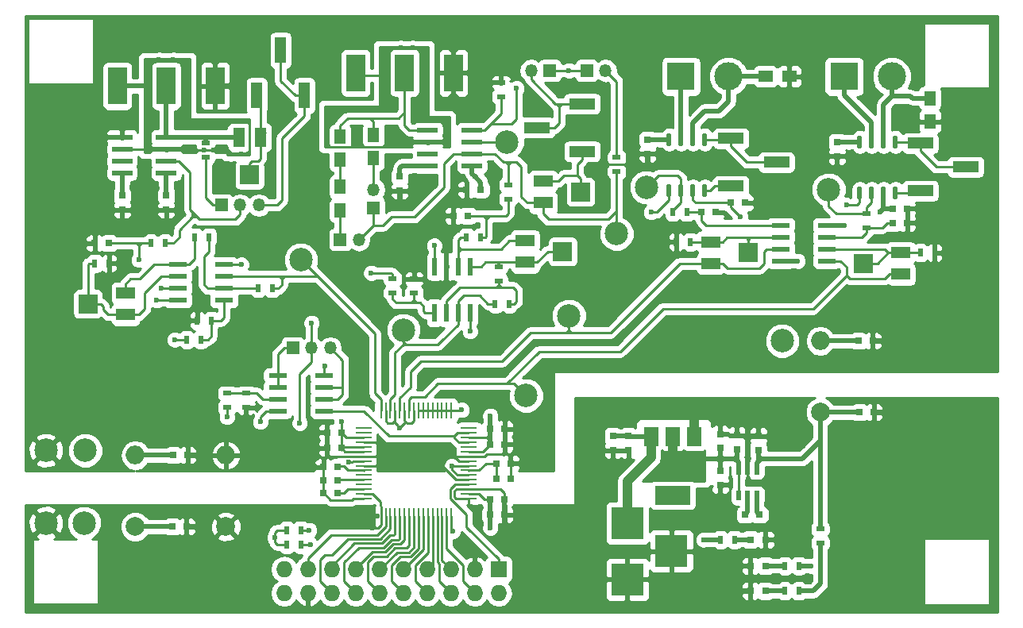
<source format=gbr>
G04 #@! TF.FileFunction,Copper,L1,Top,Signal*
%FSLAX46Y46*%
G04 Gerber Fmt 4.6, Leading zero omitted, Abs format (unit mm)*
G04 Created by KiCad (PCBNEW 4.0.2+e4-6225~38~ubuntu14.04.1-stable) date sáb 17 nov 2018 11:22:13 ART*
%MOMM*%
G01*
G04 APERTURE LIST*
%ADD10C,0.100000*%
%ADD11R,0.500000X0.900000*%
%ADD12R,1.190000X2.790000*%
%ADD13R,0.900000X0.500000*%
%ADD14R,2.184400X0.558800*%
%ADD15R,0.800000X0.800000*%
%ADD16O,0.584200X1.447800*%
%ADD17R,2.790000X1.190000*%
%ADD18R,0.750000X0.800000*%
%ADD19R,0.800000X0.750000*%
%ADD20R,1.250000X1.500000*%
%ADD21R,1.300000X2.000000*%
%ADD22R,2.000000X2.000000*%
%ADD23R,0.558800X1.981200*%
%ADD24R,2.000000X1.300000*%
%ADD25R,0.279400X1.651000*%
%ADD26R,1.651000X0.279400*%
%ADD27R,1.350000X1.350000*%
%ADD28O,1.350000X1.350000*%
%ADD29R,3.500000X3.500000*%
%ADD30R,0.584200X0.990600*%
%ADD31R,1.981200X0.558800*%
%ADD32C,2.000000*%
%ADD33O,2.000000X2.000000*%
%ADD34R,3.000000X3.000000*%
%ADD35C,3.000000*%
%ADD36R,1.727200X1.727200*%
%ADD37O,1.727200X1.727200*%
%ADD38C,2.499360*%
%ADD39R,1.998980X4.000000*%
%ADD40R,3.800000X2.000000*%
%ADD41R,1.500000X2.000000*%
%ADD42R,1.500000X1.250000*%
%ADD43C,0.600000*%
%ADD44C,0.250000*%
%ADD45C,0.500000*%
%ADD46C,1.000000*%
%ADD47C,0.254000*%
G04 APERTURE END LIST*
D10*
D11*
X159778000Y-101600000D03*
X161278000Y-101600000D03*
D12*
X110363000Y-54236000D03*
X112903000Y-49396000D03*
X115443000Y-54236000D03*
D13*
X104902000Y-60821000D03*
X104902000Y-59321000D03*
D14*
X95986600Y-58674000D03*
X95986600Y-59944000D03*
X95986600Y-61214000D03*
X95986600Y-62484000D03*
X100711000Y-62484000D03*
X100711000Y-61214000D03*
X100711000Y-59944000D03*
X100711000Y-58674000D03*
X128574800Y-57912000D03*
X128574800Y-59182000D03*
X128574800Y-60452000D03*
X128574800Y-61722000D03*
X133299200Y-61722000D03*
X133299200Y-60452000D03*
X133299200Y-59182000D03*
X133299200Y-57912000D03*
D15*
X164587000Y-104394000D03*
X162987000Y-104394000D03*
D16*
X158115000Y-58939001D03*
X156845000Y-58939001D03*
X155575000Y-58939001D03*
X154305000Y-58939001D03*
X154305000Y-64389000D03*
X155575000Y-64389000D03*
X156845000Y-64389000D03*
X158115000Y-64389000D03*
X178435000Y-59193001D03*
X177165000Y-59193001D03*
X175895000Y-59193001D03*
X174625000Y-59193001D03*
X174625000Y-64643000D03*
X175895000Y-64643000D03*
X177165000Y-64643000D03*
X178435000Y-64643000D03*
D17*
X160909000Y-58801000D03*
X165749000Y-61341000D03*
X160909000Y-63881000D03*
D18*
X152019000Y-60440000D03*
X152019000Y-58940000D03*
D19*
X136767000Y-91440000D03*
X135267000Y-91440000D03*
D20*
X122809000Y-58424440D03*
X122809000Y-60924440D03*
X119253000Y-58567000D03*
X119253000Y-61067000D03*
D21*
X108451000Y-58706000D03*
D22*
X109601000Y-62706000D03*
D21*
X110751000Y-58706000D03*
D23*
X133096000Y-72466200D03*
X131826000Y-72466200D03*
X130556000Y-72466200D03*
X129286000Y-72466200D03*
X129286000Y-77393800D03*
X130556000Y-77393800D03*
X131826000Y-77393800D03*
X133096000Y-77393800D03*
D24*
X138970000Y-72016000D03*
D22*
X142970000Y-70866000D03*
D24*
X138970000Y-69716000D03*
D25*
X131099250Y-87832250D03*
X130599251Y-87832250D03*
X130099250Y-87832250D03*
X129599251Y-87832250D03*
X129099249Y-87832250D03*
X128599250Y-87832250D03*
X128099251Y-87832250D03*
X127599250Y-87832250D03*
X127099250Y-87832250D03*
X126599249Y-87832250D03*
X126099250Y-87832250D03*
X125599251Y-87832250D03*
X125099249Y-87832250D03*
X124599250Y-87832250D03*
X124099249Y-87832250D03*
X123599250Y-87832250D03*
D26*
X121729500Y-89702000D03*
X121729500Y-90201999D03*
X121729500Y-90702000D03*
X121729500Y-91201999D03*
X121729500Y-91702001D03*
X121729500Y-92202000D03*
X121729500Y-92701999D03*
X121729500Y-93202000D03*
X121729500Y-93702000D03*
X121729500Y-94202001D03*
X121729500Y-94702000D03*
X121729500Y-95201999D03*
X121729500Y-95702001D03*
X121729500Y-96202000D03*
X121729500Y-96702001D03*
X121729500Y-97202000D03*
D25*
X123599250Y-99071750D03*
X124099249Y-99071750D03*
X124599250Y-99071750D03*
X125099249Y-99071750D03*
X125599251Y-99071750D03*
X126099250Y-99071750D03*
X126599249Y-99071750D03*
X127099250Y-99071750D03*
X127599250Y-99071750D03*
X128099251Y-99071750D03*
X128599250Y-99071750D03*
X129099249Y-99071750D03*
X129599251Y-99071750D03*
X130099250Y-99071750D03*
X130599251Y-99071750D03*
X131099250Y-99071750D03*
D26*
X132969000Y-97202000D03*
X132969000Y-96702001D03*
X132969000Y-96202000D03*
X132969000Y-95702001D03*
X132969000Y-95201999D03*
X132969000Y-94702000D03*
X132969000Y-94202001D03*
X132969000Y-93702000D03*
X132969000Y-93202000D03*
X132969000Y-92701999D03*
X132969000Y-92202000D03*
X132969000Y-91702001D03*
X132969000Y-91201999D03*
X132969000Y-90702000D03*
X132969000Y-90201999D03*
X132969000Y-89702000D03*
D17*
X145041000Y-60198000D03*
X140201000Y-57658000D03*
X145041000Y-55118000D03*
D24*
X140875000Y-65666000D03*
D22*
X144875000Y-64516000D03*
D24*
X140875000Y-63366000D03*
D27*
X122809000Y-66262000D03*
D28*
X122809000Y-64262000D03*
D27*
X119253000Y-69596000D03*
D28*
X121253000Y-69596000D03*
D20*
X119247920Y-63977520D03*
X119247920Y-66477520D03*
D29*
X149860000Y-99822000D03*
X149860000Y-105822000D03*
X154560000Y-102822000D03*
D24*
X96361000Y-75304000D03*
D22*
X92361000Y-76454000D03*
D24*
X96361000Y-77604000D03*
D30*
X163637001Y-94128999D03*
X162687000Y-94128999D03*
X161737002Y-94128999D03*
X161737002Y-96878999D03*
X162687000Y-96878999D03*
X163637001Y-96878999D03*
D31*
X101930200Y-72263000D03*
X101930200Y-73533000D03*
X101930200Y-74803000D03*
X101930200Y-76073000D03*
X106857800Y-76073000D03*
X106857800Y-74803000D03*
X106857800Y-73533000D03*
X106857800Y-72263000D03*
D32*
X97409000Y-100203000D03*
D33*
X97409000Y-92583000D03*
D32*
X170434000Y-88011000D03*
D33*
X170434000Y-80391000D03*
D18*
X149987000Y-92051000D03*
X149987000Y-90551000D03*
D24*
X179038000Y-70986000D03*
D22*
X175038000Y-72136000D03*
D24*
X179038000Y-73286000D03*
X158750000Y-72136000D03*
D22*
X162750000Y-70986000D03*
D24*
X158750000Y-69836000D03*
D31*
X171119800Y-71882000D03*
X171119800Y-70612000D03*
X171119800Y-69342000D03*
X171119800Y-68072000D03*
X166192200Y-68072000D03*
X166192200Y-69342000D03*
X166192200Y-70612000D03*
X166192200Y-71882000D03*
D19*
X160909000Y-65659000D03*
X162409000Y-65659000D03*
X117487000Y-93853000D03*
X118987000Y-93853000D03*
X117487000Y-95250000D03*
X118987000Y-95250000D03*
X117487000Y-96647000D03*
X118987000Y-96647000D03*
D34*
X155575000Y-52197000D03*
D35*
X160655000Y-52197000D03*
D34*
X172974000Y-52197000D03*
D35*
X178054000Y-52197000D03*
D27*
X106585000Y-65913000D03*
D28*
X108585000Y-65913000D03*
X110585000Y-65913000D03*
D13*
X175387000Y-68314000D03*
X175387000Y-66814000D03*
D11*
X156198000Y-66675000D03*
X154698000Y-66675000D03*
X182602000Y-70993000D03*
X181102000Y-70993000D03*
X155067000Y-69850000D03*
X156567000Y-69850000D03*
D19*
X179681000Y-67818000D03*
X178181000Y-67818000D03*
X159246000Y-66675000D03*
X157746000Y-66675000D03*
D18*
X172212000Y-60694000D03*
X172212000Y-59194000D03*
D19*
X178181000Y-66294000D03*
X179681000Y-66294000D03*
D32*
X107061000Y-100203000D03*
D33*
X107061000Y-92583000D03*
D19*
X117868000Y-90170000D03*
X119368000Y-90170000D03*
X136767000Y-97282000D03*
X135267000Y-97282000D03*
X135902000Y-95123000D03*
X137402000Y-95123000D03*
D27*
X114205000Y-81153000D03*
D28*
X116205000Y-81153000D03*
X118205000Y-81153000D03*
D31*
X112598200Y-84074000D03*
X112598200Y-85344000D03*
X112598200Y-86614000D03*
X112598200Y-87884000D03*
X117525800Y-87884000D03*
X117525800Y-86614000D03*
X117525800Y-85344000D03*
X117525800Y-84074000D03*
D13*
X107188000Y-87491000D03*
X107188000Y-85991000D03*
X109220000Y-87491000D03*
X109220000Y-85991000D03*
D36*
X136144000Y-104775000D03*
D37*
X136144000Y-107315000D03*
X133604000Y-104775000D03*
X133604000Y-107315000D03*
X131064000Y-104775000D03*
X131064000Y-107315000D03*
X128524000Y-104775000D03*
X128524000Y-107315000D03*
X125984000Y-104775000D03*
X125984000Y-107315000D03*
X123444000Y-104775000D03*
X123444000Y-107315000D03*
X120904000Y-104775000D03*
X120904000Y-107315000D03*
X118364000Y-104775000D03*
X118364000Y-107315000D03*
X115824000Y-104775000D03*
X115824000Y-107315000D03*
X113284000Y-104775000D03*
X113284000Y-107315000D03*
D38*
X137033000Y-59182000D03*
X148717000Y-68961000D03*
X171323000Y-64262000D03*
X125984000Y-79248000D03*
X139065000Y-86233000D03*
X115062000Y-71755000D03*
X143637000Y-77724000D03*
D11*
X113538000Y-102108000D03*
X115038000Y-102108000D03*
X115038000Y-100584000D03*
X113538000Y-100584000D03*
D39*
X95504000Y-53213000D03*
X100711000Y-53213000D03*
X105918000Y-53213000D03*
X120904000Y-51816000D03*
X126111000Y-51816000D03*
X131318000Y-51816000D03*
D18*
X125603000Y-64377000D03*
X125603000Y-62877000D03*
D19*
X132727000Y-64262000D03*
X134227000Y-64262000D03*
X131330000Y-67056000D03*
X132830000Y-67056000D03*
D18*
X148336000Y-92051000D03*
X148336000Y-90551000D03*
X159766000Y-95734000D03*
X159766000Y-94234000D03*
X159766000Y-90321000D03*
X159766000Y-91821000D03*
D19*
X102858000Y-100203000D03*
X101358000Y-100203000D03*
X102969000Y-92583000D03*
X101469000Y-92583000D03*
X163945000Y-98933000D03*
X162445000Y-98933000D03*
D18*
X163830000Y-90563000D03*
X163830000Y-92063000D03*
X161544000Y-90448000D03*
X161544000Y-91948000D03*
D19*
X174621000Y-88011000D03*
X176121000Y-88011000D03*
X174494000Y-80391000D03*
X175994000Y-80391000D03*
D18*
X96012000Y-66409000D03*
X96012000Y-64909000D03*
X100711000Y-66409000D03*
X100711000Y-64909000D03*
D19*
X93103000Y-69977000D03*
X94603000Y-69977000D03*
X135902000Y-93472000D03*
X137402000Y-93472000D03*
X117868000Y-91821000D03*
X119368000Y-91821000D03*
X136767000Y-98933000D03*
X135267000Y-98933000D03*
X136767000Y-89789000D03*
X135267000Y-89789000D03*
D27*
X145542000Y-51562000D03*
D28*
X147542000Y-51562000D03*
D27*
X141605000Y-51562000D03*
D28*
X139605000Y-51562000D03*
D11*
X166636000Y-104394000D03*
X168136000Y-104394000D03*
D13*
X170434000Y-100469000D03*
X170434000Y-101969000D03*
X137160000Y-65266000D03*
X137160000Y-63766000D03*
X136398000Y-54344000D03*
X136398000Y-52844000D03*
D11*
X132727000Y-69342000D03*
X134227000Y-69342000D03*
X137275000Y-76454000D03*
X135775000Y-76454000D03*
D13*
X124841000Y-75299000D03*
X124841000Y-73799000D03*
X127127000Y-73799000D03*
X127127000Y-75299000D03*
X136144000Y-74029000D03*
X136144000Y-72529000D03*
D11*
X105271000Y-69342000D03*
X103771000Y-69342000D03*
D13*
X148717000Y-62345000D03*
X148717000Y-60845000D03*
D11*
X110502000Y-74803000D03*
X112002000Y-74803000D03*
X104025000Y-78232000D03*
X105525000Y-78232000D03*
X99072000Y-69977000D03*
X100572000Y-69977000D03*
X94603000Y-72136000D03*
X93103000Y-72136000D03*
X102882000Y-80264000D03*
X104382000Y-80264000D03*
D17*
X181095000Y-59309000D03*
X185935000Y-61849000D03*
X181095000Y-64389000D03*
D15*
X162987000Y-101600000D03*
X164587000Y-101600000D03*
X162987000Y-107061000D03*
X164587000Y-107061000D03*
D40*
X154686000Y-96876000D03*
D41*
X154686000Y-90576000D03*
X152386000Y-90576000D03*
X156986000Y-90576000D03*
D38*
X151892000Y-64008000D03*
D11*
X168136000Y-107061000D03*
X166636000Y-107061000D03*
D20*
X182118000Y-54503000D03*
X182118000Y-57003000D03*
D42*
X164612000Y-52197000D03*
X167112000Y-52197000D03*
D38*
X166370000Y-80391000D03*
X91948000Y-99822000D03*
X92075000Y-92075000D03*
X87884000Y-99822000D03*
X87884000Y-92075000D03*
D43*
X116205000Y-92837000D03*
X130556000Y-70485000D03*
X127127000Y-72263000D03*
X183769000Y-70993000D03*
X136398000Y-51816000D03*
X131826000Y-54610000D03*
X130810000Y-54610000D03*
X131826000Y-49022000D03*
X130810000Y-49022000D03*
X106426000Y-50292000D03*
X105410000Y-50292000D03*
X107950000Y-53721000D03*
X107950000Y-52705000D03*
X180975000Y-66294000D03*
X152019000Y-61595000D03*
X131445000Y-64262000D03*
X130048000Y-67056000D03*
X125603000Y-65532000D03*
X117856000Y-89027000D03*
X177546000Y-80391000D03*
X138811000Y-93472000D03*
X138176000Y-91440000D03*
X138176000Y-89789000D03*
X123444000Y-92710000D03*
X130048000Y-92710000D03*
X104521000Y-92583000D03*
X172212000Y-62103000D03*
X180975000Y-67818000D03*
X160528000Y-67183000D03*
X154178000Y-69850000D03*
X165862000Y-101600000D03*
X136779000Y-100330000D03*
X161798000Y-104394000D03*
X161798000Y-106934000D03*
X159766000Y-96901000D03*
X156972000Y-88138000D03*
X158115000Y-88138000D03*
X155829000Y-88138000D03*
X149225000Y-93345000D03*
X162687000Y-89027000D03*
X159766000Y-88773000D03*
X177673000Y-88011000D03*
X133731000Y-98552000D03*
X122682000Y-100330000D03*
X104648000Y-100203000D03*
X157988000Y-101600000D03*
X153289000Y-94234000D03*
X157480000Y-94234000D03*
X156083000Y-94234000D03*
X154686000Y-94234000D03*
X157480000Y-92964000D03*
X156083000Y-92964000D03*
X154686000Y-92964000D03*
X169418000Y-104394000D03*
X112268000Y-101346000D03*
X135255000Y-100330000D03*
X131224261Y-100711000D03*
X97790000Y-71755000D03*
X100203000Y-74803000D03*
X107188000Y-88519000D03*
X119380000Y-89027000D03*
X176784000Y-66675000D03*
X168021000Y-71882000D03*
X161925000Y-67183000D03*
X131191000Y-93726000D03*
X135255000Y-88392000D03*
X132207000Y-87757000D03*
X117602000Y-83058000D03*
X100711000Y-63627000D03*
X133604000Y-62865000D03*
X133096000Y-79375000D03*
X108712000Y-72263000D03*
X173482000Y-59182000D03*
X153289000Y-58928000D03*
X99695000Y-76073000D03*
X110744000Y-89027000D03*
X172974000Y-68072000D03*
X126746000Y-61722000D03*
X96012000Y-63500000D03*
X129286000Y-70231000D03*
X130556000Y-57912000D03*
X125730000Y-58547000D03*
X125095000Y-57658000D03*
X127000000Y-49149000D03*
X125730000Y-49149000D03*
X124460000Y-49276000D03*
X127127000Y-56769000D03*
X125095000Y-55626000D03*
X127635000Y-54610000D03*
X128270000Y-53721000D03*
X121031000Y-57658000D03*
X121031000Y-58547000D03*
X124333000Y-59182000D03*
X124333000Y-58166000D03*
X128270000Y-50673000D03*
X128016000Y-49657000D03*
X123952000Y-51562000D03*
X123952000Y-53594000D03*
X123952000Y-50419000D03*
X123952000Y-52578000D03*
X124587000Y-54610000D03*
X122936000Y-55626000D03*
X123952000Y-55626000D03*
X120904000Y-55626000D03*
X119126000Y-56134000D03*
X121920000Y-55626000D03*
X119888000Y-55626000D03*
X118364000Y-56769000D03*
X121031000Y-59436000D03*
X117856000Y-57785000D03*
X117856000Y-58928000D03*
X128270000Y-52705000D03*
X128270000Y-51689000D03*
X129540000Y-56769000D03*
X130556000Y-59182000D03*
X130556000Y-56769000D03*
X128270000Y-56769000D03*
X127127000Y-55626000D03*
X126492000Y-59182000D03*
X104775000Y-60071000D03*
X105791000Y-60071000D03*
X101854000Y-56388000D03*
X103759000Y-57277000D03*
X102870000Y-57531000D03*
X101854000Y-57531000D03*
X102489000Y-55626000D03*
X102616000Y-54610000D03*
X102616000Y-53467000D03*
X102616000Y-52324000D03*
X102616000Y-51181000D03*
X101473000Y-50419000D03*
X99949000Y-50419000D03*
X98806000Y-51181000D03*
X98806000Y-52324000D03*
X98806000Y-53467000D03*
X106680000Y-59817000D03*
X107569000Y-60452000D03*
X108712000Y-60452000D03*
X108712000Y-56896000D03*
X107569000Y-56896000D03*
X103505000Y-59944000D03*
X102489000Y-59944000D03*
X98806000Y-59944000D03*
X106680000Y-57658000D03*
X105791000Y-57150000D03*
X104775000Y-57150000D03*
X98806000Y-54610000D03*
X98933000Y-55626000D03*
X99568000Y-56388000D03*
X99568000Y-57404000D03*
X98806000Y-57912000D03*
X98806000Y-58928000D03*
X101600000Y-80264000D03*
X116205000Y-78486000D03*
X125603000Y-89662000D03*
X120142000Y-93345000D03*
X114935000Y-89154000D03*
X173228000Y-65913000D03*
X152400000Y-66675000D03*
X122555000Y-73152000D03*
X143637000Y-51562000D03*
X138049000Y-53467000D03*
X138049000Y-53467000D03*
X115951000Y-100584000D03*
X116078000Y-102108000D03*
D44*
X145041000Y-60198000D02*
X145041000Y-61043000D01*
X145041000Y-61043000D02*
X144526000Y-61558000D01*
X144526000Y-61558000D02*
X144526000Y-62738000D01*
X144526000Y-62738000D02*
X144875000Y-63087000D01*
X144875000Y-63087000D02*
X144875000Y-64516000D01*
X143129000Y-62738000D02*
X144526000Y-62738000D01*
X143129000Y-62738000D02*
X142501000Y-63366000D01*
X142501000Y-63366000D02*
X140875000Y-63366000D01*
X145041000Y-60198000D02*
X144780000Y-60198000D01*
X131330000Y-67056000D02*
X130048000Y-67056000D01*
D45*
X132727000Y-64262000D02*
X131445000Y-64262000D01*
D44*
X127127000Y-73799000D02*
X127127000Y-72263000D01*
X116205000Y-93221000D02*
X116205000Y-92837000D01*
X117487000Y-93853000D02*
X116837000Y-93853000D01*
X116837000Y-93853000D02*
X116205000Y-93221000D01*
X159246000Y-66675000D02*
X160020000Y-66675000D01*
X160020000Y-66675000D02*
X160528000Y-67183000D01*
X136767000Y-92214000D02*
X136767000Y-91440000D01*
X136767000Y-92214000D02*
X136525000Y-92456000D01*
X136525000Y-92456000D02*
X134874000Y-92456000D01*
X134874000Y-92456000D02*
X134620000Y-92710000D01*
X134620000Y-92710000D02*
X134052501Y-92710000D01*
X134052501Y-92710000D02*
X134044500Y-92701999D01*
X134044500Y-92701999D02*
X132969000Y-92701999D01*
X130556000Y-72466200D02*
X130556000Y-70485000D01*
X182602000Y-70993000D02*
X183769000Y-70993000D01*
D45*
X136398000Y-52844000D02*
X136398000Y-51816000D01*
X131318000Y-54102000D02*
X131826000Y-54610000D01*
X131318000Y-51816000D02*
X131318000Y-54102000D01*
X131318000Y-54102000D02*
X130810000Y-54610000D01*
X131318000Y-49530000D02*
X131826000Y-49022000D01*
X131318000Y-51816000D02*
X131318000Y-49530000D01*
X131318000Y-49530000D02*
X130810000Y-49022000D01*
X105918000Y-50800000D02*
X106426000Y-50292000D01*
X105918000Y-53213000D02*
X105918000Y-50800000D01*
X105918000Y-50800000D02*
X105410000Y-50292000D01*
X107442000Y-53213000D02*
X107950000Y-53721000D01*
X105918000Y-53213000D02*
X107442000Y-53213000D01*
X107442000Y-53213000D02*
X107950000Y-52705000D01*
X179681000Y-66294000D02*
X180975000Y-66294000D01*
X172212000Y-60694000D02*
X172212000Y-62103000D01*
D44*
X152019000Y-61595000D02*
X147447000Y-61595000D01*
D45*
X152019000Y-60440000D02*
X152019000Y-61595000D01*
X175994000Y-80391000D02*
X177546000Y-80391000D01*
X102969000Y-92583000D02*
X104521000Y-92583000D01*
D44*
X121729500Y-92701999D02*
X118123999Y-92701999D01*
X118123999Y-92701999D02*
X117868000Y-92446000D01*
X117868000Y-92446000D02*
X117868000Y-91821000D01*
X137402000Y-93472000D02*
X138811000Y-93472000D01*
X137402000Y-95123000D02*
X137402000Y-93472000D01*
X136767000Y-89789000D02*
X138176000Y-89789000D01*
D45*
X125603000Y-64377000D02*
X125603000Y-65532000D01*
D44*
X117487000Y-95250000D02*
X117487000Y-93853000D01*
X117487000Y-96647000D02*
X117487000Y-95250000D01*
X117868000Y-90170000D02*
X117868000Y-89039000D01*
X117868000Y-89039000D02*
X117856000Y-89027000D01*
X136767000Y-91440000D02*
X138176000Y-91440000D01*
X121729500Y-92701999D02*
X123435999Y-92701999D01*
X123435999Y-92701999D02*
X123444000Y-92710000D01*
X123444000Y-93472000D02*
X123444000Y-92710000D01*
X123444000Y-92329000D02*
X123444000Y-92710000D01*
X131572000Y-92710000D02*
X130048000Y-92710000D01*
X131885499Y-92710000D02*
X131572000Y-92710000D01*
X132969000Y-93202000D02*
X131893500Y-93202000D01*
X131893500Y-93202000D02*
X131572000Y-92880500D01*
X131572000Y-92880500D02*
X131572000Y-92710000D01*
X132969000Y-92701999D02*
X131893500Y-92701999D01*
X131893500Y-92701999D02*
X131885499Y-92710000D01*
X130048000Y-92710000D02*
X130048000Y-93643674D01*
X130048000Y-93643674D02*
X131606325Y-95201999D01*
X131606325Y-95201999D02*
X132969000Y-95201999D01*
X179681000Y-67818000D02*
X180975000Y-67818000D01*
X155067000Y-69850000D02*
X154178000Y-69850000D01*
X123190000Y-93726000D02*
X123444000Y-93472000D01*
X122829000Y-93726000D02*
X123190000Y-93726000D01*
X121729500Y-93702000D02*
X122805000Y-93702000D01*
X122805000Y-93702000D02*
X122829000Y-93726000D01*
X123444000Y-91440000D02*
X123444000Y-92329000D01*
X123190000Y-91186000D02*
X123444000Y-91440000D01*
X122820999Y-91186000D02*
X123190000Y-91186000D01*
X121729500Y-91201999D02*
X122805000Y-91201999D01*
X122805000Y-91201999D02*
X122820999Y-91186000D01*
X121729500Y-97202000D02*
X120654000Y-97202000D01*
X120654000Y-97202000D02*
X120508999Y-97347001D01*
X120508999Y-97347001D02*
X118212001Y-97347001D01*
X118212001Y-97347001D02*
X117512000Y-96647000D01*
X117512000Y-96647000D02*
X117487000Y-96647000D01*
X136906000Y-67056000D02*
X137160000Y-66802000D01*
X137160000Y-66802000D02*
X137160000Y-65266000D01*
X135128000Y-67056000D02*
X136906000Y-67056000D01*
X134227000Y-69342000D02*
X134727000Y-69342000D01*
X134727000Y-69342000D02*
X134827000Y-69242000D01*
X134827000Y-69242000D02*
X134827000Y-67310000D01*
X133330000Y-67056000D02*
X132830000Y-67056000D01*
X135128000Y-67056000D02*
X134874000Y-67056000D01*
X134827000Y-67310000D02*
X134874000Y-67310000D01*
X134874000Y-67310000D02*
X135128000Y-67056000D01*
X134493000Y-67056000D02*
X133330000Y-67056000D01*
X134780000Y-67056000D02*
X134493000Y-67056000D01*
X134827000Y-67310000D02*
X134827000Y-67103000D01*
X134493000Y-67056000D02*
X134573000Y-67056000D01*
X134573000Y-67056000D02*
X134827000Y-67310000D01*
X134827000Y-67103000D02*
X134780000Y-67056000D01*
X134827000Y-67103000D02*
X134874000Y-67056000D01*
X132127000Y-69342000D02*
X132727000Y-69342000D01*
X131826000Y-70358000D02*
X131826000Y-69643000D01*
X131826000Y-70612000D02*
X131826000Y-70358000D01*
X131826000Y-70358000D02*
X132080000Y-70612000D01*
X132080000Y-70612000D02*
X131826000Y-70612000D01*
X132497000Y-70612000D02*
X132080000Y-70612000D01*
X131826000Y-72466200D02*
X131826000Y-70866000D01*
X131826000Y-70866000D02*
X131826000Y-70612000D01*
X132080000Y-70612000D02*
X131826000Y-70866000D01*
X131826000Y-69643000D02*
X132127000Y-69342000D01*
X138970000Y-69716000D02*
X137720000Y-69716000D01*
X137720000Y-69716000D02*
X137713000Y-69723000D01*
X137713000Y-69723000D02*
X137287000Y-69723000D01*
X137287000Y-69723000D02*
X136398000Y-70612000D01*
X136398000Y-70612000D02*
X132497000Y-70612000D01*
X131826000Y-73101200D02*
X131826000Y-72390000D01*
X164587000Y-101600000D02*
X165862000Y-101600000D01*
D45*
X136767000Y-98933000D02*
X136767000Y-100318000D01*
X136767000Y-100318000D02*
X136779000Y-100330000D01*
X162987000Y-104394000D02*
X161798000Y-104394000D01*
X162987000Y-107061000D02*
X161798000Y-107061000D01*
X159766000Y-95734000D02*
X159766000Y-96901000D01*
D46*
X156337000Y-88138000D02*
X156972000Y-88138000D01*
X156972000Y-88138000D02*
X157607000Y-88138000D01*
X158115000Y-88138000D02*
X156972000Y-88138000D01*
X157607000Y-88138000D02*
X158115000Y-88138000D01*
X156337000Y-88138000D02*
X155829000Y-88138000D01*
X156986000Y-90576000D02*
X156986000Y-88773000D01*
X157424000Y-88138000D02*
X156986000Y-88576000D01*
X156986000Y-88576000D02*
X156986000Y-88773000D01*
X157607000Y-88138000D02*
X157424000Y-88138000D01*
X156986000Y-88576000D02*
X156929000Y-88519000D01*
D44*
X149225000Y-93345000D02*
X149733000Y-93345000D01*
X149733000Y-93345000D02*
X149987000Y-93091000D01*
X149987000Y-93091000D02*
X149987000Y-92051000D01*
X148844000Y-93345000D02*
X149225000Y-93345000D01*
X148336000Y-92837000D02*
X148844000Y-93345000D01*
X148336000Y-92051000D02*
X148336000Y-92837000D01*
D45*
X162306000Y-90563000D02*
X161544000Y-90563000D01*
X162675000Y-90563000D02*
X162306000Y-90563000D01*
X162306000Y-90563000D02*
X162318000Y-90563000D01*
X162318000Y-90563000D02*
X162687000Y-90932000D01*
X162699000Y-90563000D02*
X162687000Y-90551000D01*
X162687000Y-90551000D02*
X162687000Y-89027000D01*
X136767000Y-98933000D02*
X136767000Y-97282000D01*
D44*
X136334000Y-96202000D02*
X136767000Y-96635000D01*
X136767000Y-96635000D02*
X136767000Y-97282000D01*
X132969000Y-96202000D02*
X136334000Y-96202000D01*
X159766000Y-90321000D02*
X159766000Y-88773000D01*
D45*
X162699000Y-90563000D02*
X163068000Y-90563000D01*
X163068000Y-90563000D02*
X163830000Y-90563000D01*
X162687000Y-90932000D02*
X162699000Y-90932000D01*
X162699000Y-90932000D02*
X163068000Y-90563000D01*
X162687000Y-94128999D02*
X162687000Y-90932000D01*
X162687000Y-90932000D02*
X162687000Y-90551000D01*
X162687000Y-90551000D02*
X162675000Y-90563000D01*
X176121000Y-88011000D02*
X177673000Y-88011000D01*
X102858000Y-100203000D02*
X104648000Y-100203000D01*
D44*
X123317000Y-100330000D02*
X122682000Y-100330000D01*
X123599250Y-100047750D02*
X123317000Y-100330000D01*
X132969000Y-97202000D02*
X132969000Y-97790000D01*
X132969000Y-97790000D02*
X133731000Y-98552000D01*
X123599250Y-99071750D02*
X123599250Y-100047750D01*
X131636000Y-96202000D02*
X132016000Y-96202000D01*
X132016000Y-96202000D02*
X132969000Y-96202000D01*
X123599250Y-98072250D02*
X123599250Y-99071750D01*
X121729500Y-96702001D02*
X122700999Y-96702001D01*
X131636000Y-96202000D02*
X131445000Y-96393000D01*
X131445000Y-96393000D02*
X131445000Y-97028000D01*
X131445000Y-97028000D02*
X131619000Y-97202000D01*
X131619000Y-97202000D02*
X132969000Y-97202000D01*
X153940000Y-102202000D02*
X154560000Y-102822000D01*
X123534998Y-97536000D02*
X123534998Y-98007998D01*
X123534998Y-98007998D02*
X123599250Y-98072250D01*
X122700999Y-96702001D02*
X123534998Y-97536000D01*
X125222000Y-76327000D02*
X126873000Y-76327000D01*
X126873000Y-76327000D02*
X127127000Y-76327000D01*
X127127000Y-76073000D02*
X126873000Y-76327000D01*
X127127000Y-76073000D02*
X127127000Y-76327000D01*
X127127000Y-75899000D02*
X127127000Y-76073000D01*
X127127000Y-76327000D02*
X127381000Y-76327000D01*
X127381000Y-76327000D02*
X127762000Y-76327000D01*
X127127000Y-76073000D02*
X127381000Y-76327000D01*
X124841000Y-75299000D02*
X124841000Y-75946000D01*
X124841000Y-75946000D02*
X125222000Y-76327000D01*
X128143000Y-76708000D02*
X128143000Y-77216000D01*
X127762000Y-76327000D02*
X128143000Y-76708000D01*
X128143000Y-77216000D02*
X128320800Y-77393800D01*
X128320800Y-77393800D02*
X129286000Y-77393800D01*
X127127000Y-75899000D02*
X127127000Y-75299000D01*
X166192200Y-68072000D02*
X158242000Y-68072000D01*
X158242000Y-68072000D02*
X157746000Y-67576000D01*
X157746000Y-67576000D02*
X157746000Y-66675000D01*
X156198000Y-66675000D02*
X157746000Y-66675000D01*
D45*
X158567000Y-101600000D02*
X159778000Y-101600000D01*
X149987000Y-90551000D02*
X148336000Y-90551000D01*
X152386000Y-90576000D02*
X150012000Y-90576000D01*
X150012000Y-90576000D02*
X149987000Y-90551000D01*
D46*
X149860000Y-95377000D02*
X152386000Y-92851000D01*
X152386000Y-92851000D02*
X152386000Y-90576000D01*
X149860000Y-99822000D02*
X149860000Y-95377000D01*
D44*
X149857000Y-99819000D02*
X149860000Y-99822000D01*
D45*
X157988000Y-101600000D02*
X158567000Y-101600000D01*
D44*
X153289000Y-94234000D02*
X154686000Y-94234000D01*
D45*
X135267000Y-99580000D02*
X135255000Y-99592000D01*
X135255000Y-99592000D02*
X135255000Y-100330000D01*
X161544000Y-92710000D02*
X161544000Y-91948000D01*
X159766000Y-93334000D02*
X159766000Y-93218000D01*
X159766000Y-93218000D02*
X160020000Y-92964000D01*
X159766000Y-93334000D02*
X159766000Y-93207000D01*
X159766000Y-93207000D02*
X159523000Y-92964000D01*
X157480000Y-92964000D02*
X158877000Y-92964000D01*
X159766000Y-94234000D02*
X159766000Y-93334000D01*
X159766000Y-93334000D02*
X159766000Y-92721000D01*
D46*
X156083000Y-94234000D02*
X157480000Y-94234000D01*
X154686000Y-94234000D02*
X156083000Y-94234000D01*
X154686000Y-92964000D02*
X154686000Y-94234000D01*
X156083000Y-92964000D02*
X157353000Y-92964000D01*
X154686000Y-92964000D02*
X156083000Y-92964000D01*
X154686000Y-90576000D02*
X154686000Y-92964000D01*
D45*
X135267000Y-98933000D02*
X135267000Y-99580000D01*
X135267000Y-97282000D02*
X135267000Y-98933000D01*
D44*
X135267000Y-97282000D02*
X134617000Y-97282000D01*
X134617000Y-97282000D02*
X134037001Y-96702001D01*
X134037001Y-96702001D02*
X132969000Y-96702001D01*
D45*
X161163000Y-92964000D02*
X161417000Y-92964000D01*
X161163000Y-92964000D02*
X161290000Y-92964000D01*
X160020000Y-92964000D02*
X161163000Y-92964000D01*
X161544000Y-92710000D02*
X161544000Y-92963000D01*
X161290000Y-92964000D02*
X161544000Y-92710000D01*
X161737002Y-94128999D02*
X161737002Y-93345000D01*
X161544000Y-92963000D02*
X161543000Y-92964000D01*
X161543000Y-92964000D02*
X161417000Y-92964000D01*
D44*
X112522000Y-102108000D02*
X113538000Y-102108000D01*
X112522000Y-100584000D02*
X113538000Y-100584000D01*
D45*
X159766000Y-92456000D02*
X159766000Y-92721000D01*
X159258000Y-92964000D02*
X160020000Y-92964000D01*
X159766000Y-91821000D02*
X159766000Y-92456000D01*
X159766000Y-92456000D02*
X159766000Y-92710000D01*
X159766000Y-92710000D02*
X160020000Y-92964000D01*
X158877000Y-92964000D02*
X159258000Y-92964000D01*
X159766000Y-92721000D02*
X159523000Y-92964000D01*
X159523000Y-92964000D02*
X159258000Y-92964000D01*
X161417000Y-92964000D02*
X161417000Y-93024998D01*
X161417000Y-93024998D02*
X161737002Y-93345000D01*
X169037000Y-104394000D02*
X169418000Y-104394000D01*
X169037000Y-104394000D02*
X168136000Y-104394000D01*
X97409000Y-100203000D02*
X101358000Y-100203000D01*
D44*
X112268000Y-101346000D02*
X112268000Y-101854000D01*
X112268000Y-100838000D02*
X112268000Y-101346000D01*
X112268000Y-101854000D02*
X112522000Y-102108000D01*
X112522000Y-100584000D02*
X112268000Y-100838000D01*
X131099250Y-99071750D02*
X131099250Y-100585989D01*
X131099250Y-100585989D02*
X131224261Y-100711000D01*
X161737002Y-94128999D02*
X161737002Y-96878999D01*
D45*
X162687000Y-96878999D02*
X162687000Y-98691000D01*
X162687000Y-98691000D02*
X162445000Y-98933000D01*
X163637001Y-96878999D02*
X163637001Y-98625001D01*
X163637001Y-98625001D02*
X163945000Y-98933000D01*
D44*
X119253000Y-60960000D02*
X119253000Y-63972440D01*
X119253000Y-63972440D02*
X119247920Y-63977520D01*
X122809000Y-61920000D02*
X122809000Y-60924440D01*
X122809000Y-61920000D02*
X122809000Y-64262000D01*
X119253000Y-66508000D02*
X119253000Y-67508000D01*
X119253000Y-67508000D02*
X119253000Y-69596000D01*
X97536000Y-69977000D02*
X98044000Y-69977000D01*
X98044000Y-69977000D02*
X99072000Y-69977000D01*
X97790000Y-70231000D02*
X98044000Y-69977000D01*
X97790000Y-70231000D02*
X97790000Y-70024000D01*
X97790000Y-70231000D02*
X97536000Y-69977000D01*
X97790000Y-71755000D02*
X97790000Y-70231000D01*
X94603000Y-69977000D02*
X97536000Y-69977000D01*
X101930200Y-74803000D02*
X100203000Y-74803000D01*
X134774501Y-93472000D02*
X135906000Y-93472000D01*
X132969000Y-94202001D02*
X134044500Y-94202001D01*
X134044500Y-94202001D02*
X134774501Y-93472000D01*
X135906000Y-93472000D02*
X135906000Y-95119000D01*
X135906000Y-95119000D02*
X135902000Y-95123000D01*
X132945002Y-94234000D02*
X132969000Y-94210002D01*
X120110001Y-94202001D02*
X120110001Y-94199001D01*
X120110001Y-94199001D02*
X119637000Y-93726000D01*
X120110001Y-94202001D02*
X121729500Y-94202001D01*
X118987000Y-93726000D02*
X119637000Y-93726000D01*
X121753498Y-94234000D02*
X121729500Y-94210002D01*
X121729500Y-95201999D02*
X119035001Y-95201999D01*
X119035001Y-95201999D02*
X118987000Y-95250000D01*
X118987000Y-96647000D02*
X119637000Y-96647000D01*
X119637000Y-96647000D02*
X120082000Y-96202000D01*
X120082000Y-96202000D02*
X121729500Y-96202000D01*
D45*
X161278000Y-101600000D02*
X162987000Y-101600000D01*
X166636000Y-104394000D02*
X164887000Y-104394000D01*
D44*
X104902000Y-60821000D02*
X104902000Y-65155000D01*
X104902000Y-65155000D02*
X105660000Y-65913000D01*
X105660000Y-65913000D02*
X106585000Y-65913000D01*
X148717000Y-62345000D02*
X148717000Y-66548000D01*
X137160000Y-61341000D02*
X137414000Y-61341000D01*
X137414000Y-61341000D02*
X138049000Y-61341000D01*
X137160000Y-61595000D02*
X137414000Y-61341000D01*
X136906000Y-61341000D02*
X137160000Y-61341000D01*
X136652000Y-61341000D02*
X136906000Y-61341000D01*
X137160000Y-63766000D02*
X137160000Y-61595000D01*
X137160000Y-61595000D02*
X137160000Y-61341000D01*
X136906000Y-61341000D02*
X137160000Y-61595000D01*
X148717000Y-66548000D02*
X148717000Y-68961000D01*
X133299200Y-60452000D02*
X131318000Y-60452000D01*
X124714000Y-67183000D02*
X123825000Y-68072000D01*
X131318000Y-60452000D02*
X130302000Y-61468000D01*
X130302000Y-61468000D02*
X130302000Y-64044002D01*
X130302000Y-64044002D02*
X127163002Y-67183000D01*
X127163002Y-67183000D02*
X124714000Y-67183000D01*
X123825000Y-68072000D02*
X122777000Y-68072000D01*
X138049000Y-61341000D02*
X138557000Y-61849000D01*
X147828000Y-67437000D02*
X148717000Y-66548000D01*
X141478000Y-67437000D02*
X147828000Y-67437000D01*
X140875000Y-66834000D02*
X141478000Y-67437000D01*
X140875000Y-65666000D02*
X140875000Y-66834000D01*
X133299200Y-60452000D02*
X135763000Y-60452000D01*
X135763000Y-60452000D02*
X136652000Y-61341000D01*
X138557000Y-61849000D02*
X138557000Y-65024000D01*
X122809000Y-67187000D02*
X122809000Y-66262000D01*
X122777000Y-68072000D02*
X122809000Y-68040000D01*
X122809000Y-68040000D02*
X122809000Y-67187000D01*
X121253000Y-69596000D02*
X122777000Y-68072000D01*
X138557000Y-65024000D02*
X139199000Y-65666000D01*
X139199000Y-65666000D02*
X140875000Y-65666000D01*
X100572000Y-69977000D02*
X101473000Y-69977000D01*
X101473000Y-69977000D02*
X102108000Y-69342000D01*
X102108000Y-69342000D02*
X102108000Y-68580000D01*
X102108000Y-68580000D02*
X103505000Y-67183000D01*
X103759000Y-66929000D02*
X104013000Y-67183000D01*
X104013000Y-67183000D02*
X104267000Y-67437000D01*
X103505000Y-67183000D02*
X104013000Y-67183000D01*
X103505000Y-66675000D02*
X103759000Y-66929000D01*
X103251000Y-66421000D02*
X103505000Y-66675000D01*
X103505000Y-67183000D02*
X103759000Y-66929000D01*
X103505000Y-66675000D02*
X103505000Y-67183000D01*
X104267000Y-67437000D02*
X106172000Y-67437000D01*
X106172000Y-67437000D02*
X108077000Y-67437000D01*
X100711000Y-61214000D02*
X102053200Y-61214000D01*
X102053200Y-61214000D02*
X103251000Y-62411800D01*
X103251000Y-62411800D02*
X103251000Y-66421000D01*
X108077000Y-67437000D02*
X108585000Y-66929000D01*
X108585000Y-66929000D02*
X108585000Y-65913000D01*
X106857800Y-74803000D02*
X110502000Y-74803000D01*
X105283000Y-70866000D02*
X105271000Y-70854000D01*
X105271000Y-70854000D02*
X105271000Y-69342000D01*
X106857800Y-74803000D02*
X105156000Y-74803000D01*
X105156000Y-74803000D02*
X104775000Y-74422000D01*
X104775000Y-74422000D02*
X104775000Y-71374000D01*
X104775000Y-71374000D02*
X105283000Y-70866000D01*
X110751000Y-58706000D02*
X110751000Y-54624000D01*
X110751000Y-54624000D02*
X110363000Y-54236000D01*
X110497000Y-54243000D02*
X110490000Y-54236000D01*
X111252000Y-58205000D02*
X110751000Y-58706000D01*
X110751000Y-59956000D02*
X110751000Y-60953000D01*
X110751000Y-60953000D02*
X110490000Y-61214000D01*
X109601000Y-61456000D02*
X109601000Y-62706000D01*
X110490000Y-61214000D02*
X109843000Y-61214000D01*
X109843000Y-61214000D02*
X109601000Y-61456000D01*
X110751000Y-58706000D02*
X110751000Y-59956000D01*
X110751000Y-59956000D02*
X110744000Y-59963000D01*
X103771000Y-69342000D02*
X103771000Y-69967000D01*
X103771000Y-69967000D02*
X103759000Y-69979000D01*
X103759000Y-69979000D02*
X103759000Y-71674800D01*
X103759000Y-71674800D02*
X103170800Y-72263000D01*
X103170800Y-72263000D02*
X101930200Y-72263000D01*
X96901000Y-73787000D02*
X96361000Y-74327000D01*
X96361000Y-74327000D02*
X96361000Y-75304000D01*
X97917000Y-73787000D02*
X96901000Y-73787000D01*
X99441000Y-72263000D02*
X97917000Y-73787000D01*
X101930200Y-72263000D02*
X99441000Y-72263000D01*
X96393000Y-75272000D02*
X96361000Y-75304000D01*
X177023000Y-68326000D02*
X177011000Y-68314000D01*
X177011000Y-68314000D02*
X175387000Y-68314000D01*
X178181000Y-67818000D02*
X177531000Y-67818000D01*
X177531000Y-67818000D02*
X177023000Y-68326000D01*
X175387000Y-68314000D02*
X175387000Y-68814000D01*
X175387000Y-68814000D02*
X174859000Y-69342000D01*
X174859000Y-69342000D02*
X174847000Y-69342000D01*
X171119800Y-69342000D02*
X174847000Y-69342000D01*
X136144000Y-74709000D02*
X135890000Y-74709000D01*
X135890000Y-74709000D02*
X132000200Y-74709000D01*
X136144000Y-74422000D02*
X136144000Y-74455000D01*
X136144000Y-74455000D02*
X135890000Y-74709000D01*
X136144000Y-74422000D02*
X136144000Y-74709000D01*
X136144000Y-74029000D02*
X136144000Y-74422000D01*
X137701000Y-74709000D02*
X136398000Y-74709000D01*
X136398000Y-74709000D02*
X136144000Y-74709000D01*
X136144000Y-74455000D02*
X136398000Y-74709000D01*
X137275000Y-76454000D02*
X137775000Y-76454000D01*
X130556000Y-76153200D02*
X130556000Y-77393800D01*
X137775000Y-76454000D02*
X138049000Y-76180000D01*
X138049000Y-76180000D02*
X138049000Y-75057000D01*
X138049000Y-75057000D02*
X137701000Y-74709000D01*
X132000200Y-74709000D02*
X130556000Y-76153200D01*
X113030000Y-73533000D02*
X113284000Y-73533000D01*
X113284000Y-73533000D02*
X116840000Y-73533000D01*
X113030000Y-73787000D02*
X113284000Y-73533000D01*
X113030000Y-73787000D02*
X113030000Y-73533000D01*
X113030000Y-74425000D02*
X113030000Y-73787000D01*
X112649000Y-73533000D02*
X112776000Y-73533000D01*
X112776000Y-73533000D02*
X113030000Y-73533000D01*
X113030000Y-73787000D02*
X112776000Y-73533000D01*
X112002000Y-74803000D02*
X112652000Y-74803000D01*
X112652000Y-74803000D02*
X113030000Y-74425000D01*
X116840000Y-73533000D02*
X122936000Y-79629000D01*
X122936000Y-79629000D02*
X122936000Y-85979000D01*
X115561999Y-72254999D02*
X116840000Y-73533000D01*
X115062000Y-71755000D02*
X115561999Y-72254999D01*
X123599250Y-86642250D02*
X123599250Y-87832250D01*
X122936000Y-85979000D02*
X123599250Y-86642250D01*
X111125000Y-73533000D02*
X112649000Y-73533000D01*
X106857800Y-73533000D02*
X111125000Y-73533000D01*
X107188000Y-87491000D02*
X107188000Y-88519000D01*
X134874000Y-90702000D02*
X134874000Y-90690000D01*
X134874000Y-90690000D02*
X135267000Y-90297000D01*
D45*
X135267000Y-90678000D02*
X135267000Y-91059000D01*
X135267000Y-91059000D02*
X135267000Y-91440000D01*
D44*
X134874000Y-90702000D02*
X134910000Y-90702000D01*
X134910000Y-90702000D02*
X135267000Y-91059000D01*
X134874000Y-90702000D02*
X135154000Y-90702000D01*
X132969000Y-90702000D02*
X134874000Y-90702000D01*
D45*
X135267000Y-89789000D02*
X135267000Y-90297000D01*
X135267000Y-90297000D02*
X135267000Y-90678000D01*
D44*
X135154000Y-90702000D02*
X135178000Y-90678000D01*
X135178000Y-90678000D02*
X135267000Y-90678000D01*
X132969000Y-92202000D02*
X134480000Y-92202000D01*
X134480000Y-92202000D02*
X135242000Y-91440000D01*
X135242000Y-91440000D02*
X135267000Y-91440000D01*
D45*
X135267000Y-89789000D02*
X135267000Y-88531000D01*
X135267000Y-88531000D02*
X135255000Y-88519000D01*
X177165000Y-66294000D02*
X178181000Y-66294000D01*
X177165000Y-64643000D02*
X177165000Y-66294000D01*
X177165000Y-66294000D02*
X176784000Y-66675000D01*
X97409000Y-92583000D02*
X101469000Y-92583000D01*
D44*
X119368000Y-91821000D02*
X119368000Y-90170000D01*
X121729500Y-91702001D02*
X119486999Y-91702001D01*
X119486999Y-91702001D02*
X119368000Y-91821000D01*
X121729500Y-92202000D02*
X119749000Y-92202000D01*
X119749000Y-92202000D02*
X119368000Y-91821000D01*
D45*
X133604000Y-62865000D02*
X134239000Y-63500000D01*
X134239000Y-63500000D02*
X134227000Y-63512000D01*
X134227000Y-63512000D02*
X134227000Y-64262000D01*
X133299200Y-61722000D02*
X133299200Y-62560200D01*
X133299200Y-62560200D02*
X133604000Y-62865000D01*
X100711000Y-63627000D02*
X100711000Y-64909000D01*
X100711000Y-62484000D02*
X100711000Y-63627000D01*
D44*
X128099251Y-87832250D02*
X127599250Y-87832250D01*
X128599250Y-87832250D02*
X128099251Y-87832250D01*
X129099249Y-87832250D02*
X128599250Y-87832250D01*
X129599251Y-87832250D02*
X129099249Y-87832250D01*
X130099250Y-87832250D02*
X129599251Y-87832250D01*
X130599251Y-87832250D02*
X130099250Y-87832250D01*
X131099250Y-87832250D02*
X130599251Y-87832250D01*
D45*
X166192200Y-71882000D02*
X168021000Y-71882000D01*
D44*
X119368000Y-90170000D02*
X119368000Y-89039000D01*
X119368000Y-89039000D02*
X119380000Y-89027000D01*
X160909000Y-65659000D02*
X160909000Y-66167000D01*
X160909000Y-66167000D02*
X161925000Y-67183000D01*
X117525800Y-84074000D02*
X117525800Y-83134200D01*
X117525800Y-83134200D02*
X117602000Y-83058000D01*
X132969000Y-94702000D02*
X131742736Y-94702000D01*
X131742736Y-94702000D02*
X131191000Y-94150264D01*
X131191000Y-94150264D02*
X131191000Y-93726000D01*
X132969000Y-93702000D02*
X131215000Y-93702000D01*
X131215000Y-93702000D02*
X131191000Y-93726000D01*
X132945000Y-93726000D02*
X132969000Y-93702000D01*
X131099250Y-87832250D02*
X132131750Y-87832250D01*
X132131750Y-87832250D02*
X132207000Y-87757000D01*
X133096000Y-77393800D02*
X133096000Y-79375000D01*
X134112000Y-61722000D02*
X134239000Y-61849000D01*
X106857800Y-72263000D02*
X108712000Y-72263000D01*
X121729500Y-90702000D02*
X119900000Y-90702000D01*
X119900000Y-90702000D02*
X119368000Y-90170000D01*
X119368000Y-92071000D02*
X119364000Y-92075000D01*
X157141100Y-65659000D02*
X160909000Y-65659000D01*
X156845000Y-64389000D02*
X156845000Y-65362900D01*
X156845000Y-65362900D02*
X157141100Y-65659000D01*
D45*
X170434000Y-100469000D02*
X170434000Y-99719000D01*
X170434000Y-99719000D02*
X170434000Y-91059000D01*
X165227000Y-92963000D02*
X164084000Y-92963000D01*
X169164000Y-92329000D02*
X168530000Y-92963000D01*
X168530000Y-92963000D02*
X165227000Y-92963000D01*
X163830000Y-92710000D02*
X163830000Y-92063000D01*
X163830000Y-92710000D02*
X163831000Y-92710000D01*
X163830000Y-92963000D02*
X163830000Y-92710000D01*
X163831000Y-92710000D02*
X164084000Y-92963000D01*
X163830000Y-92963000D02*
X163830000Y-93217000D01*
X163830000Y-93217000D02*
X163637001Y-93409999D01*
X163830000Y-92963000D02*
X164084000Y-92963000D01*
X163637001Y-94128999D02*
X163637001Y-93409999D01*
X163637001Y-93409999D02*
X164084000Y-92963000D01*
X169163000Y-92328000D02*
X169164000Y-92329000D01*
X169164000Y-92329000D02*
X170434000Y-91059000D01*
X170434000Y-91059000D02*
X170434000Y-88011000D01*
X170434000Y-88011000D02*
X174621000Y-88011000D01*
X170422000Y-88023000D02*
X170434000Y-88011000D01*
X173482000Y-59182000D02*
X172224000Y-59182000D01*
X172224000Y-59182000D02*
X172212000Y-59194000D01*
X174625000Y-59193001D02*
X173493001Y-59193001D01*
X173493001Y-59193001D02*
X173482000Y-59182000D01*
X153289000Y-58928000D02*
X152031000Y-58928000D01*
X152031000Y-58928000D02*
X152019000Y-58940000D01*
X154305000Y-58939001D02*
X153300001Y-58939001D01*
X153300001Y-58939001D02*
X153289000Y-58928000D01*
X170434000Y-80391000D02*
X174494000Y-80391000D01*
X126746000Y-61722000D02*
X125858000Y-61722000D01*
X125858000Y-61722000D02*
X125603000Y-61977000D01*
X125603000Y-61977000D02*
X125603000Y-62877000D01*
X128524000Y-61772800D02*
X128574800Y-61722000D01*
X96012000Y-63500000D02*
X96012000Y-62509400D01*
X96012000Y-62509400D02*
X95986600Y-62484000D01*
X96012000Y-63500000D02*
X96012000Y-64909000D01*
X95986600Y-63474600D02*
X96012000Y-63500000D01*
X171119800Y-68072000D02*
X172974000Y-68072000D01*
X128574800Y-61722000D02*
X126746000Y-61722000D01*
D44*
X101930200Y-76073000D02*
X99695000Y-76073000D01*
X110744000Y-88497600D02*
X110744000Y-89027000D01*
X112598200Y-87884000D02*
X111357600Y-87884000D01*
X111357600Y-87884000D02*
X110744000Y-88497600D01*
X129286000Y-72466200D02*
X129286000Y-70231000D01*
X154304001Y-58940000D02*
X154305000Y-58939001D01*
X154293999Y-58928000D02*
X154305000Y-58939001D01*
X174613999Y-59182000D02*
X174625000Y-59193001D01*
X95885000Y-62585600D02*
X95986600Y-62484000D01*
X122809000Y-57023000D02*
X122809000Y-58424440D01*
X119253000Y-57420000D02*
X119253000Y-58460000D01*
X119253000Y-58399040D02*
X119247920Y-58404120D01*
X119253000Y-57420000D02*
X120031000Y-56642000D01*
X128574800Y-57912000D02*
X126619000Y-57912000D01*
X126619000Y-57912000D02*
X126111000Y-57404000D01*
X126111000Y-57404000D02*
X126111000Y-56007000D01*
X125476000Y-56642000D02*
X126111000Y-56007000D01*
X122428000Y-56642000D02*
X125476000Y-56642000D01*
X120031000Y-56642000D02*
X122428000Y-56642000D01*
X122428000Y-56642000D02*
X122809000Y-57023000D01*
X126111000Y-52070000D02*
X126111000Y-56007000D01*
D45*
X104902000Y-58674000D02*
X108419000Y-58674000D01*
X100711000Y-58674000D02*
X104902000Y-58674000D01*
X104902000Y-58674000D02*
X104902000Y-59321000D01*
X108419000Y-58674000D02*
X108451000Y-58706000D01*
X100711000Y-58674000D02*
X100711000Y-53213000D01*
X100758000Y-58721000D02*
X100711000Y-58674000D01*
D44*
X171323000Y-64262000D02*
X171323000Y-66029314D01*
X171323000Y-66029314D02*
X172107686Y-66814000D01*
X172107686Y-66814000D02*
X174687000Y-66814000D01*
X174687000Y-66814000D02*
X175387000Y-66814000D01*
X175387000Y-66124900D02*
X175387000Y-66814000D01*
X175895000Y-64643000D02*
X175895000Y-65616900D01*
X175895000Y-65616900D02*
X175387000Y-66124900D01*
X155575000Y-63119000D02*
X155214321Y-62758321D01*
X155214321Y-62758321D02*
X153141679Y-62758321D01*
X153141679Y-62758321D02*
X151892000Y-64008000D01*
X155575000Y-64389000D02*
X155575000Y-63119000D01*
X155575000Y-64389000D02*
X155575000Y-65598000D01*
X155575000Y-65598000D02*
X154698000Y-66475000D01*
X154698000Y-66475000D02*
X154698000Y-66675000D01*
X179038000Y-70986000D02*
X181095000Y-70986000D01*
X181095000Y-70986000D02*
X181102000Y-70993000D01*
X177666000Y-70986000D02*
X177292000Y-70612000D01*
X177292000Y-70612000D02*
X176911000Y-70612000D01*
X177680000Y-70986000D02*
X177666000Y-70986000D01*
X177680000Y-70986000D02*
X177800000Y-70986000D01*
X177800000Y-70986000D02*
X179038000Y-70986000D01*
X176530000Y-72136000D02*
X177680000Y-70986000D01*
X175038000Y-72136000D02*
X176530000Y-72136000D01*
X176911000Y-70612000D02*
X171119800Y-70612000D01*
X162941000Y-69342000D02*
X166192200Y-69342000D01*
X162814000Y-69342000D02*
X162941000Y-69342000D01*
X162941000Y-69342000D02*
X162941000Y-69405000D01*
X162941000Y-69405000D02*
X162750000Y-69596000D01*
X162560000Y-69342000D02*
X162814000Y-69342000D01*
X160494000Y-69342000D02*
X162560000Y-69342000D01*
X162750000Y-69406000D02*
X162750000Y-69596000D01*
X162750000Y-69596000D02*
X162750000Y-70986000D01*
X162560000Y-69342000D02*
X162560000Y-69406000D01*
X162560000Y-69406000D02*
X162750000Y-69596000D01*
X162814000Y-69342000D02*
X162750000Y-69406000D01*
X156567000Y-69850000D02*
X158736000Y-69850000D01*
X158736000Y-69850000D02*
X158750000Y-69836000D01*
X158750000Y-69836000D02*
X160000000Y-69836000D01*
X160000000Y-69836000D02*
X160494000Y-69342000D01*
X185935000Y-61849000D02*
X182790000Y-61849000D01*
X182790000Y-61849000D02*
X181095000Y-60154000D01*
X181095000Y-60154000D02*
X181095000Y-59309000D01*
X178435000Y-59193001D02*
X180979001Y-59193001D01*
X180979001Y-59193001D02*
X181095000Y-59309000D01*
X178435000Y-64643000D02*
X180841000Y-64643000D01*
X180841000Y-64643000D02*
X181095000Y-64389000D01*
X165749000Y-61341000D02*
X162604000Y-61341000D01*
X162604000Y-61341000D02*
X160909000Y-59646000D01*
X160909000Y-59646000D02*
X160909000Y-58801000D01*
X158115000Y-58939001D02*
X160770999Y-58939001D01*
X160770999Y-58939001D02*
X160909000Y-58801000D01*
X158115000Y-64389000D02*
X158657100Y-64389000D01*
X158657100Y-64389000D02*
X159165100Y-63881000D01*
X159165100Y-63881000D02*
X160909000Y-63881000D01*
X137033000Y-84963000D02*
X137795000Y-84963000D01*
X137795000Y-84963000D02*
X137815321Y-84983321D01*
X139065000Y-86233000D02*
X137815321Y-84983321D01*
X173228000Y-73406000D02*
X169672000Y-76962000D01*
X169672000Y-76962000D02*
X169037000Y-76962000D01*
X153670000Y-76962000D02*
X149098000Y-81534000D01*
X169037000Y-76962000D02*
X153670000Y-76962000D01*
X149098000Y-81534000D02*
X140462000Y-81534000D01*
X126873000Y-86360000D02*
X126599249Y-86633751D01*
X126599249Y-86633751D02*
X126599249Y-87832250D01*
X128270000Y-86360000D02*
X126873000Y-86360000D01*
X129667000Y-84963000D02*
X128270000Y-86360000D01*
X137033000Y-84963000D02*
X129667000Y-84963000D01*
X140462000Y-81534000D02*
X137033000Y-84963000D01*
X173228000Y-72517000D02*
X172593000Y-71882000D01*
X172593000Y-71882000D02*
X171119800Y-71882000D01*
X173228000Y-73406000D02*
X173228000Y-72517000D01*
X173609000Y-73787000D02*
X173228000Y-73406000D01*
X177287000Y-73787000D02*
X173609000Y-73787000D01*
X179038000Y-73286000D02*
X177788000Y-73286000D01*
X177788000Y-73286000D02*
X177287000Y-73787000D01*
X143891000Y-79502000D02*
X143510000Y-79502000D01*
X148082000Y-79502000D02*
X143891000Y-79502000D01*
X143891000Y-79502000D02*
X143637000Y-79248000D01*
X143383000Y-79502000D02*
X139573000Y-79502000D01*
X143510000Y-79502000D02*
X143383000Y-79502000D01*
X143637000Y-79248000D02*
X143637000Y-77724000D01*
X143637000Y-79491314D02*
X143637000Y-79248000D01*
X143383000Y-79502000D02*
X143637000Y-79248000D01*
X143510000Y-79502000D02*
X143626314Y-79502000D01*
X143626314Y-79502000D02*
X143637000Y-79491314D01*
X127889000Y-82550000D02*
X126746000Y-83693000D01*
X136525000Y-82550000D02*
X127889000Y-82550000D01*
X126746000Y-83693000D02*
X126746000Y-85344000D01*
X126746000Y-85344000D02*
X125599251Y-86490749D01*
X164465000Y-70866000D02*
X164719000Y-70612000D01*
X164719000Y-70612000D02*
X166192200Y-70612000D01*
X158750000Y-72136000D02*
X155448000Y-72136000D01*
X125599251Y-86490749D02*
X125599251Y-87832250D01*
X155448000Y-72136000D02*
X148082000Y-79502000D01*
X139573000Y-79502000D02*
X136525000Y-82550000D01*
X164465000Y-72136000D02*
X164465000Y-70866000D01*
X163957000Y-72644000D02*
X164465000Y-72136000D01*
X160508000Y-72644000D02*
X163957000Y-72644000D01*
X158750000Y-72136000D02*
X160000000Y-72136000D01*
X160000000Y-72136000D02*
X160508000Y-72644000D01*
D45*
X155575000Y-52197000D02*
X155575000Y-54197000D01*
X155575000Y-54197000D02*
X155575000Y-58939001D01*
X172974000Y-52197000D02*
X172974000Y-54197000D01*
X172974000Y-54197000D02*
X175895000Y-57118000D01*
X175895000Y-57118000D02*
X175895000Y-59193001D01*
D44*
X130556000Y-57912000D02*
X130556000Y-59182000D01*
X130556000Y-56769000D02*
X130556000Y-57912000D01*
X125730000Y-58547000D02*
X125857000Y-58547000D01*
X125857000Y-58547000D02*
X126492000Y-59182000D01*
X125095000Y-57658000D02*
X125095000Y-57912000D01*
X125095000Y-57912000D02*
X125730000Y-58547000D01*
X124333000Y-58166000D02*
X124587000Y-58166000D01*
X124587000Y-58166000D02*
X125095000Y-57658000D01*
X127508000Y-49149000D02*
X128016000Y-49657000D01*
X127000000Y-49149000D02*
X127508000Y-49149000D01*
X125730000Y-49149000D02*
X127000000Y-49149000D01*
X124587000Y-49276000D02*
X124714000Y-49149000D01*
X124714000Y-49149000D02*
X125730000Y-49149000D01*
X124460000Y-49276000D02*
X124587000Y-49276000D01*
X123952000Y-50419000D02*
X123952000Y-49784000D01*
X123952000Y-49784000D02*
X124460000Y-49276000D01*
X118364000Y-56769000D02*
X117856000Y-57277000D01*
X117856000Y-57277000D02*
X117856000Y-57785000D01*
X119126000Y-56134000D02*
X118999000Y-56134000D01*
X118999000Y-56134000D02*
X118364000Y-56769000D01*
X119888000Y-55626000D02*
X119634000Y-55626000D01*
X119634000Y-55626000D02*
X119126000Y-56134000D01*
X121031000Y-58547000D02*
X121031000Y-59436000D01*
X121031000Y-57658000D02*
X121031000Y-58547000D01*
X128270000Y-56769000D02*
X129540000Y-56769000D01*
X127127000Y-56769000D02*
X128270000Y-56769000D01*
X127127000Y-55626000D02*
X127127000Y-56769000D01*
X127635000Y-54610000D02*
X127127000Y-55118000D01*
X127127000Y-55118000D02*
X127127000Y-55626000D01*
X128270000Y-53721000D02*
X128270000Y-53975000D01*
X128270000Y-53975000D02*
X127635000Y-54610000D01*
X128270000Y-52705000D02*
X128270000Y-53721000D01*
X125095000Y-55626000D02*
X123952000Y-55626000D01*
X124587000Y-54610000D02*
X125095000Y-55118000D01*
X125095000Y-55118000D02*
X125095000Y-55626000D01*
X123952000Y-53594000D02*
X123952000Y-53975000D01*
X123952000Y-53975000D02*
X124587000Y-54610000D01*
X123952000Y-51562000D02*
X123652001Y-51861999D01*
X123652001Y-51861999D02*
X123444000Y-52070000D01*
X123952000Y-52578000D02*
X123444000Y-52070000D01*
X123952000Y-52578000D02*
X123952000Y-52070000D01*
X123952000Y-52070000D02*
X123952000Y-51562000D01*
X123444000Y-52070000D02*
X123952000Y-52070000D01*
X128270000Y-50673000D02*
X128270000Y-51689000D01*
X124206000Y-58674000D02*
X124206000Y-59055000D01*
X124206000Y-58039000D02*
X124206000Y-58674000D01*
X124206000Y-58674000D02*
X124206000Y-59563000D01*
X121031000Y-59690000D02*
X120904000Y-59690000D01*
X121412000Y-59690000D02*
X121031000Y-59690000D01*
X121031000Y-59690000D02*
X121031000Y-59182000D01*
X124206000Y-59055000D02*
X124206000Y-59563000D01*
X124206000Y-59055000D02*
X124333000Y-59055000D01*
X124333000Y-59055000D02*
X124460000Y-59182000D01*
X124206000Y-58039000D02*
X124333000Y-58039000D01*
X124206000Y-59563000D02*
X124079000Y-59690000D01*
X127762000Y-49657000D02*
X128270000Y-50165000D01*
X128270000Y-50165000D02*
X128270000Y-50673000D01*
X123952000Y-51562000D02*
X123952000Y-50419000D01*
X123952000Y-52578000D02*
X123952000Y-53594000D01*
X122936000Y-55626000D02*
X123952000Y-55626000D01*
X121920000Y-55626000D02*
X122936000Y-55626000D01*
X121920000Y-55626000D02*
X120904000Y-55626000D01*
X119888000Y-55626000D02*
X120904000Y-55626000D01*
X117856000Y-57912000D02*
X117856000Y-58928000D01*
X123952000Y-59690000D02*
X121666000Y-59690000D01*
X124079000Y-59690000D02*
X123952000Y-59690000D01*
X120396000Y-59690000D02*
X117856000Y-59690000D01*
X120904000Y-59690000D02*
X120396000Y-59690000D01*
X121666000Y-59690000D02*
X121412000Y-59690000D01*
X117856000Y-59690000D02*
X117856000Y-58928000D01*
X123444000Y-52070000D02*
X121031000Y-52070000D01*
X128270000Y-51689000D02*
X128270000Y-52705000D01*
X130556000Y-56769000D02*
X129540000Y-56769000D01*
X130556000Y-59055000D02*
X128701800Y-59055000D01*
X128701800Y-59055000D02*
X128574800Y-59182000D01*
X128574800Y-59182000D02*
X126492000Y-59182000D01*
X104775000Y-60071000D02*
X105791000Y-60071000D01*
X104013000Y-60071000D02*
X104775000Y-60071000D01*
X103886000Y-59944000D02*
X104013000Y-60071000D01*
X103505000Y-59944000D02*
X103886000Y-59944000D01*
X102489000Y-59944000D02*
X103505000Y-59944000D01*
X100711000Y-59944000D02*
X102489000Y-59944000D01*
X98806000Y-58928000D02*
X98806000Y-59944000D01*
X98806000Y-57785000D02*
X98806000Y-58928000D01*
X99695000Y-57531000D02*
X99060000Y-57531000D01*
X99060000Y-57531000D02*
X98806000Y-57785000D01*
D45*
X95504000Y-53213000D02*
X98552000Y-53213000D01*
X98552000Y-53213000D02*
X98806000Y-53467000D01*
D44*
X98806000Y-54610000D02*
X98806000Y-55499000D01*
X98806000Y-55499000D02*
X98933000Y-55626000D01*
X98806000Y-53467000D02*
X98806000Y-54610000D01*
X98806000Y-52324000D02*
X98806000Y-53467000D01*
X98806000Y-51181000D02*
X98806000Y-52324000D01*
X99949000Y-50419000D02*
X99568000Y-50419000D01*
X99568000Y-50419000D02*
X98806000Y-51181000D01*
X101473000Y-50419000D02*
X99949000Y-50419000D01*
X102278264Y-50419000D02*
X101473000Y-50419000D01*
X102616000Y-51181000D02*
X102616000Y-50756736D01*
X102616000Y-50756736D02*
X102278264Y-50419000D01*
X102616000Y-52324000D02*
X102616000Y-51181000D01*
X102616000Y-53467000D02*
X102616000Y-52324000D01*
X102616000Y-54610000D02*
X102616000Y-53467000D01*
X102489000Y-55626000D02*
X102489000Y-54737000D01*
X102489000Y-54737000D02*
X102616000Y-54610000D01*
X101854000Y-56388000D02*
X101854000Y-56261000D01*
X101854000Y-56261000D02*
X102489000Y-55626000D01*
X101854000Y-57531000D02*
X101854000Y-56388000D01*
X102870000Y-57531000D02*
X101854000Y-57531000D01*
X103505000Y-57531000D02*
X102870000Y-57531000D01*
X103759000Y-57277000D02*
X103505000Y-57531000D01*
X104775000Y-57150000D02*
X103886000Y-57150000D01*
X103886000Y-57150000D02*
X103759000Y-57277000D01*
X105791000Y-57150000D02*
X104775000Y-57150000D01*
X106680000Y-57658000D02*
X106299000Y-57658000D01*
X106299000Y-57658000D02*
X105791000Y-57150000D01*
X107569000Y-56896000D02*
X107442000Y-56896000D01*
X107442000Y-56896000D02*
X106680000Y-57658000D01*
X108712000Y-56896000D02*
X107569000Y-56896000D01*
X109263264Y-56896000D02*
X108712000Y-56896000D01*
X109601000Y-57658000D02*
X109601000Y-57233736D01*
X109601000Y-57233736D02*
X109263264Y-56896000D01*
X109601000Y-58674000D02*
X109601000Y-57658000D01*
X109601000Y-59817000D02*
X109601000Y-58674000D01*
X108712000Y-60452000D02*
X109347000Y-60452000D01*
X109347000Y-60452000D02*
X109601000Y-60198000D01*
X109601000Y-60198000D02*
X109601000Y-59817000D01*
X107569000Y-60452000D02*
X108712000Y-60452000D01*
X107188000Y-59690000D02*
X107188000Y-60071000D01*
X107188000Y-60071000D02*
X107569000Y-60452000D01*
X106680000Y-59690000D02*
X107188000Y-59690000D01*
X105918000Y-60071000D02*
X106299000Y-60071000D01*
X106299000Y-60071000D02*
X106680000Y-59690000D01*
X99695000Y-56515000D02*
X99695000Y-56388000D01*
X99695000Y-56388000D02*
X99060000Y-55753000D01*
X99695000Y-57531000D02*
X99695000Y-56515000D01*
X109601000Y-57531000D02*
X109601000Y-57658000D01*
X99060000Y-59944000D02*
X95986600Y-59944000D01*
X99368800Y-59944000D02*
X99060000Y-59944000D01*
X100711000Y-59944000D02*
X99368800Y-59944000D01*
X110585000Y-65913000D02*
X112522000Y-65913000D01*
X112522000Y-65913000D02*
X113030000Y-65405000D01*
X115443000Y-56388000D02*
X115443000Y-54236000D01*
X113030000Y-65405000D02*
X113030000Y-58801000D01*
X113030000Y-58801000D02*
X115443000Y-56388000D01*
X114441000Y-54243000D02*
X114448000Y-54236000D01*
X114448000Y-54236000D02*
X115443000Y-54236000D01*
X112903000Y-52705000D02*
X114441000Y-54243000D01*
X112903000Y-52705000D02*
X112903000Y-49396000D01*
D45*
X164587000Y-107061000D02*
X166636000Y-107061000D01*
D44*
X105525000Y-78232000D02*
X105525000Y-79871000D01*
X105525000Y-79871000D02*
X105132000Y-80264000D01*
X105132000Y-80264000D02*
X104382000Y-80264000D01*
X106857800Y-76073000D02*
X106857800Y-77927200D01*
X106857800Y-77927200D02*
X106553000Y-78232000D01*
X106553000Y-78232000D02*
X105490000Y-78232000D01*
X106887000Y-76102200D02*
X106857800Y-76073000D01*
X154305000Y-64389000D02*
X154305000Y-65362900D01*
X154305000Y-65362900D02*
X152992900Y-66675000D01*
X152992900Y-66675000D02*
X152400000Y-66675000D01*
X101600000Y-80264000D02*
X102882000Y-80264000D01*
X122555000Y-73152000D02*
X124694000Y-73152000D01*
X124694000Y-73152000D02*
X124841000Y-73299000D01*
X124841000Y-73299000D02*
X124841000Y-73799000D01*
X116205000Y-80010000D02*
X116205000Y-78486000D01*
X116205000Y-80010000D02*
X116205000Y-81153000D01*
X116205000Y-82677000D02*
X114935000Y-83947000D01*
X116205000Y-81153000D02*
X116205000Y-82550000D01*
X116205000Y-82550000D02*
X116205000Y-82677000D01*
X114935000Y-83947000D02*
X114935000Y-89154000D01*
X173228000Y-65913000D02*
X174328900Y-65913000D01*
X126345500Y-89154000D02*
X126218500Y-89027000D01*
X126218500Y-89027000D02*
X126099250Y-88907750D01*
X125603000Y-89662000D02*
X125902999Y-89362001D01*
X125902999Y-89362001D02*
X125902999Y-89342501D01*
X125902999Y-89342501D02*
X126218500Y-89027000D01*
X124852999Y-89154000D02*
X124968000Y-89038999D01*
X124968000Y-89038999D02*
X125099249Y-88907750D01*
X125603000Y-89662000D02*
X125303001Y-89362001D01*
X125303001Y-89362001D02*
X125291002Y-89362001D01*
X125291002Y-89362001D02*
X124968000Y-89038999D01*
X127099250Y-87832250D02*
X127099250Y-88907750D01*
X127099250Y-88907750D02*
X126853000Y-89154000D01*
X126853000Y-89154000D02*
X126345500Y-89154000D01*
X126099250Y-88907750D02*
X126099250Y-87832250D01*
X124345499Y-89154000D02*
X124852999Y-89154000D01*
X125099249Y-88907750D02*
X125099249Y-87832250D01*
X124099249Y-87832250D02*
X124099249Y-88907750D01*
X124099249Y-88907750D02*
X124345499Y-89154000D01*
X120523000Y-93345000D02*
X120523000Y-93333000D01*
X120523000Y-93333000D02*
X120654000Y-93202000D01*
X120142000Y-93345000D02*
X120523000Y-93345000D01*
X121729500Y-93202000D02*
X120654000Y-93202000D01*
X120654000Y-93202000D02*
X120638000Y-93218000D01*
X174328900Y-65913000D02*
X174625000Y-65616900D01*
X174625000Y-65616900D02*
X174625000Y-64643000D01*
X122602000Y-73199000D02*
X122555000Y-73152000D01*
X112598200Y-84074000D02*
X112598200Y-85344000D01*
X112598200Y-81834800D02*
X113280000Y-81153000D01*
X112598200Y-84074000D02*
X112598200Y-81834800D01*
X113280000Y-81153000D02*
X114205000Y-81153000D01*
X119507000Y-85344000D02*
X119507000Y-82455000D01*
X119507000Y-82455000D02*
X118205000Y-81153000D01*
X119507000Y-85344000D02*
X117525800Y-85344000D01*
X119507000Y-86106000D02*
X119507000Y-85344000D01*
X118999000Y-86614000D02*
X119507000Y-86106000D01*
X117525800Y-86614000D02*
X118999000Y-86614000D01*
X131826000Y-77393800D02*
X131826000Y-76153200D01*
X131826000Y-76153200D02*
X132414200Y-75565000D01*
X132414200Y-75565000D02*
X134112000Y-75565000D01*
X134112000Y-75565000D02*
X135001000Y-76454000D01*
X135001000Y-76454000D02*
X135775000Y-76454000D01*
X125984000Y-80518000D02*
X125984000Y-79248000D01*
X125984000Y-80772000D02*
X125984000Y-80518000D01*
X129667000Y-80772000D02*
X126238000Y-80772000D01*
X126238000Y-80772000D02*
X125984000Y-80772000D01*
X125984000Y-80518000D02*
X126238000Y-80772000D01*
X125984000Y-80772000D02*
X125095000Y-81661000D01*
X130048000Y-80391000D02*
X129667000Y-80772000D01*
X130069400Y-80391000D02*
X130048000Y-80391000D01*
X125095000Y-86106000D02*
X125095000Y-81661000D01*
X125095000Y-86106000D02*
X124599250Y-86601750D01*
X131826000Y-77393800D02*
X131826000Y-78634400D01*
X131826000Y-78634400D02*
X130069400Y-80391000D01*
X124599250Y-86601750D02*
X124599250Y-87832250D01*
X136144000Y-72009000D02*
X136271000Y-72009000D01*
X136144000Y-72136000D02*
X136271000Y-72009000D01*
X136271000Y-72009000D02*
X138963000Y-72009000D01*
X135890000Y-72009000D02*
X136144000Y-72009000D01*
X134747000Y-72009000D02*
X135890000Y-72009000D01*
X136144000Y-72529000D02*
X136144000Y-72136000D01*
X136144000Y-72136000D02*
X136144000Y-72009000D01*
X135890000Y-72009000D02*
X136017000Y-72009000D01*
X136017000Y-72009000D02*
X136144000Y-72136000D01*
X138963000Y-72009000D02*
X138970000Y-72016000D01*
X134289800Y-72466200D02*
X134747000Y-72009000D01*
X133096000Y-72466200D02*
X134289800Y-72466200D01*
X138970000Y-72016000D02*
X140220000Y-72016000D01*
X140220000Y-72016000D02*
X141370000Y-70866000D01*
X141370000Y-70866000D02*
X142970000Y-70866000D01*
X131445000Y-90551000D02*
X124460000Y-90551000D01*
X124460000Y-90551000D02*
X121793000Y-87884000D01*
X121793000Y-87884000D02*
X117525800Y-87884000D01*
X131445000Y-90551000D02*
X131794001Y-90201999D01*
X131794001Y-90201999D02*
X132969000Y-90201999D01*
X131445000Y-90753499D02*
X131445000Y-90551000D01*
X132969000Y-91201999D02*
X131893500Y-91201999D01*
X131893500Y-91201999D02*
X131445000Y-90753499D01*
X135255000Y-57298400D02*
X136398000Y-56155400D01*
X136398000Y-56155400D02*
X136398000Y-54944000D01*
X136398000Y-54944000D02*
X136398000Y-54344000D01*
X142530000Y-51562000D02*
X143637000Y-51562000D01*
X143637000Y-51562000D02*
X145542000Y-51562000D01*
X141605000Y-51562000D02*
X142530000Y-51562000D01*
X134641400Y-57912000D02*
X135255000Y-57298400D01*
X138049000Y-53467000D02*
X138049000Y-56769000D01*
X135276400Y-57277000D02*
X135255000Y-57298400D01*
X138049000Y-56769000D02*
X137541000Y-57277000D01*
X137541000Y-57277000D02*
X135276400Y-57277000D01*
X133299200Y-57912000D02*
X134641400Y-57912000D01*
X148717000Y-60845000D02*
X148717000Y-52737000D01*
X148717000Y-52737000D02*
X147542000Y-51562000D01*
X142206406Y-55118000D02*
X142367000Y-55118000D01*
X142367000Y-55118000D02*
X142621000Y-55118000D01*
X142621000Y-55372000D02*
X142367000Y-55118000D01*
X139605000Y-51562000D02*
X139605000Y-52516594D01*
X139605000Y-52516594D02*
X142206406Y-55118000D01*
X142875000Y-55118000D02*
X142621000Y-55372000D01*
X143002000Y-55118000D02*
X142875000Y-55118000D01*
X142875000Y-55118000D02*
X142621000Y-55118000D01*
X142621000Y-55118000D02*
X142621000Y-55372000D01*
X142621000Y-55372000D02*
X142621000Y-55499000D01*
X142621000Y-55499000D02*
X142621000Y-57150000D01*
X143002000Y-55118000D02*
X145041000Y-55118000D01*
X142621000Y-57150000D02*
X142113000Y-57658000D01*
X142113000Y-57658000D02*
X140201000Y-57658000D01*
X140201000Y-57658000D02*
X140201000Y-57538000D01*
X132969000Y-95702001D02*
X131499589Y-95702001D01*
X131499589Y-95702001D02*
X130994990Y-96206600D01*
X130994990Y-96206600D02*
X130994991Y-97214401D01*
X130994991Y-97214401D02*
X132713590Y-98933000D01*
X132713590Y-98933000D02*
X132713590Y-100230990D01*
X132713590Y-100230990D02*
X136144000Y-103661400D01*
X136144000Y-103661400D02*
X136144000Y-104775000D01*
X132334000Y-106045000D02*
X132334000Y-104285870D01*
X132334000Y-104285870D02*
X130599251Y-102551121D01*
X130599251Y-102551121D02*
X130599251Y-102024251D01*
X133604000Y-107315000D02*
X132334000Y-106045000D01*
X130599251Y-99071750D02*
X130599251Y-102024251D01*
X130099250Y-103810250D02*
X130099250Y-100151750D01*
X130099250Y-100151750D02*
X130099250Y-99071750D01*
X131064000Y-104775000D02*
X130099250Y-103810250D01*
X129794000Y-106045000D02*
X129794000Y-104141410D01*
X129794000Y-104141410D02*
X129599251Y-103946661D01*
X129599251Y-103946661D02*
X129599251Y-100147250D01*
X129599251Y-100147250D02*
X129599251Y-99071750D01*
X131064000Y-107315000D02*
X129794000Y-106045000D01*
X129099249Y-99071750D02*
X129099249Y-104199751D01*
X129099249Y-104199751D02*
X128524000Y-104775000D01*
X128524000Y-107315000D02*
X127254000Y-106045000D01*
X127254000Y-106045000D02*
X127254000Y-104285870D01*
X127254000Y-104285870D02*
X128599250Y-102940620D01*
X128599250Y-102940620D02*
X128599250Y-99071750D01*
X128099251Y-99071750D02*
X128099251Y-102659749D01*
X128099251Y-102659749D02*
X125984000Y-104775000D01*
X124714000Y-106045000D02*
X124714000Y-104285870D01*
X124714000Y-104285870D02*
X125621870Y-103378000D01*
X125984000Y-107315000D02*
X124714000Y-106045000D01*
X126744590Y-103378000D02*
X125621870Y-103378000D01*
X127599250Y-102523340D02*
X126744590Y-103378000D01*
X127599250Y-101400620D02*
X127599250Y-102523340D01*
X127599250Y-99071750D02*
X127599250Y-101400620D01*
X126558190Y-102927990D02*
X125291010Y-102927990D01*
X125291010Y-102927990D02*
X123444000Y-104775000D01*
X127127000Y-102359180D02*
X126558190Y-102927990D01*
X127099250Y-99071750D02*
X127099250Y-100147250D01*
X127099250Y-100147250D02*
X127127000Y-100175000D01*
X127127000Y-100175000D02*
X127127000Y-102359180D01*
X126599249Y-99071750D02*
X126599249Y-100147250D01*
X126599249Y-100147250D02*
X126619000Y-100167001D01*
X126619000Y-100167001D02*
X126619000Y-102230770D01*
X126619000Y-102230770D02*
X126371790Y-102477980D01*
X126371790Y-102477980D02*
X125104609Y-102477981D01*
X125104609Y-102477981D02*
X124204590Y-103378000D01*
X124204590Y-103378000D02*
X122809000Y-103378000D01*
X122809000Y-103378000D02*
X122174000Y-104013000D01*
X122174000Y-104013000D02*
X122174000Y-106045000D01*
X122174000Y-106045000D02*
X123444000Y-107315000D01*
X125683028Y-102027972D02*
X126099250Y-101611750D01*
X126099250Y-101611750D02*
X126099250Y-99071750D01*
X124918208Y-102027972D02*
X125683028Y-102027972D01*
X124076180Y-102870000D02*
X124918208Y-102027972D01*
X122680590Y-102870000D02*
X124076180Y-102870000D01*
X120904000Y-104775000D02*
X120904000Y-104646590D01*
X120904000Y-104646590D02*
X122680590Y-102870000D01*
X125599251Y-99071750D02*
X125599251Y-101475339D01*
X121227010Y-102419990D02*
X119634000Y-104013000D01*
X125599251Y-101475339D02*
X125496628Y-101577962D01*
X125496628Y-101577962D02*
X124731808Y-101577962D01*
X124731808Y-101577962D02*
X123889780Y-102419990D01*
X123889780Y-102419990D02*
X121227010Y-102419990D01*
X119634000Y-104013000D02*
X119634000Y-106045000D01*
X119634000Y-106045000D02*
X120904000Y-107315000D01*
X115038000Y-100584000D02*
X115951000Y-100584000D01*
X125099249Y-99071750D02*
X125063951Y-99107048D01*
X125063951Y-99107048D02*
X125063951Y-100996049D01*
X125063951Y-100996049D02*
X124932048Y-101127952D01*
X124932048Y-101127952D02*
X124545407Y-101127953D01*
X124545407Y-101127953D02*
X123703380Y-101969980D01*
X123703380Y-101969980D02*
X120788020Y-101969980D01*
X120788020Y-101969980D02*
X118364000Y-104394000D01*
X118364000Y-104394000D02*
X118364000Y-104775000D01*
X115038000Y-102108000D02*
X116078000Y-102108000D01*
X124599250Y-99071750D02*
X124599250Y-100437700D01*
X124599250Y-100437700D02*
X123516980Y-101519970D01*
X123516980Y-101519970D02*
X120095030Y-101519970D01*
X117094000Y-106045000D02*
X118364000Y-107315000D01*
X120095030Y-101519970D02*
X118364000Y-103251000D01*
X118364000Y-103251000D02*
X117602000Y-103251000D01*
X117602000Y-103251000D02*
X117094000Y-103759000D01*
X117094000Y-103759000D02*
X117094000Y-106045000D01*
X124099249Y-99071750D02*
X124099249Y-100184161D01*
X124099249Y-100184161D02*
X123213450Y-101069960D01*
X123213450Y-101069960D02*
X118307726Y-101069960D01*
X118307726Y-101069960D02*
X115824000Y-103553686D01*
X115824000Y-103553686D02*
X115824000Y-104775000D01*
X109220000Y-85991000D02*
X107188000Y-85991000D01*
X110998000Y-86614000D02*
X110375000Y-85991000D01*
X110375000Y-85991000D02*
X109220000Y-85991000D01*
X112598200Y-86614000D02*
X110998000Y-86614000D01*
X133299200Y-59182000D02*
X137033000Y-59182000D01*
D45*
X168136000Y-107061000D02*
X169672000Y-107061000D01*
X169672000Y-107061000D02*
X170434000Y-106299000D01*
X170434000Y-106299000D02*
X170434000Y-101969000D01*
X180048320Y-54318320D02*
X180233000Y-54503000D01*
X180233000Y-54503000D02*
X182118000Y-54503000D01*
X178054000Y-54318320D02*
X180048320Y-54318320D01*
X178054000Y-52197000D02*
X178054000Y-54318320D01*
X178054000Y-54318320D02*
X177165000Y-55207320D01*
X177165000Y-55207320D02*
X177165000Y-57969101D01*
X177165000Y-57969101D02*
X177165000Y-59193001D01*
X160655000Y-52197000D02*
X164612000Y-52197000D01*
X156845000Y-58939001D02*
X156845000Y-57150000D01*
X156845000Y-57150000D02*
X158115000Y-55880000D01*
X158115000Y-55880000D02*
X159639000Y-55880000D01*
X159639000Y-55880000D02*
X160655000Y-54864000D01*
X160655000Y-54864000D02*
X160655000Y-52197000D01*
D44*
X96361000Y-77604000D02*
X94495000Y-77604000D01*
X94495000Y-77604000D02*
X93980000Y-77089000D01*
X93980000Y-77089000D02*
X93980000Y-76708000D01*
X93980000Y-76708000D02*
X93726000Y-76454000D01*
X93726000Y-76454000D02*
X92361000Y-76454000D01*
X92456000Y-72136000D02*
X92361000Y-72231000D01*
X92361000Y-72231000D02*
X92361000Y-76454000D01*
X93103000Y-72136000D02*
X92456000Y-72136000D01*
X96361000Y-77604000D02*
X97783000Y-77604000D01*
X97783000Y-77604000D02*
X98425000Y-76962000D01*
X98425000Y-76962000D02*
X98425000Y-75311000D01*
X98425000Y-75311000D02*
X100203000Y-73533000D01*
X100203000Y-73533000D02*
X101930200Y-73533000D01*
D47*
G36*
X128651000Y-56388000D02*
X128661006Y-56437410D01*
X128689447Y-56479035D01*
X128731841Y-56506315D01*
X128778000Y-56515000D01*
X130937000Y-56515000D01*
X130937000Y-59690000D01*
X130259630Y-59690000D01*
X130302000Y-59587710D01*
X130302000Y-59467750D01*
X130143250Y-59309000D01*
X128701800Y-59309000D01*
X128701800Y-59329000D01*
X128447800Y-59329000D01*
X128447800Y-59309000D01*
X127006350Y-59309000D01*
X126847600Y-59467750D01*
X126847600Y-59587710D01*
X126889970Y-59690000D01*
X123849794Y-59690000D01*
X123828289Y-59675306D01*
X123885441Y-59638530D01*
X124030431Y-59426330D01*
X124081440Y-59174440D01*
X124081440Y-57674440D01*
X124037162Y-57439123D01*
X124013274Y-57402000D01*
X125351000Y-57402000D01*
X125351000Y-57404000D01*
X125408852Y-57694839D01*
X125573599Y-57941401D01*
X126081599Y-58449401D01*
X126328161Y-58614148D01*
X126619000Y-58672000D01*
X126890798Y-58672000D01*
X126847600Y-58776290D01*
X126847600Y-58896250D01*
X127006350Y-59055000D01*
X128447800Y-59055000D01*
X128447800Y-59035000D01*
X128701800Y-59035000D01*
X128701800Y-59055000D01*
X130143250Y-59055000D01*
X130302000Y-58896250D01*
X130302000Y-58776290D01*
X130205327Y-58542901D01*
X130199412Y-58536986D01*
X130263431Y-58443290D01*
X130314440Y-58191400D01*
X130314440Y-57632600D01*
X130270162Y-57397283D01*
X130131090Y-57181159D01*
X129918890Y-57036169D01*
X129667000Y-56985160D01*
X127482600Y-56985160D01*
X127247283Y-57029438D01*
X127056816Y-57152000D01*
X126933802Y-57152000D01*
X126871000Y-57089198D01*
X126871000Y-54463440D01*
X127110490Y-54463440D01*
X127345807Y-54419162D01*
X127561931Y-54280090D01*
X127706921Y-54067890D01*
X127757930Y-53816000D01*
X127757930Y-49816000D01*
X127713652Y-49580683D01*
X127574580Y-49364559D01*
X127362380Y-49219569D01*
X127110490Y-49168560D01*
X125111510Y-49168560D01*
X124876193Y-49212838D01*
X124660069Y-49351910D01*
X124515079Y-49564110D01*
X124464070Y-49816000D01*
X124464070Y-53816000D01*
X124508348Y-54051317D01*
X124647420Y-54267441D01*
X124859620Y-54412431D01*
X125111510Y-54463440D01*
X125351000Y-54463440D01*
X125351000Y-55692198D01*
X125161198Y-55882000D01*
X120031000Y-55882000D01*
X119740161Y-55939852D01*
X119493599Y-56104599D01*
X118715599Y-56882599D01*
X118550852Y-57129161D01*
X118539504Y-57186212D01*
X118392683Y-57213838D01*
X118176559Y-57352910D01*
X118031569Y-57565110D01*
X117980560Y-57817000D01*
X117980560Y-59317000D01*
X118024838Y-59552317D01*
X118113435Y-59690000D01*
X117602000Y-59690000D01*
X117602000Y-55372000D01*
X123317000Y-55372000D01*
X123366410Y-55361994D01*
X123408035Y-55333553D01*
X123435315Y-55291159D01*
X123444000Y-55245000D01*
X123444000Y-49022000D01*
X128651000Y-49022000D01*
X128651000Y-56388000D01*
X128651000Y-56388000D01*
G37*
X128651000Y-56388000D02*
X128661006Y-56437410D01*
X128689447Y-56479035D01*
X128731841Y-56506315D01*
X128778000Y-56515000D01*
X130937000Y-56515000D01*
X130937000Y-59690000D01*
X130259630Y-59690000D01*
X130302000Y-59587710D01*
X130302000Y-59467750D01*
X130143250Y-59309000D01*
X128701800Y-59309000D01*
X128701800Y-59329000D01*
X128447800Y-59329000D01*
X128447800Y-59309000D01*
X127006350Y-59309000D01*
X126847600Y-59467750D01*
X126847600Y-59587710D01*
X126889970Y-59690000D01*
X123849794Y-59690000D01*
X123828289Y-59675306D01*
X123885441Y-59638530D01*
X124030431Y-59426330D01*
X124081440Y-59174440D01*
X124081440Y-57674440D01*
X124037162Y-57439123D01*
X124013274Y-57402000D01*
X125351000Y-57402000D01*
X125351000Y-57404000D01*
X125408852Y-57694839D01*
X125573599Y-57941401D01*
X126081599Y-58449401D01*
X126328161Y-58614148D01*
X126619000Y-58672000D01*
X126890798Y-58672000D01*
X126847600Y-58776290D01*
X126847600Y-58896250D01*
X127006350Y-59055000D01*
X128447800Y-59055000D01*
X128447800Y-59035000D01*
X128701800Y-59035000D01*
X128701800Y-59055000D01*
X130143250Y-59055000D01*
X130302000Y-58896250D01*
X130302000Y-58776290D01*
X130205327Y-58542901D01*
X130199412Y-58536986D01*
X130263431Y-58443290D01*
X130314440Y-58191400D01*
X130314440Y-57632600D01*
X130270162Y-57397283D01*
X130131090Y-57181159D01*
X129918890Y-57036169D01*
X129667000Y-56985160D01*
X127482600Y-56985160D01*
X127247283Y-57029438D01*
X127056816Y-57152000D01*
X126933802Y-57152000D01*
X126871000Y-57089198D01*
X126871000Y-54463440D01*
X127110490Y-54463440D01*
X127345807Y-54419162D01*
X127561931Y-54280090D01*
X127706921Y-54067890D01*
X127757930Y-53816000D01*
X127757930Y-49816000D01*
X127713652Y-49580683D01*
X127574580Y-49364559D01*
X127362380Y-49219569D01*
X127110490Y-49168560D01*
X125111510Y-49168560D01*
X124876193Y-49212838D01*
X124660069Y-49351910D01*
X124515079Y-49564110D01*
X124464070Y-49816000D01*
X124464070Y-53816000D01*
X124508348Y-54051317D01*
X124647420Y-54267441D01*
X124859620Y-54412431D01*
X125111510Y-54463440D01*
X125351000Y-54463440D01*
X125351000Y-55692198D01*
X125161198Y-55882000D01*
X120031000Y-55882000D01*
X119740161Y-55939852D01*
X119493599Y-56104599D01*
X118715599Y-56882599D01*
X118550852Y-57129161D01*
X118539504Y-57186212D01*
X118392683Y-57213838D01*
X118176559Y-57352910D01*
X118031569Y-57565110D01*
X117980560Y-57817000D01*
X117980560Y-59317000D01*
X118024838Y-59552317D01*
X118113435Y-59690000D01*
X117602000Y-59690000D01*
X117602000Y-55372000D01*
X123317000Y-55372000D01*
X123366410Y-55361994D01*
X123408035Y-55333553D01*
X123435315Y-55291159D01*
X123444000Y-55245000D01*
X123444000Y-49022000D01*
X128651000Y-49022000D01*
X128651000Y-56388000D01*
G36*
X121587569Y-57422550D02*
X121536560Y-57674440D01*
X121536560Y-59174440D01*
X121580838Y-59409757D01*
X121719910Y-59625881D01*
X121789711Y-59673574D01*
X121764184Y-59690000D01*
X120391680Y-59690000D01*
X120474431Y-59568890D01*
X120525440Y-59317000D01*
X120525440Y-57817000D01*
X120481162Y-57581683D01*
X120365539Y-57402000D01*
X121601610Y-57402000D01*
X121587569Y-57422550D01*
X121587569Y-57422550D01*
G37*
X121587569Y-57422550D02*
X121536560Y-57674440D01*
X121536560Y-59174440D01*
X121580838Y-59409757D01*
X121719910Y-59625881D01*
X121789711Y-59673574D01*
X121764184Y-59690000D01*
X120391680Y-59690000D01*
X120474431Y-59568890D01*
X120525440Y-59317000D01*
X120525440Y-57817000D01*
X120481162Y-57581683D01*
X120365539Y-57402000D01*
X121601610Y-57402000D01*
X121587569Y-57422550D01*
G36*
X107153560Y-59706000D02*
X107197838Y-59941317D01*
X107336910Y-60157441D01*
X107549110Y-60302431D01*
X107801000Y-60353440D01*
X109101000Y-60353440D01*
X109336317Y-60309162D01*
X109552441Y-60170090D01*
X109600134Y-60100289D01*
X109601000Y-60101635D01*
X109601000Y-60502137D01*
X109552161Y-60511852D01*
X109451667Y-60579000D01*
X107188000Y-60579000D01*
X107188000Y-60452000D01*
X107177994Y-60402590D01*
X107149553Y-60360965D01*
X107107159Y-60333685D01*
X107061000Y-60325000D01*
X105948288Y-60325000D01*
X105816090Y-60119559D01*
X105746289Y-60071866D01*
X105803441Y-60035090D01*
X105948431Y-59822890D01*
X105999440Y-59571000D01*
X105999440Y-59559000D01*
X107153560Y-59559000D01*
X107153560Y-59706000D01*
X107153560Y-59706000D01*
G37*
X107153560Y-59706000D02*
X107197838Y-59941317D01*
X107336910Y-60157441D01*
X107549110Y-60302431D01*
X107801000Y-60353440D01*
X109101000Y-60353440D01*
X109336317Y-60309162D01*
X109552441Y-60170090D01*
X109600134Y-60100289D01*
X109601000Y-60101635D01*
X109601000Y-60502137D01*
X109552161Y-60511852D01*
X109451667Y-60579000D01*
X107188000Y-60579000D01*
X107188000Y-60452000D01*
X107177994Y-60402590D01*
X107149553Y-60360965D01*
X107107159Y-60333685D01*
X107061000Y-60325000D01*
X105948288Y-60325000D01*
X105816090Y-60119559D01*
X105746289Y-60071866D01*
X105803441Y-60035090D01*
X105948431Y-59822890D01*
X105999440Y-59571000D01*
X105999440Y-59559000D01*
X107153560Y-59559000D01*
X107153560Y-59706000D01*
G36*
X103251000Y-56642000D02*
X103261006Y-56691410D01*
X103289447Y-56733035D01*
X103331841Y-56760315D01*
X103378000Y-56769000D01*
X109601000Y-56769000D01*
X109601000Y-57310365D01*
X109565090Y-57254559D01*
X109352890Y-57109569D01*
X109101000Y-57058560D01*
X107801000Y-57058560D01*
X107565683Y-57102838D01*
X107349559Y-57241910D01*
X107204569Y-57454110D01*
X107153560Y-57706000D01*
X107153560Y-57789000D01*
X102009812Y-57789000D01*
X101803200Y-57747160D01*
X101596000Y-57747160D01*
X101596000Y-55860440D01*
X101710490Y-55860440D01*
X101945807Y-55816162D01*
X102161931Y-55677090D01*
X102306921Y-55464890D01*
X102357930Y-55213000D01*
X102357930Y-51213000D01*
X102313652Y-50977683D01*
X102174580Y-50761559D01*
X101962380Y-50616569D01*
X101710490Y-50565560D01*
X99711510Y-50565560D01*
X99476193Y-50609838D01*
X99260069Y-50748910D01*
X99115079Y-50961110D01*
X99064070Y-51213000D01*
X99064070Y-55213000D01*
X99108348Y-55448317D01*
X99247420Y-55664441D01*
X99459620Y-55809431D01*
X99711510Y-55860440D01*
X99826000Y-55860440D01*
X99826000Y-57747160D01*
X99618800Y-57747160D01*
X99383483Y-57791438D01*
X99167359Y-57930510D01*
X99022369Y-58142710D01*
X98971360Y-58394600D01*
X98971360Y-58953400D01*
X99015638Y-59188717D01*
X99086513Y-59298861D01*
X99080473Y-59304901D01*
X98983800Y-59538290D01*
X98983800Y-59658250D01*
X99142550Y-59817000D01*
X100584000Y-59817000D01*
X100584000Y-59797000D01*
X100838000Y-59797000D01*
X100838000Y-59817000D01*
X102279450Y-59817000D01*
X102438200Y-59658250D01*
X102438200Y-59559000D01*
X103804560Y-59559000D01*
X103804560Y-59571000D01*
X103848838Y-59806317D01*
X103987910Y-60022441D01*
X104057711Y-60070134D01*
X104000559Y-60106910D01*
X103855569Y-60319110D01*
X103854376Y-60325000D01*
X102438200Y-60325000D01*
X102438200Y-60229750D01*
X102279450Y-60071000D01*
X100838000Y-60071000D01*
X100838000Y-60091000D01*
X100584000Y-60091000D01*
X100584000Y-60071000D01*
X99142550Y-60071000D01*
X98983800Y-60229750D01*
X98983800Y-60325000D01*
X98425000Y-60325000D01*
X98425000Y-50292000D01*
X103251000Y-50292000D01*
X103251000Y-56642000D01*
X103251000Y-56642000D01*
G37*
X103251000Y-56642000D02*
X103261006Y-56691410D01*
X103289447Y-56733035D01*
X103331841Y-56760315D01*
X103378000Y-56769000D01*
X109601000Y-56769000D01*
X109601000Y-57310365D01*
X109565090Y-57254559D01*
X109352890Y-57109569D01*
X109101000Y-57058560D01*
X107801000Y-57058560D01*
X107565683Y-57102838D01*
X107349559Y-57241910D01*
X107204569Y-57454110D01*
X107153560Y-57706000D01*
X107153560Y-57789000D01*
X102009812Y-57789000D01*
X101803200Y-57747160D01*
X101596000Y-57747160D01*
X101596000Y-55860440D01*
X101710490Y-55860440D01*
X101945807Y-55816162D01*
X102161931Y-55677090D01*
X102306921Y-55464890D01*
X102357930Y-55213000D01*
X102357930Y-51213000D01*
X102313652Y-50977683D01*
X102174580Y-50761559D01*
X101962380Y-50616569D01*
X101710490Y-50565560D01*
X99711510Y-50565560D01*
X99476193Y-50609838D01*
X99260069Y-50748910D01*
X99115079Y-50961110D01*
X99064070Y-51213000D01*
X99064070Y-55213000D01*
X99108348Y-55448317D01*
X99247420Y-55664441D01*
X99459620Y-55809431D01*
X99711510Y-55860440D01*
X99826000Y-55860440D01*
X99826000Y-57747160D01*
X99618800Y-57747160D01*
X99383483Y-57791438D01*
X99167359Y-57930510D01*
X99022369Y-58142710D01*
X98971360Y-58394600D01*
X98971360Y-58953400D01*
X99015638Y-59188717D01*
X99086513Y-59298861D01*
X99080473Y-59304901D01*
X98983800Y-59538290D01*
X98983800Y-59658250D01*
X99142550Y-59817000D01*
X100584000Y-59817000D01*
X100584000Y-59797000D01*
X100838000Y-59797000D01*
X100838000Y-59817000D01*
X102279450Y-59817000D01*
X102438200Y-59658250D01*
X102438200Y-59559000D01*
X103804560Y-59559000D01*
X103804560Y-59571000D01*
X103848838Y-59806317D01*
X103987910Y-60022441D01*
X104057711Y-60070134D01*
X104000559Y-60106910D01*
X103855569Y-60319110D01*
X103854376Y-60325000D01*
X102438200Y-60325000D01*
X102438200Y-60229750D01*
X102279450Y-60071000D01*
X100838000Y-60071000D01*
X100838000Y-60091000D01*
X100584000Y-60091000D01*
X100584000Y-60071000D01*
X99142550Y-60071000D01*
X98983800Y-60229750D01*
X98983800Y-60325000D01*
X98425000Y-60325000D01*
X98425000Y-50292000D01*
X103251000Y-50292000D01*
X103251000Y-56642000D01*
G36*
X189290000Y-83693000D02*
X142113000Y-83693000D01*
X142063590Y-83703006D01*
X142021965Y-83731447D01*
X141994685Y-83773841D01*
X141986000Y-83820000D01*
X141986000Y-94234000D01*
X138313026Y-94234000D01*
X138340327Y-94206699D01*
X138437000Y-93973310D01*
X138437000Y-93757750D01*
X138278250Y-93599000D01*
X137529000Y-93599000D01*
X137529000Y-93619000D01*
X137275000Y-93619000D01*
X137275000Y-93599000D01*
X137255000Y-93599000D01*
X137255000Y-93345000D01*
X137275000Y-93345000D01*
X137275000Y-92620750D01*
X137529000Y-92620750D01*
X137529000Y-93345000D01*
X138278250Y-93345000D01*
X138437000Y-93186250D01*
X138437000Y-92970690D01*
X138340327Y-92737301D01*
X138161698Y-92558673D01*
X137928309Y-92462000D01*
X137687750Y-92462000D01*
X137529000Y-92620750D01*
X137275000Y-92620750D01*
X137116250Y-92462000D01*
X136875691Y-92462000D01*
X136642302Y-92558673D01*
X136640932Y-92560043D01*
X136553890Y-92500569D01*
X136304173Y-92450000D01*
X136481250Y-92450000D01*
X136640000Y-92291250D01*
X136640000Y-91567000D01*
X136894000Y-91567000D01*
X136894000Y-92291250D01*
X137052750Y-92450000D01*
X137293309Y-92450000D01*
X137526698Y-92353327D01*
X137705327Y-92174699D01*
X137802000Y-91941310D01*
X137802000Y-91725750D01*
X137643250Y-91567000D01*
X136894000Y-91567000D01*
X136640000Y-91567000D01*
X136620000Y-91567000D01*
X136620000Y-91313000D01*
X136640000Y-91313000D01*
X136640000Y-89916000D01*
X136894000Y-89916000D01*
X136894000Y-91313000D01*
X137643250Y-91313000D01*
X137802000Y-91154250D01*
X137802000Y-90938690D01*
X137705327Y-90705301D01*
X137614525Y-90614500D01*
X137705327Y-90523699D01*
X137802000Y-90290310D01*
X137802000Y-90074750D01*
X137643250Y-89916000D01*
X136894000Y-89916000D01*
X136640000Y-89916000D01*
X136620000Y-89916000D01*
X136620000Y-89662000D01*
X136640000Y-89662000D01*
X136640000Y-88937750D01*
X136894000Y-88937750D01*
X136894000Y-89662000D01*
X137643250Y-89662000D01*
X137802000Y-89503250D01*
X137802000Y-89287690D01*
X137705327Y-89054301D01*
X137526698Y-88875673D01*
X137293309Y-88779000D01*
X137052750Y-88779000D01*
X136894000Y-88937750D01*
X136640000Y-88937750D01*
X136481250Y-88779000D01*
X136240691Y-88779000D01*
X136152000Y-88815737D01*
X136152000Y-88669923D01*
X136189838Y-88578799D01*
X136190162Y-88206833D01*
X136048117Y-87863057D01*
X135785327Y-87599808D01*
X135441799Y-87457162D01*
X135069833Y-87456838D01*
X134726057Y-87598883D01*
X134462808Y-87861673D01*
X134320162Y-88205201D01*
X134319838Y-88577167D01*
X134382000Y-88727611D01*
X134382000Y-88999025D01*
X134281384Y-89146282D01*
X134258590Y-89110859D01*
X134046390Y-88965869D01*
X133794500Y-88914860D01*
X132143500Y-88914860D01*
X131908183Y-88959138D01*
X131717897Y-89081584D01*
X131835381Y-88909640D01*
X131886390Y-88657750D01*
X131886390Y-88636275D01*
X132020201Y-88691838D01*
X132392167Y-88692162D01*
X132735943Y-88550117D01*
X132999192Y-88287327D01*
X133141838Y-87943799D01*
X133142162Y-87571833D01*
X133000117Y-87228057D01*
X132737327Y-86964808D01*
X132393799Y-86822162D01*
X132021833Y-86821838D01*
X131863877Y-86887104D01*
X131842112Y-86771433D01*
X131703040Y-86555309D01*
X131490840Y-86410319D01*
X131238950Y-86359310D01*
X130959550Y-86359310D01*
X130845201Y-86380826D01*
X130738951Y-86359310D01*
X130459551Y-86359310D01*
X130345201Y-86380826D01*
X130238950Y-86359310D01*
X129959550Y-86359310D01*
X129845201Y-86380826D01*
X129738951Y-86359310D01*
X129459551Y-86359310D01*
X129345201Y-86380827D01*
X129327550Y-86377252D01*
X129981802Y-85723000D01*
X137236069Y-85723000D01*
X137180648Y-85856469D01*
X137179994Y-86606241D01*
X137466314Y-87299191D01*
X137996021Y-87829822D01*
X138688469Y-88117352D01*
X139438241Y-88118006D01*
X140131191Y-87831686D01*
X140661822Y-87301979D01*
X140949352Y-86609531D01*
X140950006Y-85859759D01*
X140663686Y-85166809D01*
X140133979Y-84636178D01*
X139441531Y-84348648D01*
X138722781Y-84348021D01*
X140776802Y-82294000D01*
X149098000Y-82294000D01*
X149388839Y-82236148D01*
X149635401Y-82071401D01*
X150942561Y-80764241D01*
X164484994Y-80764241D01*
X164771314Y-81457191D01*
X165301021Y-81987822D01*
X165993469Y-82275352D01*
X166743241Y-82276006D01*
X167436191Y-81989686D01*
X167966822Y-81459979D01*
X168254352Y-80767531D01*
X168254708Y-80358968D01*
X168799000Y-80358968D01*
X168799000Y-80423032D01*
X168923457Y-81048719D01*
X169277880Y-81579152D01*
X169808313Y-81933575D01*
X170434000Y-82058032D01*
X171059687Y-81933575D01*
X171590120Y-81579152D01*
X171792679Y-81276000D01*
X173715614Y-81276000D01*
X173842110Y-81362431D01*
X174094000Y-81413440D01*
X174894000Y-81413440D01*
X175129317Y-81369162D01*
X175232646Y-81302671D01*
X175234302Y-81304327D01*
X175467691Y-81401000D01*
X175708250Y-81401000D01*
X175867000Y-81242250D01*
X175867000Y-80518000D01*
X176121000Y-80518000D01*
X176121000Y-81242250D01*
X176279750Y-81401000D01*
X176520309Y-81401000D01*
X176753698Y-81304327D01*
X176932327Y-81125699D01*
X177029000Y-80892310D01*
X177029000Y-80676750D01*
X176870250Y-80518000D01*
X176121000Y-80518000D01*
X175867000Y-80518000D01*
X175847000Y-80518000D01*
X175847000Y-80264000D01*
X175867000Y-80264000D01*
X175867000Y-79539750D01*
X176121000Y-79539750D01*
X176121000Y-80264000D01*
X176870250Y-80264000D01*
X177029000Y-80105250D01*
X177029000Y-79889690D01*
X176932327Y-79656301D01*
X176753698Y-79477673D01*
X176520309Y-79381000D01*
X176279750Y-79381000D01*
X176121000Y-79539750D01*
X175867000Y-79539750D01*
X175708250Y-79381000D01*
X175467691Y-79381000D01*
X175234302Y-79477673D01*
X175232932Y-79479043D01*
X175145890Y-79419569D01*
X174894000Y-79368560D01*
X174094000Y-79368560D01*
X173858683Y-79412838D01*
X173713905Y-79506000D01*
X171792679Y-79506000D01*
X171590120Y-79202848D01*
X171059687Y-78848425D01*
X170434000Y-78723968D01*
X169808313Y-78848425D01*
X169277880Y-79202848D01*
X168923457Y-79733281D01*
X168799000Y-80358968D01*
X168254708Y-80358968D01*
X168255006Y-80017759D01*
X167968686Y-79324809D01*
X167438979Y-78794178D01*
X166746531Y-78506648D01*
X165996759Y-78505994D01*
X165303809Y-78792314D01*
X164773178Y-79322021D01*
X164485648Y-80014469D01*
X164484994Y-80764241D01*
X150942561Y-80764241D01*
X153984802Y-77722000D01*
X169672000Y-77722000D01*
X169962839Y-77664148D01*
X170209401Y-77499401D01*
X173259110Y-74449692D01*
X173318160Y-74489148D01*
X173609000Y-74547000D01*
X177287000Y-74547000D01*
X177577839Y-74489148D01*
X177651110Y-74440190D01*
X177786110Y-74532431D01*
X178038000Y-74583440D01*
X180038000Y-74583440D01*
X180273317Y-74539162D01*
X180489441Y-74400090D01*
X180634431Y-74187890D01*
X180685440Y-73936000D01*
X180685440Y-72636000D01*
X180641162Y-72400683D01*
X180502090Y-72184559D01*
X180432289Y-72136866D01*
X180489441Y-72100090D01*
X180552919Y-72007187D01*
X180600110Y-72039431D01*
X180852000Y-72090440D01*
X181352000Y-72090440D01*
X181587317Y-72046162D01*
X181803441Y-71907090D01*
X181849969Y-71838994D01*
X181992302Y-71981327D01*
X182225691Y-72078000D01*
X182318250Y-72078000D01*
X182477000Y-71919250D01*
X182477000Y-71120000D01*
X182727000Y-71120000D01*
X182727000Y-71919250D01*
X182885750Y-72078000D01*
X182978309Y-72078000D01*
X183211698Y-71981327D01*
X183390327Y-71802699D01*
X183487000Y-71569310D01*
X183487000Y-71278750D01*
X183328250Y-71120000D01*
X182727000Y-71120000D01*
X182477000Y-71120000D01*
X182455000Y-71120000D01*
X182455000Y-70866000D01*
X182477000Y-70866000D01*
X182477000Y-70066750D01*
X182727000Y-70066750D01*
X182727000Y-70866000D01*
X183328250Y-70866000D01*
X183487000Y-70707250D01*
X183487000Y-70416690D01*
X183390327Y-70183301D01*
X183211698Y-70004673D01*
X182978309Y-69908000D01*
X182885750Y-69908000D01*
X182727000Y-70066750D01*
X182477000Y-70066750D01*
X182318250Y-69908000D01*
X182225691Y-69908000D01*
X181992302Y-70004673D01*
X181851064Y-70145910D01*
X181816090Y-70091559D01*
X181603890Y-69946569D01*
X181352000Y-69895560D01*
X180852000Y-69895560D01*
X180616683Y-69939838D01*
X180560800Y-69975797D01*
X180502090Y-69884559D01*
X180289890Y-69739569D01*
X180038000Y-69688560D01*
X178038000Y-69688560D01*
X177802683Y-69732838D01*
X177586559Y-69871910D01*
X177563291Y-69905964D01*
X177292000Y-69852000D01*
X175423802Y-69852000D01*
X175924401Y-69351401D01*
X176043937Y-69172502D01*
X176072317Y-69167162D01*
X176217095Y-69074000D01*
X176962672Y-69074000D01*
X177023000Y-69086000D01*
X177313840Y-69028148D01*
X177560401Y-68863401D01*
X177616645Y-68807157D01*
X177781000Y-68840440D01*
X178581000Y-68840440D01*
X178816317Y-68796162D01*
X178919646Y-68729671D01*
X178921302Y-68731327D01*
X179154691Y-68828000D01*
X179395250Y-68828000D01*
X179554000Y-68669250D01*
X179554000Y-67945000D01*
X179808000Y-67945000D01*
X179808000Y-68669250D01*
X179966750Y-68828000D01*
X180207309Y-68828000D01*
X180440698Y-68731327D01*
X180619327Y-68552699D01*
X180716000Y-68319310D01*
X180716000Y-68103750D01*
X180557250Y-67945000D01*
X179808000Y-67945000D01*
X179554000Y-67945000D01*
X179534000Y-67945000D01*
X179534000Y-67691000D01*
X179554000Y-67691000D01*
X179554000Y-66421000D01*
X179808000Y-66421000D01*
X179808000Y-67691000D01*
X180557250Y-67691000D01*
X180716000Y-67532250D01*
X180716000Y-67316690D01*
X180619327Y-67083301D01*
X180592026Y-67056000D01*
X180619327Y-67028699D01*
X180716000Y-66795310D01*
X180716000Y-66579750D01*
X180557250Y-66421000D01*
X179808000Y-66421000D01*
X179554000Y-66421000D01*
X179534000Y-66421000D01*
X179534000Y-66167000D01*
X179554000Y-66167000D01*
X179554000Y-66147000D01*
X179808000Y-66147000D01*
X179808000Y-66167000D01*
X180557250Y-66167000D01*
X180716000Y-66008250D01*
X180716000Y-65792690D01*
X180649208Y-65631440D01*
X182490000Y-65631440D01*
X182725317Y-65587162D01*
X182941441Y-65448090D01*
X183086431Y-65235890D01*
X183137440Y-64984000D01*
X183137440Y-63794000D01*
X183093162Y-63558683D01*
X182954090Y-63342559D01*
X182741890Y-63197569D01*
X182490000Y-63146560D01*
X179700000Y-63146560D01*
X179464683Y-63190838D01*
X179248559Y-63329910D01*
X179103569Y-63542110D01*
X179102578Y-63547006D01*
X179090559Y-63529019D01*
X178789786Y-63328049D01*
X178435000Y-63257478D01*
X178080214Y-63328049D01*
X177800000Y-63515282D01*
X177519786Y-63328049D01*
X177165000Y-63257478D01*
X176810214Y-63328049D01*
X176530000Y-63515282D01*
X176249786Y-63328049D01*
X175895000Y-63257478D01*
X175540214Y-63328049D01*
X175260000Y-63515282D01*
X174979786Y-63328049D01*
X174625000Y-63257478D01*
X174270214Y-63328049D01*
X173969441Y-63529019D01*
X173768471Y-63829792D01*
X173697900Y-64184578D01*
X173697900Y-65095716D01*
X173414799Y-64978162D01*
X173066451Y-64977859D01*
X173207352Y-64638531D01*
X173208006Y-63888759D01*
X172921686Y-63195809D01*
X172391979Y-62665178D01*
X171699531Y-62377648D01*
X170949759Y-62376994D01*
X170256809Y-62663314D01*
X169726178Y-63193021D01*
X169438648Y-63885469D01*
X169437994Y-64635241D01*
X169724314Y-65328191D01*
X170254021Y-65858822D01*
X170563000Y-65987121D01*
X170563000Y-66029314D01*
X170620852Y-66320153D01*
X170785599Y-66566715D01*
X171364044Y-67145160D01*
X170129200Y-67145160D01*
X169893883Y-67189438D01*
X169677759Y-67328510D01*
X169532769Y-67540710D01*
X169481760Y-67792600D01*
X169481760Y-68351400D01*
X169526038Y-68586717D01*
X169603532Y-68707145D01*
X169532769Y-68810710D01*
X169481760Y-69062600D01*
X169481760Y-69621400D01*
X169526038Y-69856717D01*
X169603532Y-69977145D01*
X169532769Y-70080710D01*
X169481760Y-70332600D01*
X169481760Y-70891400D01*
X169526038Y-71126717D01*
X169603532Y-71247145D01*
X169532769Y-71350710D01*
X169481760Y-71602600D01*
X169481760Y-72161400D01*
X169526038Y-72396717D01*
X169665110Y-72612841D01*
X169877310Y-72757831D01*
X170129200Y-72808840D01*
X172110400Y-72808840D01*
X172345717Y-72764562D01*
X172379209Y-72743011D01*
X172468000Y-72831802D01*
X172468000Y-73091198D01*
X169357198Y-76202000D01*
X153670000Y-76202000D01*
X153427414Y-76250254D01*
X153379160Y-76259852D01*
X153132599Y-76424599D01*
X148783198Y-80774000D01*
X140462000Y-80774000D01*
X140171160Y-80831852D01*
X139924599Y-80996599D01*
X136718198Y-84203000D01*
X129667000Y-84203000D01*
X129376160Y-84260852D01*
X129129599Y-84425599D01*
X127955198Y-85600000D01*
X127455078Y-85600000D01*
X127506000Y-85344000D01*
X127506000Y-84007802D01*
X128203802Y-83310000D01*
X136525000Y-83310000D01*
X136815839Y-83252148D01*
X137062401Y-83087401D01*
X139887802Y-80262000D01*
X148082000Y-80262000D01*
X148372839Y-80204148D01*
X148619401Y-80039401D01*
X155762802Y-72896000D01*
X157123258Y-72896000D01*
X157146838Y-73021317D01*
X157285910Y-73237441D01*
X157498110Y-73382431D01*
X157750000Y-73433440D01*
X159750000Y-73433440D01*
X159985317Y-73389162D01*
X160136215Y-73292062D01*
X160217161Y-73346148D01*
X160508000Y-73404000D01*
X163957000Y-73404000D01*
X164247839Y-73346148D01*
X164494401Y-73181401D01*
X164930854Y-72744948D01*
X164949710Y-72757831D01*
X165201600Y-72808840D01*
X167182800Y-72808840D01*
X167405160Y-72767000D01*
X167714178Y-72767000D01*
X167834201Y-72816838D01*
X168206167Y-72817162D01*
X168549943Y-72675117D01*
X168813192Y-72412327D01*
X168955838Y-72068799D01*
X168956162Y-71696833D01*
X168814117Y-71353057D01*
X168551327Y-71089808D01*
X168207799Y-70947162D01*
X167835833Y-70946838D01*
X167817478Y-70954422D01*
X167830240Y-70891400D01*
X167830240Y-70332600D01*
X167785962Y-70097283D01*
X167708468Y-69976855D01*
X167779231Y-69873290D01*
X167830240Y-69621400D01*
X167830240Y-69062600D01*
X167785962Y-68827283D01*
X167708468Y-68706855D01*
X167779231Y-68603290D01*
X167830240Y-68351400D01*
X167830240Y-67792600D01*
X167785962Y-67557283D01*
X167646890Y-67341159D01*
X167434690Y-67196169D01*
X167182800Y-67145160D01*
X165201600Y-67145160D01*
X164966283Y-67189438D01*
X164775816Y-67312000D01*
X162859888Y-67312000D01*
X162860162Y-66997833D01*
X162724291Y-66669000D01*
X162935309Y-66669000D01*
X163168698Y-66572327D01*
X163347327Y-66393699D01*
X163444000Y-66160310D01*
X163444000Y-65944750D01*
X163285250Y-65786000D01*
X162536000Y-65786000D01*
X162536000Y-65806000D01*
X162282000Y-65806000D01*
X162282000Y-65786000D01*
X162262000Y-65786000D01*
X162262000Y-65532000D01*
X162282000Y-65532000D01*
X162282000Y-65512000D01*
X162536000Y-65512000D01*
X162536000Y-65532000D01*
X163285250Y-65532000D01*
X163444000Y-65373250D01*
X163444000Y-65157690D01*
X163347327Y-64924301D01*
X163168698Y-64745673D01*
X162935309Y-64649000D01*
X162916407Y-64649000D01*
X162951440Y-64476000D01*
X162951440Y-63286000D01*
X162907162Y-63050683D01*
X162768090Y-62834559D01*
X162555890Y-62689569D01*
X162304000Y-62638560D01*
X159514000Y-62638560D01*
X159278683Y-62682838D01*
X159062559Y-62821910D01*
X158917569Y-63034110D01*
X158888845Y-63175951D01*
X158874261Y-63178852D01*
X158750448Y-63261581D01*
X158469786Y-63074049D01*
X158115000Y-63003478D01*
X157760214Y-63074049D01*
X157480000Y-63261282D01*
X157199786Y-63074049D01*
X156845000Y-63003478D01*
X156490214Y-63074049D01*
X156335000Y-63177760D01*
X156335000Y-63119000D01*
X156277148Y-62828161D01*
X156112401Y-62581599D01*
X155751722Y-62220920D01*
X155505160Y-62056173D01*
X155214321Y-61998321D01*
X153141679Y-61998321D01*
X152850840Y-62056173D01*
X152604278Y-62220920D01*
X152574500Y-62250698D01*
X152268531Y-62123648D01*
X151518759Y-62122994D01*
X150825809Y-62409314D01*
X150295178Y-62939021D01*
X150007648Y-63631469D01*
X150006994Y-64381241D01*
X150293314Y-65074191D01*
X150823021Y-65604822D01*
X151515469Y-65892352D01*
X151860268Y-65892653D01*
X151607808Y-66144673D01*
X151465162Y-66488201D01*
X151464838Y-66860167D01*
X151606883Y-67203943D01*
X151869673Y-67467192D01*
X152213201Y-67609838D01*
X152585167Y-67610162D01*
X152928943Y-67468117D01*
X152962118Y-67435000D01*
X152992900Y-67435000D01*
X153283739Y-67377148D01*
X153530301Y-67212401D01*
X153800560Y-66942142D01*
X153800560Y-67125000D01*
X153844838Y-67360317D01*
X153983910Y-67576441D01*
X154196110Y-67721431D01*
X154448000Y-67772440D01*
X154948000Y-67772440D01*
X155183317Y-67728162D01*
X155399441Y-67589090D01*
X155447134Y-67519289D01*
X155483910Y-67576441D01*
X155696110Y-67721431D01*
X155948000Y-67772440D01*
X156448000Y-67772440D01*
X156683317Y-67728162D01*
X156899441Y-67589090D01*
X156934689Y-67537503D01*
X156986000Y-67572563D01*
X156986000Y-67576000D01*
X157043852Y-67866839D01*
X157208599Y-68113401D01*
X157652167Y-68556969D01*
X157514683Y-68582838D01*
X157298559Y-68721910D01*
X157187425Y-68884560D01*
X157068890Y-68803569D01*
X156817000Y-68752560D01*
X156317000Y-68752560D01*
X156081683Y-68796838D01*
X155865559Y-68935910D01*
X155819031Y-69004006D01*
X155676698Y-68861673D01*
X155443309Y-68765000D01*
X155350750Y-68765000D01*
X155192000Y-68923750D01*
X155192000Y-69723000D01*
X155214000Y-69723000D01*
X155214000Y-69977000D01*
X155192000Y-69977000D01*
X155192000Y-70776250D01*
X155350750Y-70935000D01*
X155443309Y-70935000D01*
X155676698Y-70838327D01*
X155817936Y-70697090D01*
X155852910Y-70751441D01*
X156065110Y-70896431D01*
X156317000Y-70947440D01*
X156817000Y-70947440D01*
X157052317Y-70903162D01*
X157201910Y-70806901D01*
X157285910Y-70937441D01*
X157355711Y-70985134D01*
X157298559Y-71021910D01*
X157153569Y-71234110D01*
X157124836Y-71376000D01*
X155448000Y-71376000D01*
X155157161Y-71433852D01*
X154910599Y-71598599D01*
X147767198Y-78742000D01*
X145254990Y-78742000D01*
X145521352Y-78100531D01*
X145522006Y-77350759D01*
X145235686Y-76657809D01*
X144705979Y-76127178D01*
X144013531Y-75839648D01*
X143263759Y-75838994D01*
X142570809Y-76125314D01*
X142040178Y-76655021D01*
X141752648Y-77347469D01*
X141751994Y-78097241D01*
X142018402Y-78742000D01*
X139573000Y-78742000D01*
X139282161Y-78799852D01*
X139035599Y-78964599D01*
X136210198Y-81790000D01*
X127889000Y-81790000D01*
X127598161Y-81847852D01*
X127351599Y-82012599D01*
X126208599Y-83155599D01*
X126043852Y-83402161D01*
X125986000Y-83693000D01*
X125986000Y-85029198D01*
X125855000Y-85160198D01*
X125855000Y-81975802D01*
X126298802Y-81532000D01*
X129667000Y-81532000D01*
X129957839Y-81474148D01*
X130204401Y-81309401D01*
X130542309Y-80971493D01*
X130606801Y-80928401D01*
X132161000Y-79374202D01*
X132160838Y-79560167D01*
X132302883Y-79903943D01*
X132565673Y-80167192D01*
X132909201Y-80309838D01*
X133281167Y-80310162D01*
X133624943Y-80168117D01*
X133888192Y-79905327D01*
X134030838Y-79561799D01*
X134031162Y-79189833D01*
X133889117Y-78846057D01*
X133856000Y-78812882D01*
X133856000Y-78805814D01*
X133971831Y-78636290D01*
X134022840Y-78384400D01*
X134022840Y-76550642D01*
X134463599Y-76991401D01*
X134710161Y-77156148D01*
X134965329Y-77206905D01*
X135060910Y-77355441D01*
X135273110Y-77500431D01*
X135525000Y-77551440D01*
X136025000Y-77551440D01*
X136260317Y-77507162D01*
X136476441Y-77368090D01*
X136524134Y-77298289D01*
X136560910Y-77355441D01*
X136773110Y-77500431D01*
X137025000Y-77551440D01*
X137525000Y-77551440D01*
X137760317Y-77507162D01*
X137976441Y-77368090D01*
X138121431Y-77155890D01*
X138130070Y-77113230D01*
X138312401Y-76991401D01*
X138586401Y-76717401D01*
X138751148Y-76470839D01*
X138809000Y-76180000D01*
X138809000Y-75057000D01*
X138769330Y-74857569D01*
X138751148Y-74766160D01*
X138586401Y-74519599D01*
X138238401Y-74171599D01*
X137991839Y-74006852D01*
X137701000Y-73949000D01*
X137241440Y-73949000D01*
X137241440Y-73779000D01*
X137197162Y-73543683D01*
X137058090Y-73327559D01*
X136988289Y-73279866D01*
X137045441Y-73243090D01*
X137190431Y-73030890D01*
X137241440Y-72779000D01*
X137241440Y-72769000D01*
X137341941Y-72769000D01*
X137366838Y-72901317D01*
X137505910Y-73117441D01*
X137718110Y-73262431D01*
X137970000Y-73313440D01*
X139970000Y-73313440D01*
X140205317Y-73269162D01*
X140421441Y-73130090D01*
X140566431Y-72917890D01*
X140617440Y-72666000D01*
X140617440Y-72646920D01*
X140757401Y-72553401D01*
X141341919Y-71968883D01*
X141366838Y-72101317D01*
X141505910Y-72317441D01*
X141718110Y-72462431D01*
X141970000Y-72513440D01*
X143970000Y-72513440D01*
X144205317Y-72469162D01*
X144421441Y-72330090D01*
X144566431Y-72117890D01*
X144617440Y-71866000D01*
X144617440Y-69866000D01*
X144573162Y-69630683D01*
X144434090Y-69414559D01*
X144221890Y-69269569D01*
X143970000Y-69218560D01*
X141970000Y-69218560D01*
X141734683Y-69262838D01*
X141518559Y-69401910D01*
X141373569Y-69614110D01*
X141322560Y-69866000D01*
X141322560Y-70115436D01*
X141079161Y-70163852D01*
X140832599Y-70328599D01*
X140572303Y-70588895D01*
X140617440Y-70366000D01*
X140617440Y-69066000D01*
X140573162Y-68830683D01*
X140434090Y-68614559D01*
X140221890Y-68469569D01*
X139970000Y-68418560D01*
X137970000Y-68418560D01*
X137734683Y-68462838D01*
X137518559Y-68601910D01*
X137373569Y-68814110D01*
X137343418Y-68963000D01*
X137287000Y-68963000D01*
X136996161Y-69020852D01*
X136749599Y-69185599D01*
X136083198Y-69852000D01*
X135291802Y-69852000D01*
X135364401Y-69779401D01*
X135529148Y-69532840D01*
X135587000Y-69242000D01*
X135587000Y-67816000D01*
X136906000Y-67816000D01*
X137196839Y-67758148D01*
X137443401Y-67593401D01*
X137697401Y-67339401D01*
X137862148Y-67092840D01*
X137920000Y-66802000D01*
X137920000Y-66071105D01*
X138061441Y-65980090D01*
X138206431Y-65767890D01*
X138209741Y-65751543D01*
X138661599Y-66203401D01*
X138908161Y-66368148D01*
X139199000Y-66426000D01*
X139248258Y-66426000D01*
X139271838Y-66551317D01*
X139410910Y-66767441D01*
X139623110Y-66912431D01*
X139875000Y-66963440D01*
X140140747Y-66963440D01*
X140172852Y-67124839D01*
X140337599Y-67371401D01*
X140940599Y-67974401D01*
X141187161Y-68139148D01*
X141478000Y-68197000D01*
X146993539Y-68197000D01*
X146832648Y-68584469D01*
X146831994Y-69334241D01*
X147118314Y-70027191D01*
X147648021Y-70557822D01*
X148340469Y-70845352D01*
X149090241Y-70846006D01*
X149783191Y-70559686D01*
X150207866Y-70135750D01*
X154182000Y-70135750D01*
X154182000Y-70426310D01*
X154278673Y-70659699D01*
X154457302Y-70838327D01*
X154690691Y-70935000D01*
X154783250Y-70935000D01*
X154942000Y-70776250D01*
X154942000Y-69977000D01*
X154340750Y-69977000D01*
X154182000Y-70135750D01*
X150207866Y-70135750D01*
X150313822Y-70029979D01*
X150601352Y-69337531D01*
X150601407Y-69273690D01*
X154182000Y-69273690D01*
X154182000Y-69564250D01*
X154340750Y-69723000D01*
X154942000Y-69723000D01*
X154942000Y-68923750D01*
X154783250Y-68765000D01*
X154690691Y-68765000D01*
X154457302Y-68861673D01*
X154278673Y-69040301D01*
X154182000Y-69273690D01*
X150601407Y-69273690D01*
X150602006Y-68587759D01*
X150315686Y-67894809D01*
X149785979Y-67364178D01*
X149477000Y-67235879D01*
X149477000Y-63150105D01*
X149618441Y-63059090D01*
X149763431Y-62846890D01*
X149814440Y-62595000D01*
X149814440Y-62095000D01*
X149770162Y-61859683D01*
X149631090Y-61643559D01*
X149561289Y-61595866D01*
X149618441Y-61559090D01*
X149763431Y-61346890D01*
X149814440Y-61095000D01*
X149814440Y-60725750D01*
X151009000Y-60725750D01*
X151009000Y-60966309D01*
X151105673Y-61199698D01*
X151284301Y-61378327D01*
X151517690Y-61475000D01*
X151733250Y-61475000D01*
X151892000Y-61316250D01*
X151892000Y-60567000D01*
X152146000Y-60567000D01*
X152146000Y-61316250D01*
X152304750Y-61475000D01*
X152520310Y-61475000D01*
X152753699Y-61378327D01*
X152932327Y-61199698D01*
X153029000Y-60966309D01*
X153029000Y-60725750D01*
X152870250Y-60567000D01*
X152146000Y-60567000D01*
X151892000Y-60567000D01*
X151167750Y-60567000D01*
X151009000Y-60725750D01*
X149814440Y-60725750D01*
X149814440Y-60595000D01*
X149770162Y-60359683D01*
X149631090Y-60143559D01*
X149477000Y-60038274D01*
X149477000Y-58540000D01*
X150996560Y-58540000D01*
X150996560Y-59340000D01*
X151040838Y-59575317D01*
X151107329Y-59678646D01*
X151105673Y-59680302D01*
X151009000Y-59913691D01*
X151009000Y-60154250D01*
X151167750Y-60313000D01*
X151892000Y-60313000D01*
X151892000Y-60293000D01*
X152146000Y-60293000D01*
X152146000Y-60313000D01*
X152870250Y-60313000D01*
X153029000Y-60154250D01*
X153029000Y-59913691D01*
X152988355Y-59815565D01*
X153102201Y-59862838D01*
X153474167Y-59863162D01*
X153512127Y-59847477D01*
X153649441Y-60052982D01*
X153950214Y-60253952D01*
X154305000Y-60324523D01*
X154659786Y-60253952D01*
X154940000Y-60066719D01*
X155220214Y-60253952D01*
X155575000Y-60324523D01*
X155929786Y-60253952D01*
X156210000Y-60066719D01*
X156490214Y-60253952D01*
X156845000Y-60324523D01*
X157199786Y-60253952D01*
X157480000Y-60066719D01*
X157760214Y-60253952D01*
X158115000Y-60324523D01*
X158469786Y-60253952D01*
X158770559Y-60052982D01*
X158971529Y-59752209D01*
X158975567Y-59731909D01*
X159049910Y-59847441D01*
X159262110Y-59992431D01*
X159514000Y-60043440D01*
X160278080Y-60043440D01*
X160371599Y-60183401D01*
X162066599Y-61878401D01*
X162313161Y-62043148D01*
X162604000Y-62101000D01*
X163737607Y-62101000D01*
X163750838Y-62171317D01*
X163889910Y-62387441D01*
X164102110Y-62532431D01*
X164354000Y-62583440D01*
X167144000Y-62583440D01*
X167379317Y-62539162D01*
X167595441Y-62400090D01*
X167740431Y-62187890D01*
X167791440Y-61936000D01*
X167791440Y-60979750D01*
X171202000Y-60979750D01*
X171202000Y-61220309D01*
X171298673Y-61453698D01*
X171477301Y-61632327D01*
X171710690Y-61729000D01*
X171926250Y-61729000D01*
X172085000Y-61570250D01*
X172085000Y-60821000D01*
X172339000Y-60821000D01*
X172339000Y-61570250D01*
X172497750Y-61729000D01*
X172713310Y-61729000D01*
X172946699Y-61632327D01*
X173125327Y-61453698D01*
X173222000Y-61220309D01*
X173222000Y-60979750D01*
X173063250Y-60821000D01*
X172339000Y-60821000D01*
X172085000Y-60821000D01*
X171360750Y-60821000D01*
X171202000Y-60979750D01*
X167791440Y-60979750D01*
X167791440Y-60746000D01*
X167747162Y-60510683D01*
X167608090Y-60294559D01*
X167395890Y-60149569D01*
X167144000Y-60098560D01*
X164354000Y-60098560D01*
X164118683Y-60142838D01*
X163902559Y-60281910D01*
X163757569Y-60494110D01*
X163739973Y-60581000D01*
X162918802Y-60581000D01*
X162369010Y-60031208D01*
X162539317Y-59999162D01*
X162755441Y-59860090D01*
X162900431Y-59647890D01*
X162951440Y-59396000D01*
X162951440Y-58206000D01*
X162907162Y-57970683D01*
X162768090Y-57754559D01*
X162555890Y-57609569D01*
X162304000Y-57558560D01*
X159514000Y-57558560D01*
X159278683Y-57602838D01*
X159062559Y-57741910D01*
X158917569Y-57954110D01*
X158903439Y-58023888D01*
X158770559Y-57825020D01*
X158469786Y-57624050D01*
X158115000Y-57553479D01*
X157760214Y-57624050D01*
X157730000Y-57644238D01*
X157730000Y-57516580D01*
X158481579Y-56765000D01*
X159638995Y-56765000D01*
X159639000Y-56765001D01*
X159921484Y-56708810D01*
X159977675Y-56697633D01*
X160264790Y-56505790D01*
X161280787Y-55489792D01*
X161280790Y-55489790D01*
X161472633Y-55202675D01*
X161503909Y-55045441D01*
X161540001Y-54864000D01*
X161540000Y-54863995D01*
X161540000Y-54141399D01*
X161862800Y-54008020D01*
X162463909Y-53407959D01*
X162599259Y-53082000D01*
X163274721Y-53082000D01*
X163397910Y-53273441D01*
X163610110Y-53418431D01*
X163862000Y-53469440D01*
X165362000Y-53469440D01*
X165597317Y-53425162D01*
X165813441Y-53286090D01*
X165859969Y-53217994D01*
X166002302Y-53360327D01*
X166235691Y-53457000D01*
X166826250Y-53457000D01*
X166985000Y-53298250D01*
X166985000Y-52324000D01*
X167239000Y-52324000D01*
X167239000Y-53298250D01*
X167397750Y-53457000D01*
X167988309Y-53457000D01*
X168221698Y-53360327D01*
X168400327Y-53181699D01*
X168497000Y-52948310D01*
X168497000Y-52482750D01*
X168338250Y-52324000D01*
X167239000Y-52324000D01*
X166985000Y-52324000D01*
X166965000Y-52324000D01*
X166965000Y-52070000D01*
X166985000Y-52070000D01*
X166985000Y-51095750D01*
X167239000Y-51095750D01*
X167239000Y-52070000D01*
X168338250Y-52070000D01*
X168497000Y-51911250D01*
X168497000Y-51445690D01*
X168400327Y-51212301D01*
X168221698Y-51033673D01*
X167988309Y-50937000D01*
X167397750Y-50937000D01*
X167239000Y-51095750D01*
X166985000Y-51095750D01*
X166826250Y-50937000D01*
X166235691Y-50937000D01*
X166002302Y-51033673D01*
X165861064Y-51174910D01*
X165826090Y-51120559D01*
X165613890Y-50975569D01*
X165362000Y-50924560D01*
X163862000Y-50924560D01*
X163626683Y-50968838D01*
X163410559Y-51107910D01*
X163271110Y-51312000D01*
X162599399Y-51312000D01*
X162466020Y-50989200D01*
X162174330Y-50697000D01*
X170826560Y-50697000D01*
X170826560Y-53697000D01*
X170870838Y-53932317D01*
X171009910Y-54148441D01*
X171222110Y-54293431D01*
X171474000Y-54344440D01*
X172118327Y-54344440D01*
X172133191Y-54419162D01*
X172156367Y-54535675D01*
X172330879Y-54796852D01*
X172348210Y-54822790D01*
X175010000Y-57484579D01*
X175010000Y-57898238D01*
X174979786Y-57878050D01*
X174625000Y-57807479D01*
X174270214Y-57878050D01*
X173969441Y-58079020D01*
X173816441Y-58308001D01*
X173815315Y-58308001D01*
X173668799Y-58247162D01*
X173296833Y-58246838D01*
X173175431Y-58297000D01*
X172984412Y-58297000D01*
X172838890Y-58197569D01*
X172587000Y-58146560D01*
X171837000Y-58146560D01*
X171601683Y-58190838D01*
X171385559Y-58329910D01*
X171240569Y-58542110D01*
X171189560Y-58794000D01*
X171189560Y-59594000D01*
X171233838Y-59829317D01*
X171300329Y-59932646D01*
X171298673Y-59934302D01*
X171202000Y-60167691D01*
X171202000Y-60408250D01*
X171360750Y-60567000D01*
X172085000Y-60567000D01*
X172085000Y-60547000D01*
X172339000Y-60547000D01*
X172339000Y-60567000D01*
X173063250Y-60567000D01*
X173222000Y-60408250D01*
X173222000Y-60167691D01*
X173181355Y-60069565D01*
X173295201Y-60116838D01*
X173667167Y-60117162D01*
X173761944Y-60078001D01*
X173816441Y-60078001D01*
X173969441Y-60306982D01*
X174270214Y-60507952D01*
X174625000Y-60578523D01*
X174979786Y-60507952D01*
X175260000Y-60320719D01*
X175540214Y-60507952D01*
X175895000Y-60578523D01*
X176249786Y-60507952D01*
X176530000Y-60320719D01*
X176810214Y-60507952D01*
X177165000Y-60578523D01*
X177519786Y-60507952D01*
X177800000Y-60320719D01*
X178080214Y-60507952D01*
X178435000Y-60578523D01*
X178789786Y-60507952D01*
X179090559Y-60306982D01*
X179148718Y-60219941D01*
X179235910Y-60355441D01*
X179448110Y-60500431D01*
X179700000Y-60551440D01*
X180464080Y-60551440D01*
X180557599Y-60691401D01*
X182252599Y-62386401D01*
X182499161Y-62551148D01*
X182790000Y-62609000D01*
X183923607Y-62609000D01*
X183936838Y-62679317D01*
X184075910Y-62895441D01*
X184288110Y-63040431D01*
X184540000Y-63091440D01*
X187330000Y-63091440D01*
X187565317Y-63047162D01*
X187781441Y-62908090D01*
X187926431Y-62695890D01*
X187977440Y-62444000D01*
X187977440Y-61254000D01*
X187933162Y-61018683D01*
X187794090Y-60802559D01*
X187581890Y-60657569D01*
X187330000Y-60606560D01*
X184540000Y-60606560D01*
X184304683Y-60650838D01*
X184088559Y-60789910D01*
X183943569Y-61002110D01*
X183925973Y-61089000D01*
X183104802Y-61089000D01*
X182555010Y-60539208D01*
X182725317Y-60507162D01*
X182941441Y-60368090D01*
X183086431Y-60155890D01*
X183137440Y-59904000D01*
X183137440Y-58714000D01*
X183093162Y-58478683D01*
X182999980Y-58333875D01*
X183102699Y-58291327D01*
X183281327Y-58112698D01*
X183378000Y-57879309D01*
X183378000Y-57288750D01*
X183219250Y-57130000D01*
X182245000Y-57130000D01*
X182245000Y-57150000D01*
X181991000Y-57150000D01*
X181991000Y-57130000D01*
X181016750Y-57130000D01*
X180858000Y-57288750D01*
X180858000Y-57879309D01*
X180935562Y-58066560D01*
X179700000Y-58066560D01*
X179464683Y-58110838D01*
X179248559Y-58249910D01*
X179226407Y-58282331D01*
X179090559Y-58079020D01*
X178789786Y-57878050D01*
X178435000Y-57807479D01*
X178080214Y-57878050D01*
X178050000Y-57898238D01*
X178050000Y-55573900D01*
X178420579Y-55203320D01*
X179718753Y-55203320D01*
X179894325Y-55320633D01*
X179922051Y-55326148D01*
X180233000Y-55388001D01*
X180233005Y-55388000D01*
X180870962Y-55388000D01*
X180889838Y-55488317D01*
X181028910Y-55704441D01*
X181097006Y-55750969D01*
X180954673Y-55893302D01*
X180858000Y-56126691D01*
X180858000Y-56717250D01*
X181016750Y-56876000D01*
X181991000Y-56876000D01*
X181991000Y-56856000D01*
X182245000Y-56856000D01*
X182245000Y-56876000D01*
X183219250Y-56876000D01*
X183378000Y-56717250D01*
X183378000Y-56126691D01*
X183281327Y-55893302D01*
X183140090Y-55752064D01*
X183194441Y-55717090D01*
X183339431Y-55504890D01*
X183390440Y-55253000D01*
X183390440Y-53753000D01*
X183346162Y-53517683D01*
X183313548Y-53467000D01*
X188341000Y-53467000D01*
X188387159Y-53458315D01*
X188429553Y-53431035D01*
X188457994Y-53389410D01*
X188468000Y-53340000D01*
X188468000Y-46656758D01*
X188459315Y-46610599D01*
X188432035Y-46568205D01*
X188390410Y-46539764D01*
X188341000Y-46529758D01*
X181610000Y-46529758D01*
X181563841Y-46538443D01*
X181521447Y-46565723D01*
X181493006Y-46607348D01*
X181483000Y-46656758D01*
X181483000Y-53107442D01*
X181257683Y-53149838D01*
X181041559Y-53288910D01*
X180896569Y-53501110D01*
X180872898Y-53618000D01*
X180562567Y-53618000D01*
X180386995Y-53500687D01*
X180330804Y-53489510D01*
X180048320Y-53433319D01*
X180048315Y-53433320D01*
X179837504Y-53433320D01*
X179862909Y-53407959D01*
X180188628Y-52623541D01*
X180189370Y-51774185D01*
X179865020Y-50989200D01*
X179264959Y-50388091D01*
X178480541Y-50062372D01*
X177631185Y-50061630D01*
X176846200Y-50385980D01*
X176245091Y-50986041D01*
X175919372Y-51770459D01*
X175918630Y-52619815D01*
X176242980Y-53404800D01*
X176843041Y-54005909D01*
X177035087Y-54085654D01*
X176539210Y-54581530D01*
X176347367Y-54868645D01*
X176347367Y-54868646D01*
X176279999Y-55207320D01*
X176280000Y-55207325D01*
X176280000Y-56251421D01*
X174373020Y-54344440D01*
X174474000Y-54344440D01*
X174709317Y-54300162D01*
X174925441Y-54161090D01*
X175070431Y-53948890D01*
X175121440Y-53697000D01*
X175121440Y-50697000D01*
X175077162Y-50461683D01*
X174938090Y-50245559D01*
X174725890Y-50100569D01*
X174474000Y-50049560D01*
X171474000Y-50049560D01*
X171238683Y-50093838D01*
X171022559Y-50232910D01*
X170877569Y-50445110D01*
X170826560Y-50697000D01*
X162174330Y-50697000D01*
X161865959Y-50388091D01*
X161081541Y-50062372D01*
X160232185Y-50061630D01*
X159447200Y-50385980D01*
X158846091Y-50986041D01*
X158520372Y-51770459D01*
X158519630Y-52619815D01*
X158843980Y-53404800D01*
X159444041Y-54005909D01*
X159770000Y-54141259D01*
X159770000Y-54497421D01*
X159272420Y-54995000D01*
X158115005Y-54995000D01*
X158115000Y-54994999D01*
X157776325Y-55062367D01*
X157489210Y-55254210D01*
X157489208Y-55254213D01*
X156460000Y-56283420D01*
X156460000Y-54344440D01*
X157075000Y-54344440D01*
X157310317Y-54300162D01*
X157526441Y-54161090D01*
X157671431Y-53948890D01*
X157722440Y-53697000D01*
X157722440Y-50697000D01*
X157678162Y-50461683D01*
X157539090Y-50245559D01*
X157326890Y-50100569D01*
X157075000Y-50049560D01*
X154075000Y-50049560D01*
X153839683Y-50093838D01*
X153623559Y-50232910D01*
X153478569Y-50445110D01*
X153427560Y-50697000D01*
X153427560Y-53697000D01*
X153471838Y-53932317D01*
X153610910Y-54148441D01*
X153823110Y-54293431D01*
X154075000Y-54344440D01*
X154690000Y-54344440D01*
X154690000Y-57644238D01*
X154659786Y-57624050D01*
X154305000Y-57553479D01*
X153950214Y-57624050D01*
X153649441Y-57825020D01*
X153523780Y-58013085D01*
X153475799Y-57993162D01*
X153103833Y-57992838D01*
X152982431Y-58043000D01*
X152791412Y-58043000D01*
X152645890Y-57943569D01*
X152394000Y-57892560D01*
X151644000Y-57892560D01*
X151408683Y-57936838D01*
X151192559Y-58075910D01*
X151047569Y-58288110D01*
X150996560Y-58540000D01*
X149477000Y-58540000D01*
X149477000Y-52737000D01*
X149419148Y-52446161D01*
X149254401Y-52199599D01*
X148817236Y-51762434D01*
X148852000Y-51587664D01*
X148852000Y-51536336D01*
X148752282Y-51035021D01*
X148468310Y-50610026D01*
X148043315Y-50326054D01*
X147542000Y-50226336D01*
X147040685Y-50326054D01*
X146739936Y-50527008D01*
X146681090Y-50435559D01*
X146468890Y-50290569D01*
X146217000Y-50239560D01*
X144867000Y-50239560D01*
X144631683Y-50283838D01*
X144415559Y-50422910D01*
X144270569Y-50635110D01*
X144236773Y-50802000D01*
X144199463Y-50802000D01*
X144167327Y-50769808D01*
X143823799Y-50627162D01*
X143451833Y-50626838D01*
X143108057Y-50768883D01*
X143074882Y-50802000D01*
X142911446Y-50802000D01*
X142883162Y-50651683D01*
X142744090Y-50435559D01*
X142531890Y-50290569D01*
X142280000Y-50239560D01*
X140930000Y-50239560D01*
X140694683Y-50283838D01*
X140478559Y-50422910D01*
X140407317Y-50527177D01*
X140106315Y-50326054D01*
X139605000Y-50226336D01*
X139103685Y-50326054D01*
X138678690Y-50610026D01*
X138394718Y-51035021D01*
X138295000Y-51536336D01*
X138295000Y-51587664D01*
X138394718Y-52088979D01*
X138678690Y-52513974D01*
X138869891Y-52641730D01*
X138902852Y-52807433D01*
X139067599Y-53053995D01*
X141669005Y-55655401D01*
X141861000Y-55783688D01*
X141861000Y-56475527D01*
X141847890Y-56466569D01*
X141596000Y-56415560D01*
X138809000Y-56415560D01*
X138809000Y-54029463D01*
X138841192Y-53997327D01*
X138983838Y-53653799D01*
X138984162Y-53281833D01*
X138842117Y-52938057D01*
X138579327Y-52674808D01*
X138235799Y-52532162D01*
X137863833Y-52531838D01*
X137520057Y-52673883D01*
X137476867Y-52716998D01*
X137326252Y-52716998D01*
X137483000Y-52560250D01*
X137483000Y-52467691D01*
X137386327Y-52234302D01*
X137207699Y-52055673D01*
X136974310Y-51959000D01*
X136683750Y-51959000D01*
X136525000Y-52117750D01*
X136525000Y-52719000D01*
X136545000Y-52719000D01*
X136545000Y-52969000D01*
X136525000Y-52969000D01*
X136525000Y-52991000D01*
X136271000Y-52991000D01*
X136271000Y-52969000D01*
X135471750Y-52969000D01*
X135313000Y-53127750D01*
X135313000Y-53220309D01*
X135409673Y-53453698D01*
X135550910Y-53594936D01*
X135496559Y-53629910D01*
X135351569Y-53842110D01*
X135300560Y-54094000D01*
X135300560Y-54594000D01*
X135344838Y-54829317D01*
X135483910Y-55045441D01*
X135638000Y-55150726D01*
X135638000Y-55840598D01*
X134476255Y-57002343D01*
X134391400Y-56985160D01*
X132207000Y-56985160D01*
X131971683Y-57029438D01*
X131755559Y-57168510D01*
X131699000Y-57251287D01*
X131699000Y-56388000D01*
X131655573Y-56157205D01*
X131519173Y-55945233D01*
X131311051Y-55803029D01*
X131064000Y-55753000D01*
X129413000Y-55753000D01*
X129413000Y-52101750D01*
X129683510Y-52101750D01*
X129683510Y-53942310D01*
X129780183Y-54175699D01*
X129958812Y-54354327D01*
X130192201Y-54451000D01*
X131032250Y-54451000D01*
X131191000Y-54292250D01*
X131191000Y-51943000D01*
X131445000Y-51943000D01*
X131445000Y-54292250D01*
X131603750Y-54451000D01*
X132443799Y-54451000D01*
X132677188Y-54354327D01*
X132855817Y-54175699D01*
X132952490Y-53942310D01*
X132952490Y-52467691D01*
X135313000Y-52467691D01*
X135313000Y-52560250D01*
X135471750Y-52719000D01*
X136271000Y-52719000D01*
X136271000Y-52117750D01*
X136112250Y-51959000D01*
X135821690Y-51959000D01*
X135588301Y-52055673D01*
X135409673Y-52234302D01*
X135313000Y-52467691D01*
X132952490Y-52467691D01*
X132952490Y-52101750D01*
X132793740Y-51943000D01*
X131445000Y-51943000D01*
X131191000Y-51943000D01*
X129842260Y-51943000D01*
X129683510Y-52101750D01*
X129413000Y-52101750D01*
X129413000Y-49689690D01*
X129683510Y-49689690D01*
X129683510Y-51530250D01*
X129842260Y-51689000D01*
X131191000Y-51689000D01*
X131191000Y-49339750D01*
X131445000Y-49339750D01*
X131445000Y-51689000D01*
X132793740Y-51689000D01*
X132952490Y-51530250D01*
X132952490Y-49689690D01*
X132855817Y-49456301D01*
X132677188Y-49277673D01*
X132443799Y-49181000D01*
X131603750Y-49181000D01*
X131445000Y-49339750D01*
X131191000Y-49339750D01*
X131032250Y-49181000D01*
X130192201Y-49181000D01*
X129958812Y-49277673D01*
X129780183Y-49456301D01*
X129683510Y-49689690D01*
X129413000Y-49689690D01*
X129413000Y-48895000D01*
X129369573Y-48664205D01*
X129233173Y-48452233D01*
X129025051Y-48310029D01*
X128778000Y-48260000D01*
X127297189Y-48260000D01*
X127186799Y-48214162D01*
X126814833Y-48213838D01*
X126703112Y-48260000D01*
X126027189Y-48260000D01*
X125916799Y-48214162D01*
X125544833Y-48213838D01*
X125433112Y-48260000D01*
X123317000Y-48260000D01*
X123086205Y-48303427D01*
X122874233Y-48439827D01*
X122732029Y-48647949D01*
X122682000Y-48895000D01*
X122682000Y-51310000D01*
X122550930Y-51310000D01*
X122550930Y-49816000D01*
X122506652Y-49580683D01*
X122367580Y-49364559D01*
X122155380Y-49219569D01*
X121903490Y-49168560D01*
X119904510Y-49168560D01*
X119669193Y-49212838D01*
X119453069Y-49351910D01*
X119308079Y-49564110D01*
X119257070Y-49816000D01*
X119257070Y-53816000D01*
X119301348Y-54051317D01*
X119440420Y-54267441D01*
X119652620Y-54412431D01*
X119904510Y-54463440D01*
X121903490Y-54463440D01*
X122138807Y-54419162D01*
X122354931Y-54280090D01*
X122499921Y-54067890D01*
X122550930Y-53816000D01*
X122550930Y-52830000D01*
X122682000Y-52830000D01*
X122682000Y-54610000D01*
X117475000Y-54610000D01*
X117244205Y-54653427D01*
X117032233Y-54789827D01*
X116890029Y-54997949D01*
X116840000Y-55245000D01*
X116840000Y-59817000D01*
X116883427Y-60047795D01*
X117019827Y-60259767D01*
X117227949Y-60401971D01*
X117475000Y-60452000D01*
X117980560Y-60452000D01*
X117980560Y-61817000D01*
X118024838Y-62052317D01*
X118163910Y-62268441D01*
X118376110Y-62413431D01*
X118493000Y-62437102D01*
X118493000Y-62604526D01*
X118387603Y-62624358D01*
X118171479Y-62763430D01*
X118026489Y-62975630D01*
X117975480Y-63227520D01*
X117975480Y-64727520D01*
X118019758Y-64962837D01*
X118158830Y-65178961D01*
X118228631Y-65226654D01*
X118171479Y-65263430D01*
X118026489Y-65475630D01*
X117975480Y-65727520D01*
X117975480Y-67227520D01*
X118019758Y-67462837D01*
X118158830Y-67678961D01*
X118371030Y-67823951D01*
X118493000Y-67848651D01*
X118493000Y-68289554D01*
X118342683Y-68317838D01*
X118126559Y-68456910D01*
X117981569Y-68669110D01*
X117930560Y-68921000D01*
X117930560Y-70271000D01*
X117974838Y-70506317D01*
X118113910Y-70722441D01*
X118326110Y-70867431D01*
X118578000Y-70918440D01*
X119928000Y-70918440D01*
X120163317Y-70874162D01*
X120379441Y-70735090D01*
X120450683Y-70630823D01*
X120751685Y-70831946D01*
X121253000Y-70931664D01*
X121754315Y-70831946D01*
X122179310Y-70547974D01*
X122267380Y-70416167D01*
X128350838Y-70416167D01*
X128492883Y-70759943D01*
X128526000Y-70793118D01*
X128526000Y-71054186D01*
X128410169Y-71223710D01*
X128359160Y-71475600D01*
X128359160Y-73456800D01*
X128403438Y-73692117D01*
X128542510Y-73908241D01*
X128754710Y-74053231D01*
X129006600Y-74104240D01*
X129565400Y-74104240D01*
X129800717Y-74059962D01*
X129910861Y-73989087D01*
X129916901Y-73995127D01*
X130150290Y-74091800D01*
X130270250Y-74091800D01*
X130429000Y-73933050D01*
X130429000Y-72593200D01*
X130409000Y-72593200D01*
X130409000Y-72339200D01*
X130429000Y-72339200D01*
X130429000Y-70999350D01*
X130270250Y-70840600D01*
X130150290Y-70840600D01*
X130046000Y-70883798D01*
X130046000Y-70793463D01*
X130078192Y-70761327D01*
X130220838Y-70417799D01*
X130221162Y-70045833D01*
X130079117Y-69702057D01*
X129816327Y-69438808D01*
X129472799Y-69296162D01*
X129100833Y-69295838D01*
X128757057Y-69437883D01*
X128493808Y-69700673D01*
X128351162Y-70044201D01*
X128350838Y-70416167D01*
X122267380Y-70416167D01*
X122463282Y-70122979D01*
X122563000Y-69621664D01*
X122563000Y-69570336D01*
X122528236Y-69395566D01*
X123091802Y-68832000D01*
X123825000Y-68832000D01*
X124115839Y-68774148D01*
X124362401Y-68609401D01*
X125028802Y-67943000D01*
X127163002Y-67943000D01*
X127453841Y-67885148D01*
X127700403Y-67720401D01*
X128079054Y-67341750D01*
X130295000Y-67341750D01*
X130295000Y-67557310D01*
X130391673Y-67790699D01*
X130570302Y-67969327D01*
X130803691Y-68066000D01*
X131044250Y-68066000D01*
X131203000Y-67907250D01*
X131203000Y-67183000D01*
X130453750Y-67183000D01*
X130295000Y-67341750D01*
X128079054Y-67341750D01*
X128866114Y-66554690D01*
X130295000Y-66554690D01*
X130295000Y-66770250D01*
X130453750Y-66929000D01*
X131203000Y-66929000D01*
X131203000Y-66204750D01*
X131044250Y-66046000D01*
X130803691Y-66046000D01*
X130570302Y-66142673D01*
X130391673Y-66321301D01*
X130295000Y-66554690D01*
X128866114Y-66554690D01*
X130839401Y-64581403D01*
X130861887Y-64547750D01*
X131692000Y-64547750D01*
X131692000Y-64763310D01*
X131788673Y-64996699D01*
X131967302Y-65175327D01*
X132200691Y-65272000D01*
X132441250Y-65272000D01*
X132600000Y-65113250D01*
X132600000Y-64389000D01*
X131850750Y-64389000D01*
X131692000Y-64547750D01*
X130861887Y-64547750D01*
X131004148Y-64334841D01*
X131062000Y-64044002D01*
X131062000Y-63760690D01*
X131692000Y-63760690D01*
X131692000Y-63976250D01*
X131850750Y-64135000D01*
X132600000Y-64135000D01*
X132600000Y-63410750D01*
X132441250Y-63252000D01*
X132200691Y-63252000D01*
X131967302Y-63348673D01*
X131788673Y-63527301D01*
X131692000Y-63760690D01*
X131062000Y-63760690D01*
X131062000Y-61782802D01*
X131599517Y-61245285D01*
X131559560Y-61442600D01*
X131559560Y-62001400D01*
X131603838Y-62236717D01*
X131742910Y-62452841D01*
X131955110Y-62597831D01*
X132207000Y-62648840D01*
X132431831Y-62648840D01*
X132457141Y-62776079D01*
X132481567Y-62898875D01*
X132656930Y-63161326D01*
X132673410Y-63185990D01*
X132761256Y-63273835D01*
X132810883Y-63393943D01*
X132854000Y-63437135D01*
X132854000Y-64135000D01*
X132874000Y-64135000D01*
X132874000Y-64389000D01*
X132854000Y-64389000D01*
X132854000Y-65113250D01*
X133012750Y-65272000D01*
X133253309Y-65272000D01*
X133486698Y-65175327D01*
X133488068Y-65173957D01*
X133575110Y-65233431D01*
X133827000Y-65284440D01*
X134627000Y-65284440D01*
X134862317Y-65240162D01*
X135078441Y-65101090D01*
X135223431Y-64888890D01*
X135274440Y-64637000D01*
X135274440Y-63887000D01*
X135230162Y-63651683D01*
X135120173Y-63480755D01*
X135097347Y-63366000D01*
X135056634Y-63161325D01*
X134864790Y-62874210D01*
X134864787Y-62874208D01*
X134600142Y-62609562D01*
X134626717Y-62604562D01*
X134842841Y-62465490D01*
X134987831Y-62253290D01*
X135038840Y-62001400D01*
X135038840Y-61442600D01*
X134995450Y-61212000D01*
X135448198Y-61212000D01*
X136114599Y-61878401D01*
X136361161Y-62043148D01*
X136400000Y-62050874D01*
X136400000Y-62960895D01*
X136258559Y-63051910D01*
X136113569Y-63264110D01*
X136062560Y-63516000D01*
X136062560Y-64016000D01*
X136106838Y-64251317D01*
X136245910Y-64467441D01*
X136315711Y-64515134D01*
X136258559Y-64551910D01*
X136113569Y-64764110D01*
X136062560Y-65016000D01*
X136062560Y-65516000D01*
X136106838Y-65751317D01*
X136245910Y-65967441D01*
X136400000Y-66072726D01*
X136400000Y-66296000D01*
X134874000Y-66296000D01*
X134827000Y-66305349D01*
X134780000Y-66296000D01*
X133736844Y-66296000D01*
X133694090Y-66229559D01*
X133481890Y-66084569D01*
X133230000Y-66033560D01*
X132430000Y-66033560D01*
X132194683Y-66077838D01*
X132091354Y-66144329D01*
X132089698Y-66142673D01*
X131856309Y-66046000D01*
X131615750Y-66046000D01*
X131457000Y-66204750D01*
X131457000Y-66929000D01*
X131477000Y-66929000D01*
X131477000Y-67183000D01*
X131457000Y-67183000D01*
X131457000Y-67907250D01*
X131615750Y-68066000D01*
X131856309Y-68066000D01*
X132089698Y-67969327D01*
X132091068Y-67967957D01*
X132178110Y-68027431D01*
X132430000Y-68078440D01*
X133230000Y-68078440D01*
X133465317Y-68034162D01*
X133681441Y-67895090D01*
X133735481Y-67816000D01*
X134067000Y-67816000D01*
X134067000Y-68244560D01*
X133977000Y-68244560D01*
X133741683Y-68288838D01*
X133525559Y-68427910D01*
X133477866Y-68497711D01*
X133441090Y-68440559D01*
X133228890Y-68295569D01*
X132977000Y-68244560D01*
X132477000Y-68244560D01*
X132241683Y-68288838D01*
X132025559Y-68427910D01*
X131887758Y-68629588D01*
X131836160Y-68639852D01*
X131589599Y-68804599D01*
X131288599Y-69105599D01*
X131123852Y-69352161D01*
X131066000Y-69643000D01*
X131066000Y-70883798D01*
X130961710Y-70840600D01*
X130841750Y-70840600D01*
X130683000Y-70999350D01*
X130683000Y-72339200D01*
X130703000Y-72339200D01*
X130703000Y-72593200D01*
X130683000Y-72593200D01*
X130683000Y-73933050D01*
X130841750Y-74091800D01*
X130961710Y-74091800D01*
X131195099Y-73995127D01*
X131201014Y-73989212D01*
X131294710Y-74053231D01*
X131546600Y-74104240D01*
X131563609Y-74104240D01*
X131462799Y-74171599D01*
X130018599Y-75615799D01*
X129867894Y-75841345D01*
X129817290Y-75806769D01*
X129565400Y-75755760D01*
X129006600Y-75755760D01*
X128771283Y-75800038D01*
X128555159Y-75939110D01*
X128512031Y-76002229D01*
X128299401Y-75789599D01*
X128190458Y-75716806D01*
X128224440Y-75549000D01*
X128224440Y-75049000D01*
X128180162Y-74813683D01*
X128041090Y-74597559D01*
X127972994Y-74551031D01*
X128115327Y-74408698D01*
X128212000Y-74175309D01*
X128212000Y-74082750D01*
X128053250Y-73924000D01*
X127254000Y-73924000D01*
X127254000Y-73946000D01*
X127000000Y-73946000D01*
X127000000Y-73924000D01*
X126200750Y-73924000D01*
X126042000Y-74082750D01*
X126042000Y-74175309D01*
X126138673Y-74408698D01*
X126279910Y-74549936D01*
X126225559Y-74584910D01*
X126080569Y-74797110D01*
X126029560Y-75049000D01*
X126029560Y-75549000D01*
X126032947Y-75567000D01*
X125934795Y-75567000D01*
X125938440Y-75549000D01*
X125938440Y-75049000D01*
X125894162Y-74813683D01*
X125755090Y-74597559D01*
X125685289Y-74549866D01*
X125742441Y-74513090D01*
X125887431Y-74300890D01*
X125938440Y-74049000D01*
X125938440Y-73549000D01*
X125914674Y-73422691D01*
X126042000Y-73422691D01*
X126042000Y-73515250D01*
X126200750Y-73674000D01*
X127000000Y-73674000D01*
X127000000Y-73072750D01*
X127254000Y-73072750D01*
X127254000Y-73674000D01*
X128053250Y-73674000D01*
X128212000Y-73515250D01*
X128212000Y-73422691D01*
X128115327Y-73189302D01*
X127936699Y-73010673D01*
X127703310Y-72914000D01*
X127412750Y-72914000D01*
X127254000Y-73072750D01*
X127000000Y-73072750D01*
X126841250Y-72914000D01*
X126550690Y-72914000D01*
X126317301Y-73010673D01*
X126138673Y-73189302D01*
X126042000Y-73422691D01*
X125914674Y-73422691D01*
X125894162Y-73313683D01*
X125755090Y-73097559D01*
X125542890Y-72952569D01*
X125500231Y-72943930D01*
X125378401Y-72761599D01*
X125231401Y-72614599D01*
X124984839Y-72449852D01*
X124694000Y-72392000D01*
X123117463Y-72392000D01*
X123085327Y-72359808D01*
X122741799Y-72217162D01*
X122369833Y-72216838D01*
X122026057Y-72358883D01*
X121762808Y-72621673D01*
X121620162Y-72965201D01*
X121619838Y-73337167D01*
X121761883Y-73680943D01*
X122024673Y-73944192D01*
X122368201Y-74086838D01*
X122740167Y-74087162D01*
X123083943Y-73945117D01*
X123117118Y-73912000D01*
X123743560Y-73912000D01*
X123743560Y-74049000D01*
X123787838Y-74284317D01*
X123926910Y-74500441D01*
X123996711Y-74548134D01*
X123939559Y-74584910D01*
X123794569Y-74797110D01*
X123743560Y-75049000D01*
X123743560Y-75549000D01*
X123787838Y-75784317D01*
X123926910Y-76000441D01*
X124117769Y-76130849D01*
X124138852Y-76236839D01*
X124303599Y-76483401D01*
X124684599Y-76864401D01*
X124931160Y-77029148D01*
X125222000Y-77087000D01*
X127383000Y-77087000D01*
X127383000Y-77216000D01*
X127440852Y-77506839D01*
X127605599Y-77753401D01*
X127783399Y-77931201D01*
X128029960Y-78095948D01*
X128320800Y-78153800D01*
X128359160Y-78153800D01*
X128359160Y-78384400D01*
X128403438Y-78619717D01*
X128542510Y-78835841D01*
X128754710Y-78980831D01*
X129006600Y-79031840D01*
X129565400Y-79031840D01*
X129800717Y-78987562D01*
X129921145Y-78910068D01*
X130024710Y-78980831D01*
X130276600Y-79031840D01*
X130353758Y-79031840D01*
X129575092Y-79810506D01*
X129510599Y-79853599D01*
X129352198Y-80012000D01*
X127707461Y-80012000D01*
X127868352Y-79624531D01*
X127869006Y-78874759D01*
X127582686Y-78181809D01*
X127052979Y-77651178D01*
X126360531Y-77363648D01*
X125610759Y-77362994D01*
X124917809Y-77649314D01*
X124387178Y-78179021D01*
X124099648Y-78871469D01*
X124098994Y-79621241D01*
X124385314Y-80314191D01*
X124875733Y-80805465D01*
X124557599Y-81123599D01*
X124392852Y-81370161D01*
X124335000Y-81661000D01*
X124335000Y-85791198D01*
X124079000Y-86047198D01*
X123696000Y-85664198D01*
X123696000Y-79629000D01*
X123638148Y-79338161D01*
X123473401Y-79091599D01*
X116819302Y-72437500D01*
X116946352Y-72131531D01*
X116947006Y-71381759D01*
X116660686Y-70688809D01*
X116130979Y-70158178D01*
X115438531Y-69870648D01*
X114688759Y-69869994D01*
X113995809Y-70156314D01*
X113465178Y-70686021D01*
X113177648Y-71378469D01*
X113176994Y-72128241D01*
X113443402Y-72773000D01*
X109512633Y-72773000D01*
X109646838Y-72449799D01*
X109647162Y-72077833D01*
X109505117Y-71734057D01*
X109242327Y-71470808D01*
X108898799Y-71328162D01*
X108526833Y-71327838D01*
X108206917Y-71460024D01*
X108100290Y-71387169D01*
X107848400Y-71336160D01*
X105867200Y-71336160D01*
X105865061Y-71336562D01*
X105985148Y-71156840D01*
X106043000Y-70866000D01*
X106031000Y-70805672D01*
X106031000Y-70170386D01*
X106117431Y-70043890D01*
X106168440Y-69792000D01*
X106168440Y-68892000D01*
X106124162Y-68656683D01*
X105985090Y-68440559D01*
X105772890Y-68295569D01*
X105521000Y-68244560D01*
X105021000Y-68244560D01*
X104785683Y-68288838D01*
X104569559Y-68427910D01*
X104521866Y-68497711D01*
X104485090Y-68440559D01*
X104272890Y-68295569D01*
X104021000Y-68244560D01*
X103521000Y-68244560D01*
X103517603Y-68245199D01*
X103764848Y-67997954D01*
X103976160Y-68139148D01*
X104267000Y-68197000D01*
X108077000Y-68197000D01*
X108367839Y-68139148D01*
X108614401Y-67974401D01*
X109122401Y-67466401D01*
X109190704Y-67364178D01*
X109287148Y-67219839D01*
X109334195Y-66983318D01*
X109511310Y-66864974D01*
X109585000Y-66754689D01*
X109658690Y-66864974D01*
X110083685Y-67148946D01*
X110585000Y-67248664D01*
X111086315Y-67148946D01*
X111511310Y-66864974D01*
X111639583Y-66673000D01*
X112522000Y-66673000D01*
X112812839Y-66615148D01*
X113059401Y-66450401D01*
X113567401Y-65942401D01*
X113622001Y-65860686D01*
X113732148Y-65695839D01*
X113790000Y-65405000D01*
X113790000Y-59115802D01*
X115980401Y-56925401D01*
X116145148Y-56678840D01*
X116203000Y-56388000D01*
X116203000Y-56247393D01*
X116273317Y-56234162D01*
X116489441Y-56095090D01*
X116634431Y-55882890D01*
X116685440Y-55631000D01*
X116685440Y-52841000D01*
X116641162Y-52605683D01*
X116502090Y-52389559D01*
X116289890Y-52244569D01*
X116038000Y-52193560D01*
X114848000Y-52193560D01*
X114612683Y-52237838D01*
X114396559Y-52376910D01*
X114251569Y-52589110D01*
X114200560Y-52841000D01*
X114200560Y-52927758D01*
X113663000Y-52390198D01*
X113663000Y-51407393D01*
X113733317Y-51394162D01*
X113949441Y-51255090D01*
X114094431Y-51042890D01*
X114145440Y-50791000D01*
X114145440Y-48001000D01*
X114101162Y-47765683D01*
X113962090Y-47549559D01*
X113749890Y-47404569D01*
X113498000Y-47353560D01*
X112308000Y-47353560D01*
X112072683Y-47397838D01*
X111856559Y-47536910D01*
X111711569Y-47749110D01*
X111660560Y-48001000D01*
X111660560Y-50791000D01*
X111704838Y-51026317D01*
X111843910Y-51242441D01*
X112056110Y-51387431D01*
X112143000Y-51405027D01*
X112143000Y-52705000D01*
X112200852Y-52995839D01*
X112365599Y-53242401D01*
X113903599Y-54780401D01*
X114150160Y-54945148D01*
X114198414Y-54954746D01*
X114200560Y-54955173D01*
X114200560Y-55631000D01*
X114244838Y-55866317D01*
X114383910Y-56082441D01*
X114556103Y-56200095D01*
X112492599Y-58263599D01*
X112327852Y-58510161D01*
X112270000Y-58801000D01*
X112270000Y-65090198D01*
X112207198Y-65153000D01*
X111639583Y-65153000D01*
X111511310Y-64961026D01*
X111086315Y-64677054D01*
X110585000Y-64577336D01*
X110083685Y-64677054D01*
X109658690Y-64961026D01*
X109585000Y-65071311D01*
X109511310Y-64961026D01*
X109086315Y-64677054D01*
X108585000Y-64577336D01*
X108083685Y-64677054D01*
X107782936Y-64878008D01*
X107724090Y-64786559D01*
X107511890Y-64641569D01*
X107260000Y-64590560D01*
X105910000Y-64590560D01*
X105674683Y-64634838D01*
X105662000Y-64642999D01*
X105662000Y-61626105D01*
X105803441Y-61535090D01*
X105948431Y-61322890D01*
X105996200Y-61087000D01*
X106566081Y-61087000D01*
X106605827Y-61148767D01*
X106813949Y-61290971D01*
X107061000Y-61341000D01*
X107271811Y-61341000D01*
X107382201Y-61386838D01*
X107754167Y-61387162D01*
X107865888Y-61341000D01*
X108081854Y-61341000D01*
X108004569Y-61454110D01*
X107953560Y-61706000D01*
X107953560Y-63706000D01*
X107997838Y-63941317D01*
X108136910Y-64157441D01*
X108349110Y-64302431D01*
X108601000Y-64353440D01*
X110601000Y-64353440D01*
X110836317Y-64309162D01*
X111052441Y-64170090D01*
X111197431Y-63957890D01*
X111248440Y-63706000D01*
X111248440Y-61706000D01*
X111220625Y-61558177D01*
X111288401Y-61490401D01*
X111453148Y-61243839D01*
X111511000Y-60953000D01*
X111511000Y-60332742D01*
X111636317Y-60309162D01*
X111852441Y-60170090D01*
X111997431Y-59957890D01*
X112048440Y-59706000D01*
X112048440Y-57706000D01*
X112004162Y-57470683D01*
X111865090Y-57254559D01*
X111652890Y-57109569D01*
X111511000Y-57080836D01*
X111511000Y-55946453D01*
X111554431Y-55882890D01*
X111605440Y-55631000D01*
X111605440Y-52841000D01*
X111561162Y-52605683D01*
X111422090Y-52389559D01*
X111209890Y-52244569D01*
X110958000Y-52193560D01*
X109768000Y-52193560D01*
X109532683Y-52237838D01*
X109316559Y-52376910D01*
X109171569Y-52589110D01*
X109120560Y-52841000D01*
X109120560Y-55631000D01*
X109164838Y-55866317D01*
X109255365Y-56007000D01*
X109009189Y-56007000D01*
X108898799Y-55961162D01*
X108526833Y-55960838D01*
X108415112Y-56007000D01*
X107866189Y-56007000D01*
X107755799Y-55961162D01*
X107383833Y-55960838D01*
X107272112Y-56007000D01*
X104013000Y-56007000D01*
X104013000Y-53498750D01*
X104283510Y-53498750D01*
X104283510Y-55339310D01*
X104380183Y-55572699D01*
X104558812Y-55751327D01*
X104792201Y-55848000D01*
X105632250Y-55848000D01*
X105791000Y-55689250D01*
X105791000Y-53340000D01*
X106045000Y-53340000D01*
X106045000Y-55689250D01*
X106203750Y-55848000D01*
X107043799Y-55848000D01*
X107277188Y-55751327D01*
X107455817Y-55572699D01*
X107552490Y-55339310D01*
X107552490Y-53498750D01*
X107393740Y-53340000D01*
X106045000Y-53340000D01*
X105791000Y-53340000D01*
X104442260Y-53340000D01*
X104283510Y-53498750D01*
X104013000Y-53498750D01*
X104013000Y-51086690D01*
X104283510Y-51086690D01*
X104283510Y-52927250D01*
X104442260Y-53086000D01*
X105791000Y-53086000D01*
X105791000Y-50736750D01*
X106045000Y-50736750D01*
X106045000Y-53086000D01*
X107393740Y-53086000D01*
X107552490Y-52927250D01*
X107552490Y-51086690D01*
X107455817Y-50853301D01*
X107277188Y-50674673D01*
X107043799Y-50578000D01*
X106203750Y-50578000D01*
X106045000Y-50736750D01*
X105791000Y-50736750D01*
X105632250Y-50578000D01*
X104792201Y-50578000D01*
X104558812Y-50674673D01*
X104380183Y-50853301D01*
X104283510Y-51086690D01*
X104013000Y-51086690D01*
X104013000Y-50165000D01*
X103969573Y-49934205D01*
X103833173Y-49722233D01*
X103625051Y-49580029D01*
X103378000Y-49530000D01*
X101770189Y-49530000D01*
X101659799Y-49484162D01*
X101287833Y-49483838D01*
X101176112Y-49530000D01*
X100246189Y-49530000D01*
X100135799Y-49484162D01*
X99763833Y-49483838D01*
X99652112Y-49530000D01*
X98298000Y-49530000D01*
X98067205Y-49573427D01*
X97855233Y-49709827D01*
X97713029Y-49917949D01*
X97663000Y-50165000D01*
X97663000Y-52328000D01*
X97150930Y-52328000D01*
X97150930Y-51213000D01*
X97106652Y-50977683D01*
X96967580Y-50761559D01*
X96755380Y-50616569D01*
X96503490Y-50565560D01*
X94504510Y-50565560D01*
X94269193Y-50609838D01*
X94053069Y-50748910D01*
X93908079Y-50961110D01*
X93857070Y-51213000D01*
X93857070Y-55213000D01*
X93901348Y-55448317D01*
X94040420Y-55664441D01*
X94252620Y-55809431D01*
X94504510Y-55860440D01*
X96503490Y-55860440D01*
X96738807Y-55816162D01*
X96954931Y-55677090D01*
X97099921Y-55464890D01*
X97150930Y-55213000D01*
X97150930Y-54098000D01*
X97663000Y-54098000D01*
X97663000Y-58145648D01*
X97617127Y-58034901D01*
X97438498Y-57856273D01*
X97205109Y-57759600D01*
X96272350Y-57759600D01*
X96113600Y-57918350D01*
X96113600Y-58547000D01*
X96133600Y-58547000D01*
X96133600Y-58801000D01*
X96113600Y-58801000D01*
X96113600Y-58821000D01*
X95859600Y-58821000D01*
X95859600Y-58801000D01*
X94418150Y-58801000D01*
X94259400Y-58959750D01*
X94259400Y-59079710D01*
X94356073Y-59313099D01*
X94361988Y-59319014D01*
X94297969Y-59412710D01*
X94246960Y-59664600D01*
X94246960Y-60223400D01*
X94291238Y-60458717D01*
X94368732Y-60579145D01*
X94297969Y-60682710D01*
X94246960Y-60934600D01*
X94246960Y-61493400D01*
X94291238Y-61728717D01*
X94368732Y-61849145D01*
X94297969Y-61952710D01*
X94246960Y-62204600D01*
X94246960Y-62763400D01*
X94291238Y-62998717D01*
X94430310Y-63214841D01*
X94642510Y-63359831D01*
X94894400Y-63410840D01*
X95077077Y-63410840D01*
X95076838Y-63685167D01*
X95127000Y-63806569D01*
X95127000Y-64130614D01*
X95040569Y-64257110D01*
X94989560Y-64509000D01*
X94989560Y-65309000D01*
X95033838Y-65544317D01*
X95100329Y-65647646D01*
X95098673Y-65649302D01*
X95002000Y-65882691D01*
X95002000Y-66123250D01*
X95160750Y-66282000D01*
X95885000Y-66282000D01*
X95885000Y-66262000D01*
X96139000Y-66262000D01*
X96139000Y-66282000D01*
X96863250Y-66282000D01*
X97022000Y-66123250D01*
X97022000Y-65882691D01*
X96925327Y-65649302D01*
X96923957Y-65647932D01*
X96983431Y-65560890D01*
X97034440Y-65309000D01*
X97034440Y-64509000D01*
X96990162Y-64273683D01*
X96897000Y-64128905D01*
X96897000Y-63806822D01*
X96946838Y-63686799D01*
X96947078Y-63410840D01*
X97078800Y-63410840D01*
X97314117Y-63366562D01*
X97530241Y-63227490D01*
X97675231Y-63015290D01*
X97726240Y-62763400D01*
X97726240Y-62204600D01*
X97681962Y-61969283D01*
X97604468Y-61848855D01*
X97675231Y-61745290D01*
X97726240Y-61493400D01*
X97726240Y-60934600D01*
X97682850Y-60704000D01*
X97720072Y-60704000D01*
X97842827Y-60894767D01*
X98050949Y-61036971D01*
X98298000Y-61087000D01*
X98971360Y-61087000D01*
X98971360Y-61493400D01*
X99015638Y-61728717D01*
X99093132Y-61849145D01*
X99022369Y-61952710D01*
X98971360Y-62204600D01*
X98971360Y-62763400D01*
X99015638Y-62998717D01*
X99154710Y-63214841D01*
X99366910Y-63359831D01*
X99618800Y-63410840D01*
X99788354Y-63410840D01*
X99776162Y-63440201D01*
X99775838Y-63812167D01*
X99826000Y-63933569D01*
X99826000Y-64130614D01*
X99739569Y-64257110D01*
X99688560Y-64509000D01*
X99688560Y-65309000D01*
X99732838Y-65544317D01*
X99799329Y-65647646D01*
X99797673Y-65649302D01*
X99701000Y-65882691D01*
X99701000Y-66123250D01*
X99859750Y-66282000D01*
X100584000Y-66282000D01*
X100584000Y-66262000D01*
X100838000Y-66262000D01*
X100838000Y-66282000D01*
X101562250Y-66282000D01*
X101721000Y-66123250D01*
X101721000Y-65882691D01*
X101624327Y-65649302D01*
X101622957Y-65647932D01*
X101682431Y-65560890D01*
X101733440Y-65309000D01*
X101733440Y-64509000D01*
X101689162Y-64273683D01*
X101596000Y-64128905D01*
X101596000Y-63933822D01*
X101645838Y-63813799D01*
X101646162Y-63441833D01*
X101633356Y-63410840D01*
X101803200Y-63410840D01*
X102038517Y-63366562D01*
X102254641Y-63227490D01*
X102399631Y-63015290D01*
X102450640Y-62763400D01*
X102450640Y-62686242D01*
X102491000Y-62726602D01*
X102491000Y-66421000D01*
X102548852Y-66711839D01*
X102690046Y-66923152D01*
X101570599Y-68042599D01*
X101405852Y-68289161D01*
X101348000Y-68580000D01*
X101348000Y-69027198D01*
X101291395Y-69083803D01*
X101286090Y-69075559D01*
X101073890Y-68930569D01*
X100822000Y-68879560D01*
X100322000Y-68879560D01*
X100086683Y-68923838D01*
X99870559Y-69062910D01*
X99822866Y-69132711D01*
X99786090Y-69075559D01*
X99573890Y-68930569D01*
X99322000Y-68879560D01*
X98822000Y-68879560D01*
X98586683Y-68923838D01*
X98370559Y-69062910D01*
X98265274Y-69217000D01*
X95509844Y-69217000D01*
X95467090Y-69150559D01*
X95254890Y-69005569D01*
X95003000Y-68954560D01*
X94203000Y-68954560D01*
X93967683Y-68998838D01*
X93864354Y-69065329D01*
X93862698Y-69063673D01*
X93629309Y-68967000D01*
X93388750Y-68967000D01*
X93230000Y-69125750D01*
X93230000Y-69850000D01*
X93250000Y-69850000D01*
X93250000Y-70104000D01*
X93230000Y-70104000D01*
X93230000Y-70828250D01*
X93388750Y-70987000D01*
X93629309Y-70987000D01*
X93862698Y-70890327D01*
X93864068Y-70888957D01*
X93951110Y-70948431D01*
X94203000Y-70999440D01*
X95003000Y-70999440D01*
X95238317Y-70955162D01*
X95454441Y-70816090D01*
X95508481Y-70737000D01*
X97030000Y-70737000D01*
X97030000Y-71192537D01*
X96997808Y-71224673D01*
X96855162Y-71568201D01*
X96854838Y-71940167D01*
X96996883Y-72283943D01*
X97259673Y-72547192D01*
X97603201Y-72689838D01*
X97939067Y-72690131D01*
X97602198Y-73027000D01*
X96901000Y-73027000D01*
X96610160Y-73084852D01*
X96363599Y-73249599D01*
X95823599Y-73789599D01*
X95678631Y-74006560D01*
X95361000Y-74006560D01*
X95125683Y-74050838D01*
X94909559Y-74189910D01*
X94764569Y-74402110D01*
X94713560Y-74654000D01*
X94713560Y-75954000D01*
X94757838Y-76189317D01*
X94896910Y-76405441D01*
X94966711Y-76453134D01*
X94909559Y-76489910D01*
X94764569Y-76702110D01*
X94748292Y-76782490D01*
X94740000Y-76774198D01*
X94740000Y-76708000D01*
X94728095Y-76648148D01*
X94682148Y-76417160D01*
X94517401Y-76170599D01*
X94263401Y-75916599D01*
X94016839Y-75751852D01*
X94008440Y-75750181D01*
X94008440Y-75454000D01*
X93964162Y-75218683D01*
X93825090Y-75002559D01*
X93612890Y-74857569D01*
X93361000Y-74806560D01*
X93121000Y-74806560D01*
X93121000Y-73233440D01*
X93353000Y-73233440D01*
X93588317Y-73189162D01*
X93804441Y-73050090D01*
X93850969Y-72981994D01*
X93993302Y-73124327D01*
X94226691Y-73221000D01*
X94319250Y-73221000D01*
X94478000Y-73062250D01*
X94478000Y-72263000D01*
X94728000Y-72263000D01*
X94728000Y-73062250D01*
X94886750Y-73221000D01*
X94979309Y-73221000D01*
X95212698Y-73124327D01*
X95391327Y-72945699D01*
X95488000Y-72712310D01*
X95488000Y-72421750D01*
X95329250Y-72263000D01*
X94728000Y-72263000D01*
X94478000Y-72263000D01*
X94456000Y-72263000D01*
X94456000Y-72009000D01*
X94478000Y-72009000D01*
X94478000Y-71209750D01*
X94728000Y-71209750D01*
X94728000Y-72009000D01*
X95329250Y-72009000D01*
X95488000Y-71850250D01*
X95488000Y-71559690D01*
X95391327Y-71326301D01*
X95212698Y-71147673D01*
X94979309Y-71051000D01*
X94886750Y-71051000D01*
X94728000Y-71209750D01*
X94478000Y-71209750D01*
X94319250Y-71051000D01*
X94226691Y-71051000D01*
X93993302Y-71147673D01*
X93852064Y-71288910D01*
X93817090Y-71234559D01*
X93604890Y-71089569D01*
X93353000Y-71038560D01*
X92853000Y-71038560D01*
X92617683Y-71082838D01*
X92401559Y-71221910D01*
X92271151Y-71412769D01*
X92165160Y-71433852D01*
X91918599Y-71598599D01*
X91823599Y-71693599D01*
X91658852Y-71940161D01*
X91601000Y-72231000D01*
X91601000Y-74806560D01*
X91361000Y-74806560D01*
X91125683Y-74850838D01*
X90909559Y-74989910D01*
X90764569Y-75202110D01*
X90713560Y-75454000D01*
X90713560Y-77454000D01*
X90757838Y-77689317D01*
X90896910Y-77905441D01*
X91109110Y-78050431D01*
X91361000Y-78101440D01*
X93361000Y-78101440D01*
X93596317Y-78057162D01*
X93764888Y-77948690D01*
X93957599Y-78141401D01*
X94204161Y-78306148D01*
X94495000Y-78364000D01*
X94734258Y-78364000D01*
X94757838Y-78489317D01*
X94896910Y-78705441D01*
X95109110Y-78850431D01*
X95361000Y-78901440D01*
X97361000Y-78901440D01*
X97596317Y-78857162D01*
X97812441Y-78718090D01*
X97957431Y-78505890D01*
X97994692Y-78321892D01*
X98073839Y-78306148D01*
X98320401Y-78141401D01*
X98806112Y-77655690D01*
X103140000Y-77655690D01*
X103140000Y-77946250D01*
X103298750Y-78105000D01*
X103900000Y-78105000D01*
X103900000Y-77305750D01*
X103741250Y-77147000D01*
X103648691Y-77147000D01*
X103415302Y-77243673D01*
X103236673Y-77422301D01*
X103140000Y-77655690D01*
X98806112Y-77655690D01*
X98962401Y-77499401D01*
X99127148Y-77252839D01*
X99185000Y-76962000D01*
X99185000Y-76873633D01*
X99508201Y-77007838D01*
X99880167Y-77008162D01*
X100223943Y-76866117D01*
X100257118Y-76833000D01*
X100518186Y-76833000D01*
X100687710Y-76948831D01*
X100939600Y-76999840D01*
X102920800Y-76999840D01*
X103156117Y-76955562D01*
X103372241Y-76816490D01*
X103517231Y-76604290D01*
X103568240Y-76352400D01*
X103568240Y-75793600D01*
X103523962Y-75558283D01*
X103446468Y-75437855D01*
X103517231Y-75334290D01*
X103568240Y-75082400D01*
X103568240Y-74523600D01*
X103523962Y-74288283D01*
X103446468Y-74167855D01*
X103517231Y-74064290D01*
X103568240Y-73812400D01*
X103568240Y-73253600D01*
X103523962Y-73018283D01*
X103481312Y-72952003D01*
X103708201Y-72800401D01*
X104015000Y-72493602D01*
X104015000Y-74422000D01*
X104072852Y-74712839D01*
X104237599Y-74959401D01*
X104618599Y-75340401D01*
X104865160Y-75505148D01*
X105156000Y-75563000D01*
X105266458Y-75563000D01*
X105219760Y-75793600D01*
X105219760Y-76352400D01*
X105264038Y-76587717D01*
X105403110Y-76803841D01*
X105615310Y-76948831D01*
X105867200Y-76999840D01*
X106097800Y-76999840D01*
X106097800Y-77234020D01*
X106026890Y-77185569D01*
X105775000Y-77134560D01*
X105275000Y-77134560D01*
X105039683Y-77178838D01*
X104823559Y-77317910D01*
X104777031Y-77386006D01*
X104634698Y-77243673D01*
X104401309Y-77147000D01*
X104308750Y-77147000D01*
X104150000Y-77305750D01*
X104150000Y-78105000D01*
X104172000Y-78105000D01*
X104172000Y-78359000D01*
X104150000Y-78359000D01*
X104150000Y-78379000D01*
X103900000Y-78379000D01*
X103900000Y-78359000D01*
X103298750Y-78359000D01*
X103140000Y-78517750D01*
X103140000Y-78808310D01*
X103236673Y-79041699D01*
X103415302Y-79220327D01*
X103648691Y-79317000D01*
X103731703Y-79317000D01*
X103680559Y-79349910D01*
X103632866Y-79419711D01*
X103596090Y-79362559D01*
X103383890Y-79217569D01*
X103132000Y-79166560D01*
X102632000Y-79166560D01*
X102396683Y-79210838D01*
X102180559Y-79349910D01*
X102104576Y-79461115D01*
X101786799Y-79329162D01*
X101414833Y-79328838D01*
X101071057Y-79470883D01*
X100807808Y-79733673D01*
X100665162Y-80077201D01*
X100664838Y-80449167D01*
X100806883Y-80792943D01*
X101069673Y-81056192D01*
X101413201Y-81198838D01*
X101785167Y-81199162D01*
X102104661Y-81067150D01*
X102167910Y-81165441D01*
X102380110Y-81310431D01*
X102632000Y-81361440D01*
X103132000Y-81361440D01*
X103367317Y-81317162D01*
X103583441Y-81178090D01*
X103631134Y-81108289D01*
X103667910Y-81165441D01*
X103880110Y-81310431D01*
X104132000Y-81361440D01*
X104632000Y-81361440D01*
X104867317Y-81317162D01*
X105083441Y-81178090D01*
X105197649Y-81010942D01*
X105422839Y-80966148D01*
X105669401Y-80801401D01*
X106062401Y-80408401D01*
X106227148Y-80161839D01*
X106285000Y-79871000D01*
X106285000Y-79060386D01*
X106331726Y-78992000D01*
X106553000Y-78992000D01*
X106843839Y-78934148D01*
X107090401Y-78769401D01*
X107395201Y-78464601D01*
X107559948Y-78218040D01*
X107617800Y-77927200D01*
X107617800Y-76999840D01*
X107848400Y-76999840D01*
X108083717Y-76955562D01*
X108299841Y-76816490D01*
X108444831Y-76604290D01*
X108495840Y-76352400D01*
X108495840Y-75793600D01*
X108452450Y-75563000D01*
X109696895Y-75563000D01*
X109787910Y-75704441D01*
X110000110Y-75849431D01*
X110252000Y-75900440D01*
X110752000Y-75900440D01*
X110987317Y-75856162D01*
X111203441Y-75717090D01*
X111251134Y-75647289D01*
X111287910Y-75704441D01*
X111500110Y-75849431D01*
X111752000Y-75900440D01*
X112252000Y-75900440D01*
X112487317Y-75856162D01*
X112703441Y-75717090D01*
X112833378Y-75526921D01*
X112942839Y-75505148D01*
X113189401Y-75340401D01*
X113567401Y-74962401D01*
X113732148Y-74715839D01*
X113790000Y-74425000D01*
X113790000Y-74293000D01*
X116525198Y-74293000D01*
X122176000Y-79943802D01*
X122176000Y-85979000D01*
X122233852Y-86269839D01*
X122398599Y-86516401D01*
X122825050Y-86942852D01*
X122812110Y-87006750D01*
X122812110Y-87828308D01*
X122330401Y-87346599D01*
X122083839Y-87181852D01*
X121793000Y-87124000D01*
X119563802Y-87124000D01*
X120044401Y-86643401D01*
X120121241Y-86528401D01*
X120209148Y-86396839D01*
X120267000Y-86106000D01*
X120267000Y-82455000D01*
X120209148Y-82164161D01*
X120044401Y-81917599D01*
X119480236Y-81353434D01*
X119515000Y-81178664D01*
X119515000Y-81127336D01*
X119415282Y-80626021D01*
X119131310Y-80201026D01*
X118706315Y-79917054D01*
X118205000Y-79817336D01*
X117703685Y-79917054D01*
X117278690Y-80201026D01*
X117205000Y-80311311D01*
X117131310Y-80201026D01*
X116965000Y-80089901D01*
X116965000Y-79048463D01*
X116997192Y-79016327D01*
X117139838Y-78672799D01*
X117140162Y-78300833D01*
X116998117Y-77957057D01*
X116735327Y-77693808D01*
X116391799Y-77551162D01*
X116019833Y-77550838D01*
X115676057Y-77692883D01*
X115412808Y-77955673D01*
X115270162Y-78299201D01*
X115269838Y-78671167D01*
X115411883Y-79014943D01*
X115445000Y-79048118D01*
X115445000Y-80089901D01*
X115402936Y-80118008D01*
X115344090Y-80026559D01*
X115131890Y-79881569D01*
X114880000Y-79830560D01*
X113530000Y-79830560D01*
X113294683Y-79874838D01*
X113078559Y-80013910D01*
X112933569Y-80226110D01*
X112882560Y-80478000D01*
X112882560Y-80522080D01*
X112742599Y-80615599D01*
X112060799Y-81297399D01*
X111896052Y-81543961D01*
X111838200Y-81834800D01*
X111838200Y-83147160D01*
X111607600Y-83147160D01*
X111372283Y-83191438D01*
X111156159Y-83330510D01*
X111011169Y-83542710D01*
X110960160Y-83794600D01*
X110960160Y-84353400D01*
X111004438Y-84588717D01*
X111081932Y-84709145D01*
X111011169Y-84812710D01*
X110960160Y-85064600D01*
X110960160Y-85501358D01*
X110912401Y-85453599D01*
X110665839Y-85288852D01*
X110375000Y-85231000D01*
X110048386Y-85231000D01*
X109921890Y-85144569D01*
X109670000Y-85093560D01*
X108770000Y-85093560D01*
X108534683Y-85137838D01*
X108389905Y-85231000D01*
X108016386Y-85231000D01*
X107889890Y-85144569D01*
X107638000Y-85093560D01*
X106738000Y-85093560D01*
X106502683Y-85137838D01*
X106286559Y-85276910D01*
X106141569Y-85489110D01*
X106090560Y-85741000D01*
X106090560Y-86241000D01*
X106134838Y-86476317D01*
X106273910Y-86692441D01*
X106343711Y-86740134D01*
X106286559Y-86776910D01*
X106141569Y-86989110D01*
X106090560Y-87241000D01*
X106090560Y-87741000D01*
X106134838Y-87976317D01*
X106273910Y-88192441D01*
X106302955Y-88212287D01*
X106253162Y-88332201D01*
X106252838Y-88704167D01*
X106394883Y-89047943D01*
X106657673Y-89311192D01*
X107001201Y-89453838D01*
X107373167Y-89454162D01*
X107716943Y-89312117D01*
X107980192Y-89049327D01*
X108122838Y-88705799D01*
X108123162Y-88333833D01*
X108074057Y-88214989D01*
X108089441Y-88205090D01*
X108204912Y-88036092D01*
X108231673Y-88100698D01*
X108410301Y-88279327D01*
X108643690Y-88376000D01*
X108934250Y-88376000D01*
X109093000Y-88217250D01*
X109093000Y-87616000D01*
X109073000Y-87616000D01*
X109073000Y-87366000D01*
X109093000Y-87366000D01*
X109093000Y-87344000D01*
X109347000Y-87344000D01*
X109347000Y-87366000D01*
X110146250Y-87366000D01*
X110305000Y-87207250D01*
X110305000Y-87114691D01*
X110220933Y-86911735D01*
X110460599Y-87151401D01*
X110707161Y-87316148D01*
X110829386Y-87340460D01*
X110820199Y-87346599D01*
X110305000Y-87861798D01*
X110305000Y-87774750D01*
X110146250Y-87616000D01*
X109347000Y-87616000D01*
X109347000Y-88217250D01*
X109505750Y-88376000D01*
X109796310Y-88376000D01*
X110027213Y-88280357D01*
X109992206Y-88456345D01*
X109951808Y-88496673D01*
X109809162Y-88840201D01*
X109808838Y-89212167D01*
X109950883Y-89555943D01*
X110213673Y-89819192D01*
X110557201Y-89961838D01*
X110929167Y-89962162D01*
X111272943Y-89820117D01*
X111536192Y-89557327D01*
X111678838Y-89213799D01*
X111679162Y-88841833D01*
X111666356Y-88810840D01*
X113588800Y-88810840D01*
X113824117Y-88766562D01*
X114040241Y-88627490D01*
X114175000Y-88430264D01*
X114175000Y-88591537D01*
X114142808Y-88623673D01*
X114000162Y-88967201D01*
X113999838Y-89339167D01*
X114141883Y-89682943D01*
X114404673Y-89946192D01*
X114748201Y-90088838D01*
X115120167Y-90089162D01*
X115463943Y-89947117D01*
X115727192Y-89684327D01*
X115733685Y-89668690D01*
X116833000Y-89668690D01*
X116833000Y-89884250D01*
X116991750Y-90043000D01*
X117741000Y-90043000D01*
X117741000Y-89318750D01*
X117582250Y-89160000D01*
X117341691Y-89160000D01*
X117108302Y-89256673D01*
X116929673Y-89435301D01*
X116833000Y-89668690D01*
X115733685Y-89668690D01*
X115869838Y-89340799D01*
X115870162Y-88968833D01*
X115728117Y-88625057D01*
X115695000Y-88591882D01*
X115695000Y-84261802D01*
X115887760Y-84069042D01*
X115887760Y-84353400D01*
X115932038Y-84588717D01*
X116009532Y-84709145D01*
X115938769Y-84812710D01*
X115887760Y-85064600D01*
X115887760Y-85623400D01*
X115932038Y-85858717D01*
X116009532Y-85979145D01*
X115938769Y-86082710D01*
X115887760Y-86334600D01*
X115887760Y-86893400D01*
X115932038Y-87128717D01*
X116009532Y-87249145D01*
X115938769Y-87352710D01*
X115887760Y-87604600D01*
X115887760Y-88163400D01*
X115932038Y-88398717D01*
X116071110Y-88614841D01*
X116283310Y-88759831D01*
X116535200Y-88810840D01*
X118457354Y-88810840D01*
X118445162Y-88840201D01*
X118444865Y-89180941D01*
X118394309Y-89160000D01*
X118153750Y-89160000D01*
X117995000Y-89318750D01*
X117995000Y-90043000D01*
X118015000Y-90043000D01*
X118015000Y-90297000D01*
X117995000Y-90297000D01*
X117995000Y-91694000D01*
X118015000Y-91694000D01*
X118015000Y-91948000D01*
X117995000Y-91948000D01*
X117995000Y-92672250D01*
X118153750Y-92831000D01*
X118394309Y-92831000D01*
X118627698Y-92734327D01*
X118629068Y-92732957D01*
X118716110Y-92792431D01*
X118904397Y-92830560D01*
X118587000Y-92830560D01*
X118351683Y-92874838D01*
X118248354Y-92941329D01*
X118246698Y-92939673D01*
X118013309Y-92843000D01*
X117772750Y-92843000D01*
X117614000Y-93001750D01*
X117614000Y-93726000D01*
X117634000Y-93726000D01*
X117634000Y-93980000D01*
X117614000Y-93980000D01*
X117614000Y-94000000D01*
X117360000Y-94000000D01*
X117360000Y-93980000D01*
X116610750Y-93980000D01*
X116452000Y-94138750D01*
X116452000Y-94234000D01*
X97489598Y-94234000D01*
X98034687Y-94125575D01*
X98565120Y-93771152D01*
X98767679Y-93468000D01*
X100690614Y-93468000D01*
X100817110Y-93554431D01*
X101069000Y-93605440D01*
X101869000Y-93605440D01*
X102104317Y-93561162D01*
X102207646Y-93494671D01*
X102209302Y-93496327D01*
X102442691Y-93593000D01*
X102683250Y-93593000D01*
X102842000Y-93434250D01*
X102842000Y-92710000D01*
X103096000Y-92710000D01*
X103096000Y-93434250D01*
X103254750Y-93593000D01*
X103495309Y-93593000D01*
X103728698Y-93496327D01*
X103907327Y-93317699D01*
X104004000Y-93084310D01*
X104004000Y-92963435D01*
X105470867Y-92963435D01*
X105737495Y-93542994D01*
X106205615Y-93976402D01*
X106680566Y-94173124D01*
X106934000Y-94053777D01*
X106934000Y-92710000D01*
X107188000Y-92710000D01*
X107188000Y-94053777D01*
X107441434Y-94173124D01*
X107916385Y-93976402D01*
X108384505Y-93542994D01*
X108472515Y-93351690D01*
X116452000Y-93351690D01*
X116452000Y-93567250D01*
X116610750Y-93726000D01*
X117360000Y-93726000D01*
X117360000Y-93001750D01*
X117201250Y-92843000D01*
X116960691Y-92843000D01*
X116727302Y-92939673D01*
X116548673Y-93118301D01*
X116452000Y-93351690D01*
X108472515Y-93351690D01*
X108651133Y-92963435D01*
X108532319Y-92710000D01*
X107188000Y-92710000D01*
X106934000Y-92710000D01*
X105589681Y-92710000D01*
X105470867Y-92963435D01*
X104004000Y-92963435D01*
X104004000Y-92868750D01*
X103845250Y-92710000D01*
X103096000Y-92710000D01*
X102842000Y-92710000D01*
X102822000Y-92710000D01*
X102822000Y-92456000D01*
X102842000Y-92456000D01*
X102842000Y-91731750D01*
X103096000Y-91731750D01*
X103096000Y-92456000D01*
X103845250Y-92456000D01*
X104004000Y-92297250D01*
X104004000Y-92202565D01*
X105470867Y-92202565D01*
X105589681Y-92456000D01*
X106934000Y-92456000D01*
X106934000Y-91112223D01*
X107188000Y-91112223D01*
X107188000Y-92456000D01*
X108532319Y-92456000D01*
X108651133Y-92202565D01*
X108607053Y-92106750D01*
X116833000Y-92106750D01*
X116833000Y-92322310D01*
X116929673Y-92555699D01*
X117108302Y-92734327D01*
X117341691Y-92831000D01*
X117582250Y-92831000D01*
X117741000Y-92672250D01*
X117741000Y-91948000D01*
X116991750Y-91948000D01*
X116833000Y-92106750D01*
X108607053Y-92106750D01*
X108384505Y-91623006D01*
X107916385Y-91189598D01*
X107441434Y-90992876D01*
X107188000Y-91112223D01*
X106934000Y-91112223D01*
X106680566Y-90992876D01*
X106205615Y-91189598D01*
X105737495Y-91623006D01*
X105470867Y-92202565D01*
X104004000Y-92202565D01*
X104004000Y-92081690D01*
X103907327Y-91848301D01*
X103728698Y-91669673D01*
X103495309Y-91573000D01*
X103254750Y-91573000D01*
X103096000Y-91731750D01*
X102842000Y-91731750D01*
X102683250Y-91573000D01*
X102442691Y-91573000D01*
X102209302Y-91669673D01*
X102207932Y-91671043D01*
X102120890Y-91611569D01*
X101869000Y-91560560D01*
X101069000Y-91560560D01*
X100833683Y-91604838D01*
X100688905Y-91698000D01*
X98767679Y-91698000D01*
X98565120Y-91394848D01*
X98034687Y-91040425D01*
X97409000Y-90915968D01*
X96783313Y-91040425D01*
X96252880Y-91394848D01*
X95898457Y-91925281D01*
X95774000Y-92550968D01*
X95774000Y-92615032D01*
X95898457Y-93240719D01*
X96252880Y-93771152D01*
X96783313Y-94125575D01*
X97328402Y-94234000D01*
X85710000Y-94234000D01*
X85710000Y-93408089D01*
X86730517Y-93408089D01*
X86859725Y-93700859D01*
X87559883Y-93969071D01*
X88309384Y-93948928D01*
X88908275Y-93700859D01*
X89037483Y-93408089D01*
X87884000Y-92254605D01*
X86730517Y-93408089D01*
X85710000Y-93408089D01*
X85710000Y-91750883D01*
X85989929Y-91750883D01*
X86010072Y-92500384D01*
X86258141Y-93099275D01*
X86550911Y-93228483D01*
X87704395Y-92075000D01*
X88063605Y-92075000D01*
X89217089Y-93228483D01*
X89509859Y-93099275D01*
X89759252Y-92448241D01*
X90189994Y-92448241D01*
X90476314Y-93141191D01*
X91006021Y-93671822D01*
X91698469Y-93959352D01*
X92448241Y-93960006D01*
X93141191Y-93673686D01*
X93671822Y-93143979D01*
X93959352Y-92451531D01*
X93960006Y-91701759D01*
X93673686Y-91008809D01*
X93143979Y-90478178D01*
X93089967Y-90455750D01*
X116833000Y-90455750D01*
X116833000Y-90671310D01*
X116929673Y-90904699D01*
X117020475Y-90995500D01*
X116929673Y-91086301D01*
X116833000Y-91319690D01*
X116833000Y-91535250D01*
X116991750Y-91694000D01*
X117741000Y-91694000D01*
X117741000Y-90297000D01*
X116991750Y-90297000D01*
X116833000Y-90455750D01*
X93089967Y-90455750D01*
X92451531Y-90190648D01*
X91701759Y-90189994D01*
X91008809Y-90476314D01*
X90478178Y-91006021D01*
X90190648Y-91698469D01*
X90189994Y-92448241D01*
X89759252Y-92448241D01*
X89778071Y-92399117D01*
X89757928Y-91649616D01*
X89509859Y-91050725D01*
X89217089Y-90921517D01*
X88063605Y-92075000D01*
X87704395Y-92075000D01*
X86550911Y-90921517D01*
X86258141Y-91050725D01*
X85989929Y-91750883D01*
X85710000Y-91750883D01*
X85710000Y-90741911D01*
X86730517Y-90741911D01*
X87884000Y-91895395D01*
X89037483Y-90741911D01*
X88908275Y-90449141D01*
X88208117Y-90180929D01*
X87458616Y-90201072D01*
X86859725Y-90449141D01*
X86730517Y-90741911D01*
X85710000Y-90741911D01*
X85710000Y-70262750D01*
X92068000Y-70262750D01*
X92068000Y-70478310D01*
X92164673Y-70711699D01*
X92343302Y-70890327D01*
X92576691Y-70987000D01*
X92817250Y-70987000D01*
X92976000Y-70828250D01*
X92976000Y-70104000D01*
X92226750Y-70104000D01*
X92068000Y-70262750D01*
X85710000Y-70262750D01*
X85710000Y-69475690D01*
X92068000Y-69475690D01*
X92068000Y-69691250D01*
X92226750Y-69850000D01*
X92976000Y-69850000D01*
X92976000Y-69125750D01*
X92817250Y-68967000D01*
X92576691Y-68967000D01*
X92343302Y-69063673D01*
X92164673Y-69242301D01*
X92068000Y-69475690D01*
X85710000Y-69475690D01*
X85710000Y-66694750D01*
X95002000Y-66694750D01*
X95002000Y-66935309D01*
X95098673Y-67168698D01*
X95277301Y-67347327D01*
X95510690Y-67444000D01*
X95726250Y-67444000D01*
X95885000Y-67285250D01*
X95885000Y-66536000D01*
X96139000Y-66536000D01*
X96139000Y-67285250D01*
X96297750Y-67444000D01*
X96513310Y-67444000D01*
X96746699Y-67347327D01*
X96925327Y-67168698D01*
X97022000Y-66935309D01*
X97022000Y-66694750D01*
X99701000Y-66694750D01*
X99701000Y-66935309D01*
X99797673Y-67168698D01*
X99976301Y-67347327D01*
X100209690Y-67444000D01*
X100425250Y-67444000D01*
X100584000Y-67285250D01*
X100584000Y-66536000D01*
X100838000Y-66536000D01*
X100838000Y-67285250D01*
X100996750Y-67444000D01*
X101212310Y-67444000D01*
X101445699Y-67347327D01*
X101624327Y-67168698D01*
X101721000Y-66935309D01*
X101721000Y-66694750D01*
X101562250Y-66536000D01*
X100838000Y-66536000D01*
X100584000Y-66536000D01*
X99859750Y-66536000D01*
X99701000Y-66694750D01*
X97022000Y-66694750D01*
X96863250Y-66536000D01*
X96139000Y-66536000D01*
X95885000Y-66536000D01*
X95160750Y-66536000D01*
X95002000Y-66694750D01*
X85710000Y-66694750D01*
X85710000Y-58268290D01*
X94259400Y-58268290D01*
X94259400Y-58388250D01*
X94418150Y-58547000D01*
X95859600Y-58547000D01*
X95859600Y-57918350D01*
X95700850Y-57759600D01*
X94768091Y-57759600D01*
X94534702Y-57856273D01*
X94356073Y-58034901D01*
X94259400Y-58268290D01*
X85710000Y-58268290D01*
X85710000Y-46101000D01*
X85979000Y-46101000D01*
X85979000Y-52884430D01*
X85987685Y-52930589D01*
X86014965Y-52972983D01*
X86056590Y-53001424D01*
X86106000Y-53011430D01*
X92837000Y-53011430D01*
X92883159Y-53002745D01*
X92925553Y-52975465D01*
X92953994Y-52933840D01*
X92964000Y-52884430D01*
X92964000Y-46101000D01*
X92955315Y-46054841D01*
X92928035Y-46012447D01*
X92886410Y-45984006D01*
X92837000Y-45974000D01*
X86106000Y-45974000D01*
X86059841Y-45982685D01*
X86017447Y-46009965D01*
X85989006Y-46051590D01*
X85979000Y-46101000D01*
X85710000Y-46101000D01*
X85710000Y-45710000D01*
X189290000Y-45710000D01*
X189290000Y-83693000D01*
X189290000Y-83693000D01*
G37*
X189290000Y-83693000D02*
X142113000Y-83693000D01*
X142063590Y-83703006D01*
X142021965Y-83731447D01*
X141994685Y-83773841D01*
X141986000Y-83820000D01*
X141986000Y-94234000D01*
X138313026Y-94234000D01*
X138340327Y-94206699D01*
X138437000Y-93973310D01*
X138437000Y-93757750D01*
X138278250Y-93599000D01*
X137529000Y-93599000D01*
X137529000Y-93619000D01*
X137275000Y-93619000D01*
X137275000Y-93599000D01*
X137255000Y-93599000D01*
X137255000Y-93345000D01*
X137275000Y-93345000D01*
X137275000Y-92620750D01*
X137529000Y-92620750D01*
X137529000Y-93345000D01*
X138278250Y-93345000D01*
X138437000Y-93186250D01*
X138437000Y-92970690D01*
X138340327Y-92737301D01*
X138161698Y-92558673D01*
X137928309Y-92462000D01*
X137687750Y-92462000D01*
X137529000Y-92620750D01*
X137275000Y-92620750D01*
X137116250Y-92462000D01*
X136875691Y-92462000D01*
X136642302Y-92558673D01*
X136640932Y-92560043D01*
X136553890Y-92500569D01*
X136304173Y-92450000D01*
X136481250Y-92450000D01*
X136640000Y-92291250D01*
X136640000Y-91567000D01*
X136894000Y-91567000D01*
X136894000Y-92291250D01*
X137052750Y-92450000D01*
X137293309Y-92450000D01*
X137526698Y-92353327D01*
X137705327Y-92174699D01*
X137802000Y-91941310D01*
X137802000Y-91725750D01*
X137643250Y-91567000D01*
X136894000Y-91567000D01*
X136640000Y-91567000D01*
X136620000Y-91567000D01*
X136620000Y-91313000D01*
X136640000Y-91313000D01*
X136640000Y-89916000D01*
X136894000Y-89916000D01*
X136894000Y-91313000D01*
X137643250Y-91313000D01*
X137802000Y-91154250D01*
X137802000Y-90938690D01*
X137705327Y-90705301D01*
X137614525Y-90614500D01*
X137705327Y-90523699D01*
X137802000Y-90290310D01*
X137802000Y-90074750D01*
X137643250Y-89916000D01*
X136894000Y-89916000D01*
X136640000Y-89916000D01*
X136620000Y-89916000D01*
X136620000Y-89662000D01*
X136640000Y-89662000D01*
X136640000Y-88937750D01*
X136894000Y-88937750D01*
X136894000Y-89662000D01*
X137643250Y-89662000D01*
X137802000Y-89503250D01*
X137802000Y-89287690D01*
X137705327Y-89054301D01*
X137526698Y-88875673D01*
X137293309Y-88779000D01*
X137052750Y-88779000D01*
X136894000Y-88937750D01*
X136640000Y-88937750D01*
X136481250Y-88779000D01*
X136240691Y-88779000D01*
X136152000Y-88815737D01*
X136152000Y-88669923D01*
X136189838Y-88578799D01*
X136190162Y-88206833D01*
X136048117Y-87863057D01*
X135785327Y-87599808D01*
X135441799Y-87457162D01*
X135069833Y-87456838D01*
X134726057Y-87598883D01*
X134462808Y-87861673D01*
X134320162Y-88205201D01*
X134319838Y-88577167D01*
X134382000Y-88727611D01*
X134382000Y-88999025D01*
X134281384Y-89146282D01*
X134258590Y-89110859D01*
X134046390Y-88965869D01*
X133794500Y-88914860D01*
X132143500Y-88914860D01*
X131908183Y-88959138D01*
X131717897Y-89081584D01*
X131835381Y-88909640D01*
X131886390Y-88657750D01*
X131886390Y-88636275D01*
X132020201Y-88691838D01*
X132392167Y-88692162D01*
X132735943Y-88550117D01*
X132999192Y-88287327D01*
X133141838Y-87943799D01*
X133142162Y-87571833D01*
X133000117Y-87228057D01*
X132737327Y-86964808D01*
X132393799Y-86822162D01*
X132021833Y-86821838D01*
X131863877Y-86887104D01*
X131842112Y-86771433D01*
X131703040Y-86555309D01*
X131490840Y-86410319D01*
X131238950Y-86359310D01*
X130959550Y-86359310D01*
X130845201Y-86380826D01*
X130738951Y-86359310D01*
X130459551Y-86359310D01*
X130345201Y-86380826D01*
X130238950Y-86359310D01*
X129959550Y-86359310D01*
X129845201Y-86380826D01*
X129738951Y-86359310D01*
X129459551Y-86359310D01*
X129345201Y-86380827D01*
X129327550Y-86377252D01*
X129981802Y-85723000D01*
X137236069Y-85723000D01*
X137180648Y-85856469D01*
X137179994Y-86606241D01*
X137466314Y-87299191D01*
X137996021Y-87829822D01*
X138688469Y-88117352D01*
X139438241Y-88118006D01*
X140131191Y-87831686D01*
X140661822Y-87301979D01*
X140949352Y-86609531D01*
X140950006Y-85859759D01*
X140663686Y-85166809D01*
X140133979Y-84636178D01*
X139441531Y-84348648D01*
X138722781Y-84348021D01*
X140776802Y-82294000D01*
X149098000Y-82294000D01*
X149388839Y-82236148D01*
X149635401Y-82071401D01*
X150942561Y-80764241D01*
X164484994Y-80764241D01*
X164771314Y-81457191D01*
X165301021Y-81987822D01*
X165993469Y-82275352D01*
X166743241Y-82276006D01*
X167436191Y-81989686D01*
X167966822Y-81459979D01*
X168254352Y-80767531D01*
X168254708Y-80358968D01*
X168799000Y-80358968D01*
X168799000Y-80423032D01*
X168923457Y-81048719D01*
X169277880Y-81579152D01*
X169808313Y-81933575D01*
X170434000Y-82058032D01*
X171059687Y-81933575D01*
X171590120Y-81579152D01*
X171792679Y-81276000D01*
X173715614Y-81276000D01*
X173842110Y-81362431D01*
X174094000Y-81413440D01*
X174894000Y-81413440D01*
X175129317Y-81369162D01*
X175232646Y-81302671D01*
X175234302Y-81304327D01*
X175467691Y-81401000D01*
X175708250Y-81401000D01*
X175867000Y-81242250D01*
X175867000Y-80518000D01*
X176121000Y-80518000D01*
X176121000Y-81242250D01*
X176279750Y-81401000D01*
X176520309Y-81401000D01*
X176753698Y-81304327D01*
X176932327Y-81125699D01*
X177029000Y-80892310D01*
X177029000Y-80676750D01*
X176870250Y-80518000D01*
X176121000Y-80518000D01*
X175867000Y-80518000D01*
X175847000Y-80518000D01*
X175847000Y-80264000D01*
X175867000Y-80264000D01*
X175867000Y-79539750D01*
X176121000Y-79539750D01*
X176121000Y-80264000D01*
X176870250Y-80264000D01*
X177029000Y-80105250D01*
X177029000Y-79889690D01*
X176932327Y-79656301D01*
X176753698Y-79477673D01*
X176520309Y-79381000D01*
X176279750Y-79381000D01*
X176121000Y-79539750D01*
X175867000Y-79539750D01*
X175708250Y-79381000D01*
X175467691Y-79381000D01*
X175234302Y-79477673D01*
X175232932Y-79479043D01*
X175145890Y-79419569D01*
X174894000Y-79368560D01*
X174094000Y-79368560D01*
X173858683Y-79412838D01*
X173713905Y-79506000D01*
X171792679Y-79506000D01*
X171590120Y-79202848D01*
X171059687Y-78848425D01*
X170434000Y-78723968D01*
X169808313Y-78848425D01*
X169277880Y-79202848D01*
X168923457Y-79733281D01*
X168799000Y-80358968D01*
X168254708Y-80358968D01*
X168255006Y-80017759D01*
X167968686Y-79324809D01*
X167438979Y-78794178D01*
X166746531Y-78506648D01*
X165996759Y-78505994D01*
X165303809Y-78792314D01*
X164773178Y-79322021D01*
X164485648Y-80014469D01*
X164484994Y-80764241D01*
X150942561Y-80764241D01*
X153984802Y-77722000D01*
X169672000Y-77722000D01*
X169962839Y-77664148D01*
X170209401Y-77499401D01*
X173259110Y-74449692D01*
X173318160Y-74489148D01*
X173609000Y-74547000D01*
X177287000Y-74547000D01*
X177577839Y-74489148D01*
X177651110Y-74440190D01*
X177786110Y-74532431D01*
X178038000Y-74583440D01*
X180038000Y-74583440D01*
X180273317Y-74539162D01*
X180489441Y-74400090D01*
X180634431Y-74187890D01*
X180685440Y-73936000D01*
X180685440Y-72636000D01*
X180641162Y-72400683D01*
X180502090Y-72184559D01*
X180432289Y-72136866D01*
X180489441Y-72100090D01*
X180552919Y-72007187D01*
X180600110Y-72039431D01*
X180852000Y-72090440D01*
X181352000Y-72090440D01*
X181587317Y-72046162D01*
X181803441Y-71907090D01*
X181849969Y-71838994D01*
X181992302Y-71981327D01*
X182225691Y-72078000D01*
X182318250Y-72078000D01*
X182477000Y-71919250D01*
X182477000Y-71120000D01*
X182727000Y-71120000D01*
X182727000Y-71919250D01*
X182885750Y-72078000D01*
X182978309Y-72078000D01*
X183211698Y-71981327D01*
X183390327Y-71802699D01*
X183487000Y-71569310D01*
X183487000Y-71278750D01*
X183328250Y-71120000D01*
X182727000Y-71120000D01*
X182477000Y-71120000D01*
X182455000Y-71120000D01*
X182455000Y-70866000D01*
X182477000Y-70866000D01*
X182477000Y-70066750D01*
X182727000Y-70066750D01*
X182727000Y-70866000D01*
X183328250Y-70866000D01*
X183487000Y-70707250D01*
X183487000Y-70416690D01*
X183390327Y-70183301D01*
X183211698Y-70004673D01*
X182978309Y-69908000D01*
X182885750Y-69908000D01*
X182727000Y-70066750D01*
X182477000Y-70066750D01*
X182318250Y-69908000D01*
X182225691Y-69908000D01*
X181992302Y-70004673D01*
X181851064Y-70145910D01*
X181816090Y-70091559D01*
X181603890Y-69946569D01*
X181352000Y-69895560D01*
X180852000Y-69895560D01*
X180616683Y-69939838D01*
X180560800Y-69975797D01*
X180502090Y-69884559D01*
X180289890Y-69739569D01*
X180038000Y-69688560D01*
X178038000Y-69688560D01*
X177802683Y-69732838D01*
X177586559Y-69871910D01*
X177563291Y-69905964D01*
X177292000Y-69852000D01*
X175423802Y-69852000D01*
X175924401Y-69351401D01*
X176043937Y-69172502D01*
X176072317Y-69167162D01*
X176217095Y-69074000D01*
X176962672Y-69074000D01*
X177023000Y-69086000D01*
X177313840Y-69028148D01*
X177560401Y-68863401D01*
X177616645Y-68807157D01*
X177781000Y-68840440D01*
X178581000Y-68840440D01*
X178816317Y-68796162D01*
X178919646Y-68729671D01*
X178921302Y-68731327D01*
X179154691Y-68828000D01*
X179395250Y-68828000D01*
X179554000Y-68669250D01*
X179554000Y-67945000D01*
X179808000Y-67945000D01*
X179808000Y-68669250D01*
X179966750Y-68828000D01*
X180207309Y-68828000D01*
X180440698Y-68731327D01*
X180619327Y-68552699D01*
X180716000Y-68319310D01*
X180716000Y-68103750D01*
X180557250Y-67945000D01*
X179808000Y-67945000D01*
X179554000Y-67945000D01*
X179534000Y-67945000D01*
X179534000Y-67691000D01*
X179554000Y-67691000D01*
X179554000Y-66421000D01*
X179808000Y-66421000D01*
X179808000Y-67691000D01*
X180557250Y-67691000D01*
X180716000Y-67532250D01*
X180716000Y-67316690D01*
X180619327Y-67083301D01*
X180592026Y-67056000D01*
X180619327Y-67028699D01*
X180716000Y-66795310D01*
X180716000Y-66579750D01*
X180557250Y-66421000D01*
X179808000Y-66421000D01*
X179554000Y-66421000D01*
X179534000Y-66421000D01*
X179534000Y-66167000D01*
X179554000Y-66167000D01*
X179554000Y-66147000D01*
X179808000Y-66147000D01*
X179808000Y-66167000D01*
X180557250Y-66167000D01*
X180716000Y-66008250D01*
X180716000Y-65792690D01*
X180649208Y-65631440D01*
X182490000Y-65631440D01*
X182725317Y-65587162D01*
X182941441Y-65448090D01*
X183086431Y-65235890D01*
X183137440Y-64984000D01*
X183137440Y-63794000D01*
X183093162Y-63558683D01*
X182954090Y-63342559D01*
X182741890Y-63197569D01*
X182490000Y-63146560D01*
X179700000Y-63146560D01*
X179464683Y-63190838D01*
X179248559Y-63329910D01*
X179103569Y-63542110D01*
X179102578Y-63547006D01*
X179090559Y-63529019D01*
X178789786Y-63328049D01*
X178435000Y-63257478D01*
X178080214Y-63328049D01*
X177800000Y-63515282D01*
X177519786Y-63328049D01*
X177165000Y-63257478D01*
X176810214Y-63328049D01*
X176530000Y-63515282D01*
X176249786Y-63328049D01*
X175895000Y-63257478D01*
X175540214Y-63328049D01*
X175260000Y-63515282D01*
X174979786Y-63328049D01*
X174625000Y-63257478D01*
X174270214Y-63328049D01*
X173969441Y-63529019D01*
X173768471Y-63829792D01*
X173697900Y-64184578D01*
X173697900Y-65095716D01*
X173414799Y-64978162D01*
X173066451Y-64977859D01*
X173207352Y-64638531D01*
X173208006Y-63888759D01*
X172921686Y-63195809D01*
X172391979Y-62665178D01*
X171699531Y-62377648D01*
X170949759Y-62376994D01*
X170256809Y-62663314D01*
X169726178Y-63193021D01*
X169438648Y-63885469D01*
X169437994Y-64635241D01*
X169724314Y-65328191D01*
X170254021Y-65858822D01*
X170563000Y-65987121D01*
X170563000Y-66029314D01*
X170620852Y-66320153D01*
X170785599Y-66566715D01*
X171364044Y-67145160D01*
X170129200Y-67145160D01*
X169893883Y-67189438D01*
X169677759Y-67328510D01*
X169532769Y-67540710D01*
X169481760Y-67792600D01*
X169481760Y-68351400D01*
X169526038Y-68586717D01*
X169603532Y-68707145D01*
X169532769Y-68810710D01*
X169481760Y-69062600D01*
X169481760Y-69621400D01*
X169526038Y-69856717D01*
X169603532Y-69977145D01*
X169532769Y-70080710D01*
X169481760Y-70332600D01*
X169481760Y-70891400D01*
X169526038Y-71126717D01*
X169603532Y-71247145D01*
X169532769Y-71350710D01*
X169481760Y-71602600D01*
X169481760Y-72161400D01*
X169526038Y-72396717D01*
X169665110Y-72612841D01*
X169877310Y-72757831D01*
X170129200Y-72808840D01*
X172110400Y-72808840D01*
X172345717Y-72764562D01*
X172379209Y-72743011D01*
X172468000Y-72831802D01*
X172468000Y-73091198D01*
X169357198Y-76202000D01*
X153670000Y-76202000D01*
X153427414Y-76250254D01*
X153379160Y-76259852D01*
X153132599Y-76424599D01*
X148783198Y-80774000D01*
X140462000Y-80774000D01*
X140171160Y-80831852D01*
X139924599Y-80996599D01*
X136718198Y-84203000D01*
X129667000Y-84203000D01*
X129376160Y-84260852D01*
X129129599Y-84425599D01*
X127955198Y-85600000D01*
X127455078Y-85600000D01*
X127506000Y-85344000D01*
X127506000Y-84007802D01*
X128203802Y-83310000D01*
X136525000Y-83310000D01*
X136815839Y-83252148D01*
X137062401Y-83087401D01*
X139887802Y-80262000D01*
X148082000Y-80262000D01*
X148372839Y-80204148D01*
X148619401Y-80039401D01*
X155762802Y-72896000D01*
X157123258Y-72896000D01*
X157146838Y-73021317D01*
X157285910Y-73237441D01*
X157498110Y-73382431D01*
X157750000Y-73433440D01*
X159750000Y-73433440D01*
X159985317Y-73389162D01*
X160136215Y-73292062D01*
X160217161Y-73346148D01*
X160508000Y-73404000D01*
X163957000Y-73404000D01*
X164247839Y-73346148D01*
X164494401Y-73181401D01*
X164930854Y-72744948D01*
X164949710Y-72757831D01*
X165201600Y-72808840D01*
X167182800Y-72808840D01*
X167405160Y-72767000D01*
X167714178Y-72767000D01*
X167834201Y-72816838D01*
X168206167Y-72817162D01*
X168549943Y-72675117D01*
X168813192Y-72412327D01*
X168955838Y-72068799D01*
X168956162Y-71696833D01*
X168814117Y-71353057D01*
X168551327Y-71089808D01*
X168207799Y-70947162D01*
X167835833Y-70946838D01*
X167817478Y-70954422D01*
X167830240Y-70891400D01*
X167830240Y-70332600D01*
X167785962Y-70097283D01*
X167708468Y-69976855D01*
X167779231Y-69873290D01*
X167830240Y-69621400D01*
X167830240Y-69062600D01*
X167785962Y-68827283D01*
X167708468Y-68706855D01*
X167779231Y-68603290D01*
X167830240Y-68351400D01*
X167830240Y-67792600D01*
X167785962Y-67557283D01*
X167646890Y-67341159D01*
X167434690Y-67196169D01*
X167182800Y-67145160D01*
X165201600Y-67145160D01*
X164966283Y-67189438D01*
X164775816Y-67312000D01*
X162859888Y-67312000D01*
X162860162Y-66997833D01*
X162724291Y-66669000D01*
X162935309Y-66669000D01*
X163168698Y-66572327D01*
X163347327Y-66393699D01*
X163444000Y-66160310D01*
X163444000Y-65944750D01*
X163285250Y-65786000D01*
X162536000Y-65786000D01*
X162536000Y-65806000D01*
X162282000Y-65806000D01*
X162282000Y-65786000D01*
X162262000Y-65786000D01*
X162262000Y-65532000D01*
X162282000Y-65532000D01*
X162282000Y-65512000D01*
X162536000Y-65512000D01*
X162536000Y-65532000D01*
X163285250Y-65532000D01*
X163444000Y-65373250D01*
X163444000Y-65157690D01*
X163347327Y-64924301D01*
X163168698Y-64745673D01*
X162935309Y-64649000D01*
X162916407Y-64649000D01*
X162951440Y-64476000D01*
X162951440Y-63286000D01*
X162907162Y-63050683D01*
X162768090Y-62834559D01*
X162555890Y-62689569D01*
X162304000Y-62638560D01*
X159514000Y-62638560D01*
X159278683Y-62682838D01*
X159062559Y-62821910D01*
X158917569Y-63034110D01*
X158888845Y-63175951D01*
X158874261Y-63178852D01*
X158750448Y-63261581D01*
X158469786Y-63074049D01*
X158115000Y-63003478D01*
X157760214Y-63074049D01*
X157480000Y-63261282D01*
X157199786Y-63074049D01*
X156845000Y-63003478D01*
X156490214Y-63074049D01*
X156335000Y-63177760D01*
X156335000Y-63119000D01*
X156277148Y-62828161D01*
X156112401Y-62581599D01*
X155751722Y-62220920D01*
X155505160Y-62056173D01*
X155214321Y-61998321D01*
X153141679Y-61998321D01*
X152850840Y-62056173D01*
X152604278Y-62220920D01*
X152574500Y-62250698D01*
X152268531Y-62123648D01*
X151518759Y-62122994D01*
X150825809Y-62409314D01*
X150295178Y-62939021D01*
X150007648Y-63631469D01*
X150006994Y-64381241D01*
X150293314Y-65074191D01*
X150823021Y-65604822D01*
X151515469Y-65892352D01*
X151860268Y-65892653D01*
X151607808Y-66144673D01*
X151465162Y-66488201D01*
X151464838Y-66860167D01*
X151606883Y-67203943D01*
X151869673Y-67467192D01*
X152213201Y-67609838D01*
X152585167Y-67610162D01*
X152928943Y-67468117D01*
X152962118Y-67435000D01*
X152992900Y-67435000D01*
X153283739Y-67377148D01*
X153530301Y-67212401D01*
X153800560Y-66942142D01*
X153800560Y-67125000D01*
X153844838Y-67360317D01*
X153983910Y-67576441D01*
X154196110Y-67721431D01*
X154448000Y-67772440D01*
X154948000Y-67772440D01*
X155183317Y-67728162D01*
X155399441Y-67589090D01*
X155447134Y-67519289D01*
X155483910Y-67576441D01*
X155696110Y-67721431D01*
X155948000Y-67772440D01*
X156448000Y-67772440D01*
X156683317Y-67728162D01*
X156899441Y-67589090D01*
X156934689Y-67537503D01*
X156986000Y-67572563D01*
X156986000Y-67576000D01*
X157043852Y-67866839D01*
X157208599Y-68113401D01*
X157652167Y-68556969D01*
X157514683Y-68582838D01*
X157298559Y-68721910D01*
X157187425Y-68884560D01*
X157068890Y-68803569D01*
X156817000Y-68752560D01*
X156317000Y-68752560D01*
X156081683Y-68796838D01*
X155865559Y-68935910D01*
X155819031Y-69004006D01*
X155676698Y-68861673D01*
X155443309Y-68765000D01*
X155350750Y-68765000D01*
X155192000Y-68923750D01*
X155192000Y-69723000D01*
X155214000Y-69723000D01*
X155214000Y-69977000D01*
X155192000Y-69977000D01*
X155192000Y-70776250D01*
X155350750Y-70935000D01*
X155443309Y-70935000D01*
X155676698Y-70838327D01*
X155817936Y-70697090D01*
X155852910Y-70751441D01*
X156065110Y-70896431D01*
X156317000Y-70947440D01*
X156817000Y-70947440D01*
X157052317Y-70903162D01*
X157201910Y-70806901D01*
X157285910Y-70937441D01*
X157355711Y-70985134D01*
X157298559Y-71021910D01*
X157153569Y-71234110D01*
X157124836Y-71376000D01*
X155448000Y-71376000D01*
X155157161Y-71433852D01*
X154910599Y-71598599D01*
X147767198Y-78742000D01*
X145254990Y-78742000D01*
X145521352Y-78100531D01*
X145522006Y-77350759D01*
X145235686Y-76657809D01*
X144705979Y-76127178D01*
X144013531Y-75839648D01*
X143263759Y-75838994D01*
X142570809Y-76125314D01*
X142040178Y-76655021D01*
X141752648Y-77347469D01*
X141751994Y-78097241D01*
X142018402Y-78742000D01*
X139573000Y-78742000D01*
X139282161Y-78799852D01*
X139035599Y-78964599D01*
X136210198Y-81790000D01*
X127889000Y-81790000D01*
X127598161Y-81847852D01*
X127351599Y-82012599D01*
X126208599Y-83155599D01*
X126043852Y-83402161D01*
X125986000Y-83693000D01*
X125986000Y-85029198D01*
X125855000Y-85160198D01*
X125855000Y-81975802D01*
X126298802Y-81532000D01*
X129667000Y-81532000D01*
X129957839Y-81474148D01*
X130204401Y-81309401D01*
X130542309Y-80971493D01*
X130606801Y-80928401D01*
X132161000Y-79374202D01*
X132160838Y-79560167D01*
X132302883Y-79903943D01*
X132565673Y-80167192D01*
X132909201Y-80309838D01*
X133281167Y-80310162D01*
X133624943Y-80168117D01*
X133888192Y-79905327D01*
X134030838Y-79561799D01*
X134031162Y-79189833D01*
X133889117Y-78846057D01*
X133856000Y-78812882D01*
X133856000Y-78805814D01*
X133971831Y-78636290D01*
X134022840Y-78384400D01*
X134022840Y-76550642D01*
X134463599Y-76991401D01*
X134710161Y-77156148D01*
X134965329Y-77206905D01*
X135060910Y-77355441D01*
X135273110Y-77500431D01*
X135525000Y-77551440D01*
X136025000Y-77551440D01*
X136260317Y-77507162D01*
X136476441Y-77368090D01*
X136524134Y-77298289D01*
X136560910Y-77355441D01*
X136773110Y-77500431D01*
X137025000Y-77551440D01*
X137525000Y-77551440D01*
X137760317Y-77507162D01*
X137976441Y-77368090D01*
X138121431Y-77155890D01*
X138130070Y-77113230D01*
X138312401Y-76991401D01*
X138586401Y-76717401D01*
X138751148Y-76470839D01*
X138809000Y-76180000D01*
X138809000Y-75057000D01*
X138769330Y-74857569D01*
X138751148Y-74766160D01*
X138586401Y-74519599D01*
X138238401Y-74171599D01*
X137991839Y-74006852D01*
X137701000Y-73949000D01*
X137241440Y-73949000D01*
X137241440Y-73779000D01*
X137197162Y-73543683D01*
X137058090Y-73327559D01*
X136988289Y-73279866D01*
X137045441Y-73243090D01*
X137190431Y-73030890D01*
X137241440Y-72779000D01*
X137241440Y-72769000D01*
X137341941Y-72769000D01*
X137366838Y-72901317D01*
X137505910Y-73117441D01*
X137718110Y-73262431D01*
X137970000Y-73313440D01*
X139970000Y-73313440D01*
X140205317Y-73269162D01*
X140421441Y-73130090D01*
X140566431Y-72917890D01*
X140617440Y-72666000D01*
X140617440Y-72646920D01*
X140757401Y-72553401D01*
X141341919Y-71968883D01*
X141366838Y-72101317D01*
X141505910Y-72317441D01*
X141718110Y-72462431D01*
X141970000Y-72513440D01*
X143970000Y-72513440D01*
X144205317Y-72469162D01*
X144421441Y-72330090D01*
X144566431Y-72117890D01*
X144617440Y-71866000D01*
X144617440Y-69866000D01*
X144573162Y-69630683D01*
X144434090Y-69414559D01*
X144221890Y-69269569D01*
X143970000Y-69218560D01*
X141970000Y-69218560D01*
X141734683Y-69262838D01*
X141518559Y-69401910D01*
X141373569Y-69614110D01*
X141322560Y-69866000D01*
X141322560Y-70115436D01*
X141079161Y-70163852D01*
X140832599Y-70328599D01*
X140572303Y-70588895D01*
X140617440Y-70366000D01*
X140617440Y-69066000D01*
X140573162Y-68830683D01*
X140434090Y-68614559D01*
X140221890Y-68469569D01*
X139970000Y-68418560D01*
X137970000Y-68418560D01*
X137734683Y-68462838D01*
X137518559Y-68601910D01*
X137373569Y-68814110D01*
X137343418Y-68963000D01*
X137287000Y-68963000D01*
X136996161Y-69020852D01*
X136749599Y-69185599D01*
X136083198Y-69852000D01*
X135291802Y-69852000D01*
X135364401Y-69779401D01*
X135529148Y-69532840D01*
X135587000Y-69242000D01*
X135587000Y-67816000D01*
X136906000Y-67816000D01*
X137196839Y-67758148D01*
X137443401Y-67593401D01*
X137697401Y-67339401D01*
X137862148Y-67092840D01*
X137920000Y-66802000D01*
X137920000Y-66071105D01*
X138061441Y-65980090D01*
X138206431Y-65767890D01*
X138209741Y-65751543D01*
X138661599Y-66203401D01*
X138908161Y-66368148D01*
X139199000Y-66426000D01*
X139248258Y-66426000D01*
X139271838Y-66551317D01*
X139410910Y-66767441D01*
X139623110Y-66912431D01*
X139875000Y-66963440D01*
X140140747Y-66963440D01*
X140172852Y-67124839D01*
X140337599Y-67371401D01*
X140940599Y-67974401D01*
X141187161Y-68139148D01*
X141478000Y-68197000D01*
X146993539Y-68197000D01*
X146832648Y-68584469D01*
X146831994Y-69334241D01*
X147118314Y-70027191D01*
X147648021Y-70557822D01*
X148340469Y-70845352D01*
X149090241Y-70846006D01*
X149783191Y-70559686D01*
X150207866Y-70135750D01*
X154182000Y-70135750D01*
X154182000Y-70426310D01*
X154278673Y-70659699D01*
X154457302Y-70838327D01*
X154690691Y-70935000D01*
X154783250Y-70935000D01*
X154942000Y-70776250D01*
X154942000Y-69977000D01*
X154340750Y-69977000D01*
X154182000Y-70135750D01*
X150207866Y-70135750D01*
X150313822Y-70029979D01*
X150601352Y-69337531D01*
X150601407Y-69273690D01*
X154182000Y-69273690D01*
X154182000Y-69564250D01*
X154340750Y-69723000D01*
X154942000Y-69723000D01*
X154942000Y-68923750D01*
X154783250Y-68765000D01*
X154690691Y-68765000D01*
X154457302Y-68861673D01*
X154278673Y-69040301D01*
X154182000Y-69273690D01*
X150601407Y-69273690D01*
X150602006Y-68587759D01*
X150315686Y-67894809D01*
X149785979Y-67364178D01*
X149477000Y-67235879D01*
X149477000Y-63150105D01*
X149618441Y-63059090D01*
X149763431Y-62846890D01*
X149814440Y-62595000D01*
X149814440Y-62095000D01*
X149770162Y-61859683D01*
X149631090Y-61643559D01*
X149561289Y-61595866D01*
X149618441Y-61559090D01*
X149763431Y-61346890D01*
X149814440Y-61095000D01*
X149814440Y-60725750D01*
X151009000Y-60725750D01*
X151009000Y-60966309D01*
X151105673Y-61199698D01*
X151284301Y-61378327D01*
X151517690Y-61475000D01*
X151733250Y-61475000D01*
X151892000Y-61316250D01*
X151892000Y-60567000D01*
X152146000Y-60567000D01*
X152146000Y-61316250D01*
X152304750Y-61475000D01*
X152520310Y-61475000D01*
X152753699Y-61378327D01*
X152932327Y-61199698D01*
X153029000Y-60966309D01*
X153029000Y-60725750D01*
X152870250Y-60567000D01*
X152146000Y-60567000D01*
X151892000Y-60567000D01*
X151167750Y-60567000D01*
X151009000Y-60725750D01*
X149814440Y-60725750D01*
X149814440Y-60595000D01*
X149770162Y-60359683D01*
X149631090Y-60143559D01*
X149477000Y-60038274D01*
X149477000Y-58540000D01*
X150996560Y-58540000D01*
X150996560Y-59340000D01*
X151040838Y-59575317D01*
X151107329Y-59678646D01*
X151105673Y-59680302D01*
X151009000Y-59913691D01*
X151009000Y-60154250D01*
X151167750Y-60313000D01*
X151892000Y-60313000D01*
X151892000Y-60293000D01*
X152146000Y-60293000D01*
X152146000Y-60313000D01*
X152870250Y-60313000D01*
X153029000Y-60154250D01*
X153029000Y-59913691D01*
X152988355Y-59815565D01*
X153102201Y-59862838D01*
X153474167Y-59863162D01*
X153512127Y-59847477D01*
X153649441Y-60052982D01*
X153950214Y-60253952D01*
X154305000Y-60324523D01*
X154659786Y-60253952D01*
X154940000Y-60066719D01*
X155220214Y-60253952D01*
X155575000Y-60324523D01*
X155929786Y-60253952D01*
X156210000Y-60066719D01*
X156490214Y-60253952D01*
X156845000Y-60324523D01*
X157199786Y-60253952D01*
X157480000Y-60066719D01*
X157760214Y-60253952D01*
X158115000Y-60324523D01*
X158469786Y-60253952D01*
X158770559Y-60052982D01*
X158971529Y-59752209D01*
X158975567Y-59731909D01*
X159049910Y-59847441D01*
X159262110Y-59992431D01*
X159514000Y-60043440D01*
X160278080Y-60043440D01*
X160371599Y-60183401D01*
X162066599Y-61878401D01*
X162313161Y-62043148D01*
X162604000Y-62101000D01*
X163737607Y-62101000D01*
X163750838Y-62171317D01*
X163889910Y-62387441D01*
X164102110Y-62532431D01*
X164354000Y-62583440D01*
X167144000Y-62583440D01*
X167379317Y-62539162D01*
X167595441Y-62400090D01*
X167740431Y-62187890D01*
X167791440Y-61936000D01*
X167791440Y-60979750D01*
X171202000Y-60979750D01*
X171202000Y-61220309D01*
X171298673Y-61453698D01*
X171477301Y-61632327D01*
X171710690Y-61729000D01*
X171926250Y-61729000D01*
X172085000Y-61570250D01*
X172085000Y-60821000D01*
X172339000Y-60821000D01*
X172339000Y-61570250D01*
X172497750Y-61729000D01*
X172713310Y-61729000D01*
X172946699Y-61632327D01*
X173125327Y-61453698D01*
X173222000Y-61220309D01*
X173222000Y-60979750D01*
X173063250Y-60821000D01*
X172339000Y-60821000D01*
X172085000Y-60821000D01*
X171360750Y-60821000D01*
X171202000Y-60979750D01*
X167791440Y-60979750D01*
X167791440Y-60746000D01*
X167747162Y-60510683D01*
X167608090Y-60294559D01*
X167395890Y-60149569D01*
X167144000Y-60098560D01*
X164354000Y-60098560D01*
X164118683Y-60142838D01*
X163902559Y-60281910D01*
X163757569Y-60494110D01*
X163739973Y-60581000D01*
X162918802Y-60581000D01*
X162369010Y-60031208D01*
X162539317Y-59999162D01*
X162755441Y-59860090D01*
X162900431Y-59647890D01*
X162951440Y-59396000D01*
X162951440Y-58206000D01*
X162907162Y-57970683D01*
X162768090Y-57754559D01*
X162555890Y-57609569D01*
X162304000Y-57558560D01*
X159514000Y-57558560D01*
X159278683Y-57602838D01*
X159062559Y-57741910D01*
X158917569Y-57954110D01*
X158903439Y-58023888D01*
X158770559Y-57825020D01*
X158469786Y-57624050D01*
X158115000Y-57553479D01*
X157760214Y-57624050D01*
X157730000Y-57644238D01*
X157730000Y-57516580D01*
X158481579Y-56765000D01*
X159638995Y-56765000D01*
X159639000Y-56765001D01*
X159921484Y-56708810D01*
X159977675Y-56697633D01*
X160264790Y-56505790D01*
X161280787Y-55489792D01*
X161280790Y-55489790D01*
X161472633Y-55202675D01*
X161503909Y-55045441D01*
X161540001Y-54864000D01*
X161540000Y-54863995D01*
X161540000Y-54141399D01*
X161862800Y-54008020D01*
X162463909Y-53407959D01*
X162599259Y-53082000D01*
X163274721Y-53082000D01*
X163397910Y-53273441D01*
X163610110Y-53418431D01*
X163862000Y-53469440D01*
X165362000Y-53469440D01*
X165597317Y-53425162D01*
X165813441Y-53286090D01*
X165859969Y-53217994D01*
X166002302Y-53360327D01*
X166235691Y-53457000D01*
X166826250Y-53457000D01*
X166985000Y-53298250D01*
X166985000Y-52324000D01*
X167239000Y-52324000D01*
X167239000Y-53298250D01*
X167397750Y-53457000D01*
X167988309Y-53457000D01*
X168221698Y-53360327D01*
X168400327Y-53181699D01*
X168497000Y-52948310D01*
X168497000Y-52482750D01*
X168338250Y-52324000D01*
X167239000Y-52324000D01*
X166985000Y-52324000D01*
X166965000Y-52324000D01*
X166965000Y-52070000D01*
X166985000Y-52070000D01*
X166985000Y-51095750D01*
X167239000Y-51095750D01*
X167239000Y-52070000D01*
X168338250Y-52070000D01*
X168497000Y-51911250D01*
X168497000Y-51445690D01*
X168400327Y-51212301D01*
X168221698Y-51033673D01*
X167988309Y-50937000D01*
X167397750Y-50937000D01*
X167239000Y-51095750D01*
X166985000Y-51095750D01*
X166826250Y-50937000D01*
X166235691Y-50937000D01*
X166002302Y-51033673D01*
X165861064Y-51174910D01*
X165826090Y-51120559D01*
X165613890Y-50975569D01*
X165362000Y-50924560D01*
X163862000Y-50924560D01*
X163626683Y-50968838D01*
X163410559Y-51107910D01*
X163271110Y-51312000D01*
X162599399Y-51312000D01*
X162466020Y-50989200D01*
X162174330Y-50697000D01*
X170826560Y-50697000D01*
X170826560Y-53697000D01*
X170870838Y-53932317D01*
X171009910Y-54148441D01*
X171222110Y-54293431D01*
X171474000Y-54344440D01*
X172118327Y-54344440D01*
X172133191Y-54419162D01*
X172156367Y-54535675D01*
X172330879Y-54796852D01*
X172348210Y-54822790D01*
X175010000Y-57484579D01*
X175010000Y-57898238D01*
X174979786Y-57878050D01*
X174625000Y-57807479D01*
X174270214Y-57878050D01*
X173969441Y-58079020D01*
X173816441Y-58308001D01*
X173815315Y-58308001D01*
X173668799Y-58247162D01*
X173296833Y-58246838D01*
X173175431Y-58297000D01*
X172984412Y-58297000D01*
X172838890Y-58197569D01*
X172587000Y-58146560D01*
X171837000Y-58146560D01*
X171601683Y-58190838D01*
X171385559Y-58329910D01*
X171240569Y-58542110D01*
X171189560Y-58794000D01*
X171189560Y-59594000D01*
X171233838Y-59829317D01*
X171300329Y-59932646D01*
X171298673Y-59934302D01*
X171202000Y-60167691D01*
X171202000Y-60408250D01*
X171360750Y-60567000D01*
X172085000Y-60567000D01*
X172085000Y-60547000D01*
X172339000Y-60547000D01*
X172339000Y-60567000D01*
X173063250Y-60567000D01*
X173222000Y-60408250D01*
X173222000Y-60167691D01*
X173181355Y-60069565D01*
X173295201Y-60116838D01*
X173667167Y-60117162D01*
X173761944Y-60078001D01*
X173816441Y-60078001D01*
X173969441Y-60306982D01*
X174270214Y-60507952D01*
X174625000Y-60578523D01*
X174979786Y-60507952D01*
X175260000Y-60320719D01*
X175540214Y-60507952D01*
X175895000Y-60578523D01*
X176249786Y-60507952D01*
X176530000Y-60320719D01*
X176810214Y-60507952D01*
X177165000Y-60578523D01*
X177519786Y-60507952D01*
X177800000Y-60320719D01*
X178080214Y-60507952D01*
X178435000Y-60578523D01*
X178789786Y-60507952D01*
X179090559Y-60306982D01*
X179148718Y-60219941D01*
X179235910Y-60355441D01*
X179448110Y-60500431D01*
X179700000Y-60551440D01*
X180464080Y-60551440D01*
X180557599Y-60691401D01*
X182252599Y-62386401D01*
X182499161Y-62551148D01*
X182790000Y-62609000D01*
X183923607Y-62609000D01*
X183936838Y-62679317D01*
X184075910Y-62895441D01*
X184288110Y-63040431D01*
X184540000Y-63091440D01*
X187330000Y-63091440D01*
X187565317Y-63047162D01*
X187781441Y-62908090D01*
X187926431Y-62695890D01*
X187977440Y-62444000D01*
X187977440Y-61254000D01*
X187933162Y-61018683D01*
X187794090Y-60802559D01*
X187581890Y-60657569D01*
X187330000Y-60606560D01*
X184540000Y-60606560D01*
X184304683Y-60650838D01*
X184088559Y-60789910D01*
X183943569Y-61002110D01*
X183925973Y-61089000D01*
X183104802Y-61089000D01*
X182555010Y-60539208D01*
X182725317Y-60507162D01*
X182941441Y-60368090D01*
X183086431Y-60155890D01*
X183137440Y-59904000D01*
X183137440Y-58714000D01*
X183093162Y-58478683D01*
X182999980Y-58333875D01*
X183102699Y-58291327D01*
X183281327Y-58112698D01*
X183378000Y-57879309D01*
X183378000Y-57288750D01*
X183219250Y-57130000D01*
X182245000Y-57130000D01*
X182245000Y-57150000D01*
X181991000Y-57150000D01*
X181991000Y-57130000D01*
X181016750Y-57130000D01*
X180858000Y-57288750D01*
X180858000Y-57879309D01*
X180935562Y-58066560D01*
X179700000Y-58066560D01*
X179464683Y-58110838D01*
X179248559Y-58249910D01*
X179226407Y-58282331D01*
X179090559Y-58079020D01*
X178789786Y-57878050D01*
X178435000Y-57807479D01*
X178080214Y-57878050D01*
X178050000Y-57898238D01*
X178050000Y-55573900D01*
X178420579Y-55203320D01*
X179718753Y-55203320D01*
X179894325Y-55320633D01*
X179922051Y-55326148D01*
X180233000Y-55388001D01*
X180233005Y-55388000D01*
X180870962Y-55388000D01*
X180889838Y-55488317D01*
X181028910Y-55704441D01*
X181097006Y-55750969D01*
X180954673Y-55893302D01*
X180858000Y-56126691D01*
X180858000Y-56717250D01*
X181016750Y-56876000D01*
X181991000Y-56876000D01*
X181991000Y-56856000D01*
X182245000Y-56856000D01*
X182245000Y-56876000D01*
X183219250Y-56876000D01*
X183378000Y-56717250D01*
X183378000Y-56126691D01*
X183281327Y-55893302D01*
X183140090Y-55752064D01*
X183194441Y-55717090D01*
X183339431Y-55504890D01*
X183390440Y-55253000D01*
X183390440Y-53753000D01*
X183346162Y-53517683D01*
X183313548Y-53467000D01*
X188341000Y-53467000D01*
X188387159Y-53458315D01*
X188429553Y-53431035D01*
X188457994Y-53389410D01*
X188468000Y-53340000D01*
X188468000Y-46656758D01*
X188459315Y-46610599D01*
X188432035Y-46568205D01*
X188390410Y-46539764D01*
X188341000Y-46529758D01*
X181610000Y-46529758D01*
X181563841Y-46538443D01*
X181521447Y-46565723D01*
X181493006Y-46607348D01*
X181483000Y-46656758D01*
X181483000Y-53107442D01*
X181257683Y-53149838D01*
X181041559Y-53288910D01*
X180896569Y-53501110D01*
X180872898Y-53618000D01*
X180562567Y-53618000D01*
X180386995Y-53500687D01*
X180330804Y-53489510D01*
X180048320Y-53433319D01*
X180048315Y-53433320D01*
X179837504Y-53433320D01*
X179862909Y-53407959D01*
X180188628Y-52623541D01*
X180189370Y-51774185D01*
X179865020Y-50989200D01*
X179264959Y-50388091D01*
X178480541Y-50062372D01*
X177631185Y-50061630D01*
X176846200Y-50385980D01*
X176245091Y-50986041D01*
X175919372Y-51770459D01*
X175918630Y-52619815D01*
X176242980Y-53404800D01*
X176843041Y-54005909D01*
X177035087Y-54085654D01*
X176539210Y-54581530D01*
X176347367Y-54868645D01*
X176347367Y-54868646D01*
X176279999Y-55207320D01*
X176280000Y-55207325D01*
X176280000Y-56251421D01*
X174373020Y-54344440D01*
X174474000Y-54344440D01*
X174709317Y-54300162D01*
X174925441Y-54161090D01*
X175070431Y-53948890D01*
X175121440Y-53697000D01*
X175121440Y-50697000D01*
X175077162Y-50461683D01*
X174938090Y-50245559D01*
X174725890Y-50100569D01*
X174474000Y-50049560D01*
X171474000Y-50049560D01*
X171238683Y-50093838D01*
X171022559Y-50232910D01*
X170877569Y-50445110D01*
X170826560Y-50697000D01*
X162174330Y-50697000D01*
X161865959Y-50388091D01*
X161081541Y-50062372D01*
X160232185Y-50061630D01*
X159447200Y-50385980D01*
X158846091Y-50986041D01*
X158520372Y-51770459D01*
X158519630Y-52619815D01*
X158843980Y-53404800D01*
X159444041Y-54005909D01*
X159770000Y-54141259D01*
X159770000Y-54497421D01*
X159272420Y-54995000D01*
X158115005Y-54995000D01*
X158115000Y-54994999D01*
X157776325Y-55062367D01*
X157489210Y-55254210D01*
X157489208Y-55254213D01*
X156460000Y-56283420D01*
X156460000Y-54344440D01*
X157075000Y-54344440D01*
X157310317Y-54300162D01*
X157526441Y-54161090D01*
X157671431Y-53948890D01*
X157722440Y-53697000D01*
X157722440Y-50697000D01*
X157678162Y-50461683D01*
X157539090Y-50245559D01*
X157326890Y-50100569D01*
X157075000Y-50049560D01*
X154075000Y-50049560D01*
X153839683Y-50093838D01*
X153623559Y-50232910D01*
X153478569Y-50445110D01*
X153427560Y-50697000D01*
X153427560Y-53697000D01*
X153471838Y-53932317D01*
X153610910Y-54148441D01*
X153823110Y-54293431D01*
X154075000Y-54344440D01*
X154690000Y-54344440D01*
X154690000Y-57644238D01*
X154659786Y-57624050D01*
X154305000Y-57553479D01*
X153950214Y-57624050D01*
X153649441Y-57825020D01*
X153523780Y-58013085D01*
X153475799Y-57993162D01*
X153103833Y-57992838D01*
X152982431Y-58043000D01*
X152791412Y-58043000D01*
X152645890Y-57943569D01*
X152394000Y-57892560D01*
X151644000Y-57892560D01*
X151408683Y-57936838D01*
X151192559Y-58075910D01*
X151047569Y-58288110D01*
X150996560Y-58540000D01*
X149477000Y-58540000D01*
X149477000Y-52737000D01*
X149419148Y-52446161D01*
X149254401Y-52199599D01*
X148817236Y-51762434D01*
X148852000Y-51587664D01*
X148852000Y-51536336D01*
X148752282Y-51035021D01*
X148468310Y-50610026D01*
X148043315Y-50326054D01*
X147542000Y-50226336D01*
X147040685Y-50326054D01*
X146739936Y-50527008D01*
X146681090Y-50435559D01*
X146468890Y-50290569D01*
X146217000Y-50239560D01*
X144867000Y-50239560D01*
X144631683Y-50283838D01*
X144415559Y-50422910D01*
X144270569Y-50635110D01*
X144236773Y-50802000D01*
X144199463Y-50802000D01*
X144167327Y-50769808D01*
X143823799Y-50627162D01*
X143451833Y-50626838D01*
X143108057Y-50768883D01*
X143074882Y-50802000D01*
X142911446Y-50802000D01*
X142883162Y-50651683D01*
X142744090Y-50435559D01*
X142531890Y-50290569D01*
X142280000Y-50239560D01*
X140930000Y-50239560D01*
X140694683Y-50283838D01*
X140478559Y-50422910D01*
X140407317Y-50527177D01*
X140106315Y-50326054D01*
X139605000Y-50226336D01*
X139103685Y-50326054D01*
X138678690Y-50610026D01*
X138394718Y-51035021D01*
X138295000Y-51536336D01*
X138295000Y-51587664D01*
X138394718Y-52088979D01*
X138678690Y-52513974D01*
X138869891Y-52641730D01*
X138902852Y-52807433D01*
X139067599Y-53053995D01*
X141669005Y-55655401D01*
X141861000Y-55783688D01*
X141861000Y-56475527D01*
X141847890Y-56466569D01*
X141596000Y-56415560D01*
X138809000Y-56415560D01*
X138809000Y-54029463D01*
X138841192Y-53997327D01*
X138983838Y-53653799D01*
X138984162Y-53281833D01*
X138842117Y-52938057D01*
X138579327Y-52674808D01*
X138235799Y-52532162D01*
X137863833Y-52531838D01*
X137520057Y-52673883D01*
X137476867Y-52716998D01*
X137326252Y-52716998D01*
X137483000Y-52560250D01*
X137483000Y-52467691D01*
X137386327Y-52234302D01*
X137207699Y-52055673D01*
X136974310Y-51959000D01*
X136683750Y-51959000D01*
X136525000Y-52117750D01*
X136525000Y-52719000D01*
X136545000Y-52719000D01*
X136545000Y-52969000D01*
X136525000Y-52969000D01*
X136525000Y-52991000D01*
X136271000Y-52991000D01*
X136271000Y-52969000D01*
X135471750Y-52969000D01*
X135313000Y-53127750D01*
X135313000Y-53220309D01*
X135409673Y-53453698D01*
X135550910Y-53594936D01*
X135496559Y-53629910D01*
X135351569Y-53842110D01*
X135300560Y-54094000D01*
X135300560Y-54594000D01*
X135344838Y-54829317D01*
X135483910Y-55045441D01*
X135638000Y-55150726D01*
X135638000Y-55840598D01*
X134476255Y-57002343D01*
X134391400Y-56985160D01*
X132207000Y-56985160D01*
X131971683Y-57029438D01*
X131755559Y-57168510D01*
X131699000Y-57251287D01*
X131699000Y-56388000D01*
X131655573Y-56157205D01*
X131519173Y-55945233D01*
X131311051Y-55803029D01*
X131064000Y-55753000D01*
X129413000Y-55753000D01*
X129413000Y-52101750D01*
X129683510Y-52101750D01*
X129683510Y-53942310D01*
X129780183Y-54175699D01*
X129958812Y-54354327D01*
X130192201Y-54451000D01*
X131032250Y-54451000D01*
X131191000Y-54292250D01*
X131191000Y-51943000D01*
X131445000Y-51943000D01*
X131445000Y-54292250D01*
X131603750Y-54451000D01*
X132443799Y-54451000D01*
X132677188Y-54354327D01*
X132855817Y-54175699D01*
X132952490Y-53942310D01*
X132952490Y-52467691D01*
X135313000Y-52467691D01*
X135313000Y-52560250D01*
X135471750Y-52719000D01*
X136271000Y-52719000D01*
X136271000Y-52117750D01*
X136112250Y-51959000D01*
X135821690Y-51959000D01*
X135588301Y-52055673D01*
X135409673Y-52234302D01*
X135313000Y-52467691D01*
X132952490Y-52467691D01*
X132952490Y-52101750D01*
X132793740Y-51943000D01*
X131445000Y-51943000D01*
X131191000Y-51943000D01*
X129842260Y-51943000D01*
X129683510Y-52101750D01*
X129413000Y-52101750D01*
X129413000Y-49689690D01*
X129683510Y-49689690
... [128092 chars truncated]
</source>
